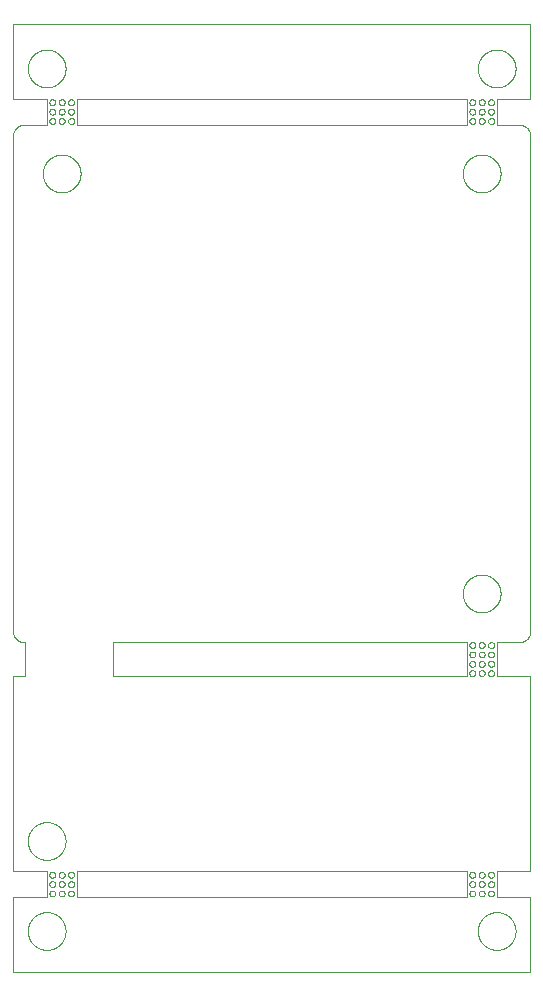
<source format=gbp>
G75*
%MOIN*%
%OFA0B0*%
%FSLAX25Y25*%
%IPPOS*%
%LPD*%
%AMOC8*
5,1,8,0,0,1.08239X$1,22.5*
%
%ADD10C,0.00000*%
D10*
X0003000Y0001000D02*
X0175500Y0001000D01*
X0175500Y0026000D01*
X0164250Y0026000D01*
X0164250Y0034750D01*
X0175500Y0034750D01*
X0175500Y0099750D01*
X0164250Y0099750D01*
X0164250Y0111000D01*
X0171750Y0111000D01*
X0171870Y0111002D01*
X0171990Y0111008D01*
X0172110Y0111017D01*
X0172230Y0111031D01*
X0172348Y0111048D01*
X0172467Y0111069D01*
X0172584Y0111094D01*
X0172701Y0111123D01*
X0172817Y0111155D01*
X0172932Y0111191D01*
X0173045Y0111231D01*
X0173157Y0111274D01*
X0173268Y0111321D01*
X0173377Y0111371D01*
X0173485Y0111425D01*
X0173590Y0111483D01*
X0173694Y0111543D01*
X0173796Y0111607D01*
X0173895Y0111674D01*
X0173993Y0111745D01*
X0174088Y0111818D01*
X0174181Y0111895D01*
X0174271Y0111974D01*
X0174359Y0112056D01*
X0174444Y0112141D01*
X0174526Y0112229D01*
X0174605Y0112319D01*
X0174682Y0112412D01*
X0174755Y0112507D01*
X0174826Y0112605D01*
X0174893Y0112704D01*
X0174957Y0112806D01*
X0175017Y0112910D01*
X0175075Y0113015D01*
X0175129Y0113123D01*
X0175179Y0113232D01*
X0175226Y0113343D01*
X0175269Y0113455D01*
X0175309Y0113568D01*
X0175345Y0113683D01*
X0175377Y0113799D01*
X0175406Y0113916D01*
X0175431Y0114033D01*
X0175452Y0114152D01*
X0175469Y0114270D01*
X0175483Y0114390D01*
X0175492Y0114510D01*
X0175498Y0114630D01*
X0175500Y0114750D01*
X0175500Y0279750D01*
X0175498Y0279870D01*
X0175492Y0279990D01*
X0175483Y0280110D01*
X0175469Y0280230D01*
X0175452Y0280348D01*
X0175431Y0280467D01*
X0175406Y0280584D01*
X0175377Y0280701D01*
X0175345Y0280817D01*
X0175309Y0280932D01*
X0175269Y0281045D01*
X0175226Y0281157D01*
X0175179Y0281268D01*
X0175129Y0281377D01*
X0175075Y0281485D01*
X0175017Y0281590D01*
X0174957Y0281694D01*
X0174893Y0281796D01*
X0174826Y0281895D01*
X0174755Y0281993D01*
X0174682Y0282088D01*
X0174605Y0282181D01*
X0174526Y0282271D01*
X0174444Y0282359D01*
X0174359Y0282444D01*
X0174271Y0282526D01*
X0174181Y0282605D01*
X0174088Y0282682D01*
X0173993Y0282755D01*
X0173895Y0282826D01*
X0173796Y0282893D01*
X0173694Y0282957D01*
X0173590Y0283017D01*
X0173485Y0283075D01*
X0173377Y0283129D01*
X0173268Y0283179D01*
X0173157Y0283226D01*
X0173045Y0283269D01*
X0172932Y0283309D01*
X0172817Y0283345D01*
X0172701Y0283377D01*
X0172584Y0283406D01*
X0172467Y0283431D01*
X0172348Y0283452D01*
X0172230Y0283469D01*
X0172110Y0283483D01*
X0171990Y0283492D01*
X0171870Y0283498D01*
X0171750Y0283500D01*
X0164250Y0283500D01*
X0164250Y0292250D01*
X0175500Y0292250D01*
X0175500Y0317250D01*
X0003000Y0317250D01*
X0003000Y0292250D01*
X0014250Y0292250D01*
X0014250Y0283500D01*
X0006750Y0283500D01*
X0006630Y0283498D01*
X0006510Y0283492D01*
X0006390Y0283483D01*
X0006270Y0283469D01*
X0006152Y0283452D01*
X0006033Y0283431D01*
X0005916Y0283406D01*
X0005799Y0283377D01*
X0005683Y0283345D01*
X0005568Y0283309D01*
X0005455Y0283269D01*
X0005343Y0283226D01*
X0005232Y0283179D01*
X0005123Y0283129D01*
X0005015Y0283075D01*
X0004910Y0283017D01*
X0004806Y0282957D01*
X0004704Y0282893D01*
X0004605Y0282826D01*
X0004507Y0282755D01*
X0004412Y0282682D01*
X0004319Y0282605D01*
X0004229Y0282526D01*
X0004141Y0282444D01*
X0004056Y0282359D01*
X0003974Y0282271D01*
X0003895Y0282181D01*
X0003818Y0282088D01*
X0003745Y0281993D01*
X0003674Y0281895D01*
X0003607Y0281796D01*
X0003543Y0281694D01*
X0003483Y0281590D01*
X0003425Y0281485D01*
X0003371Y0281377D01*
X0003321Y0281268D01*
X0003274Y0281157D01*
X0003231Y0281045D01*
X0003191Y0280932D01*
X0003155Y0280817D01*
X0003123Y0280701D01*
X0003094Y0280584D01*
X0003069Y0280467D01*
X0003048Y0280348D01*
X0003031Y0280230D01*
X0003017Y0280110D01*
X0003008Y0279990D01*
X0003002Y0279870D01*
X0003000Y0279750D01*
X0003000Y0114750D01*
X0003002Y0114630D01*
X0003008Y0114510D01*
X0003017Y0114390D01*
X0003031Y0114270D01*
X0003048Y0114152D01*
X0003069Y0114033D01*
X0003094Y0113916D01*
X0003123Y0113799D01*
X0003155Y0113683D01*
X0003191Y0113568D01*
X0003231Y0113455D01*
X0003274Y0113343D01*
X0003321Y0113232D01*
X0003371Y0113123D01*
X0003425Y0113015D01*
X0003483Y0112910D01*
X0003543Y0112806D01*
X0003607Y0112704D01*
X0003674Y0112605D01*
X0003745Y0112507D01*
X0003818Y0112412D01*
X0003895Y0112319D01*
X0003974Y0112229D01*
X0004056Y0112141D01*
X0004141Y0112056D01*
X0004229Y0111974D01*
X0004319Y0111895D01*
X0004412Y0111818D01*
X0004507Y0111745D01*
X0004605Y0111674D01*
X0004704Y0111607D01*
X0004806Y0111543D01*
X0004910Y0111483D01*
X0005015Y0111425D01*
X0005123Y0111371D01*
X0005232Y0111321D01*
X0005343Y0111274D01*
X0005455Y0111231D01*
X0005568Y0111191D01*
X0005683Y0111155D01*
X0005799Y0111123D01*
X0005916Y0111094D01*
X0006033Y0111069D01*
X0006152Y0111048D01*
X0006270Y0111031D01*
X0006390Y0111017D01*
X0006510Y0111008D01*
X0006630Y0111002D01*
X0006750Y0111000D01*
X0007062Y0111000D01*
X0007062Y0099750D01*
X0003000Y0099750D01*
X0003000Y0034750D01*
X0014250Y0034750D01*
X0014250Y0026000D01*
X0003000Y0026000D01*
X0003000Y0001000D01*
X0007951Y0014750D02*
X0007953Y0014908D01*
X0007959Y0015066D01*
X0007969Y0015224D01*
X0007983Y0015382D01*
X0008001Y0015539D01*
X0008022Y0015696D01*
X0008048Y0015852D01*
X0008078Y0016008D01*
X0008111Y0016163D01*
X0008149Y0016316D01*
X0008190Y0016469D01*
X0008235Y0016621D01*
X0008284Y0016772D01*
X0008337Y0016921D01*
X0008393Y0017069D01*
X0008453Y0017215D01*
X0008517Y0017360D01*
X0008585Y0017503D01*
X0008656Y0017645D01*
X0008730Y0017785D01*
X0008808Y0017922D01*
X0008890Y0018058D01*
X0008974Y0018192D01*
X0009063Y0018323D01*
X0009154Y0018452D01*
X0009249Y0018579D01*
X0009346Y0018704D01*
X0009447Y0018826D01*
X0009551Y0018945D01*
X0009658Y0019062D01*
X0009768Y0019176D01*
X0009881Y0019287D01*
X0009996Y0019396D01*
X0010114Y0019501D01*
X0010235Y0019603D01*
X0010358Y0019703D01*
X0010484Y0019799D01*
X0010612Y0019892D01*
X0010742Y0019982D01*
X0010875Y0020068D01*
X0011010Y0020152D01*
X0011146Y0020231D01*
X0011285Y0020308D01*
X0011426Y0020380D01*
X0011568Y0020450D01*
X0011712Y0020515D01*
X0011858Y0020577D01*
X0012005Y0020635D01*
X0012154Y0020690D01*
X0012304Y0020741D01*
X0012455Y0020788D01*
X0012607Y0020831D01*
X0012760Y0020870D01*
X0012915Y0020906D01*
X0013070Y0020937D01*
X0013226Y0020965D01*
X0013382Y0020989D01*
X0013539Y0021009D01*
X0013697Y0021025D01*
X0013854Y0021037D01*
X0014013Y0021045D01*
X0014171Y0021049D01*
X0014329Y0021049D01*
X0014487Y0021045D01*
X0014646Y0021037D01*
X0014803Y0021025D01*
X0014961Y0021009D01*
X0015118Y0020989D01*
X0015274Y0020965D01*
X0015430Y0020937D01*
X0015585Y0020906D01*
X0015740Y0020870D01*
X0015893Y0020831D01*
X0016045Y0020788D01*
X0016196Y0020741D01*
X0016346Y0020690D01*
X0016495Y0020635D01*
X0016642Y0020577D01*
X0016788Y0020515D01*
X0016932Y0020450D01*
X0017074Y0020380D01*
X0017215Y0020308D01*
X0017354Y0020231D01*
X0017490Y0020152D01*
X0017625Y0020068D01*
X0017758Y0019982D01*
X0017888Y0019892D01*
X0018016Y0019799D01*
X0018142Y0019703D01*
X0018265Y0019603D01*
X0018386Y0019501D01*
X0018504Y0019396D01*
X0018619Y0019287D01*
X0018732Y0019176D01*
X0018842Y0019062D01*
X0018949Y0018945D01*
X0019053Y0018826D01*
X0019154Y0018704D01*
X0019251Y0018579D01*
X0019346Y0018452D01*
X0019437Y0018323D01*
X0019526Y0018192D01*
X0019610Y0018058D01*
X0019692Y0017922D01*
X0019770Y0017785D01*
X0019844Y0017645D01*
X0019915Y0017503D01*
X0019983Y0017360D01*
X0020047Y0017215D01*
X0020107Y0017069D01*
X0020163Y0016921D01*
X0020216Y0016772D01*
X0020265Y0016621D01*
X0020310Y0016469D01*
X0020351Y0016316D01*
X0020389Y0016163D01*
X0020422Y0016008D01*
X0020452Y0015852D01*
X0020478Y0015696D01*
X0020499Y0015539D01*
X0020517Y0015382D01*
X0020531Y0015224D01*
X0020541Y0015066D01*
X0020547Y0014908D01*
X0020549Y0014750D01*
X0020547Y0014592D01*
X0020541Y0014434D01*
X0020531Y0014276D01*
X0020517Y0014118D01*
X0020499Y0013961D01*
X0020478Y0013804D01*
X0020452Y0013648D01*
X0020422Y0013492D01*
X0020389Y0013337D01*
X0020351Y0013184D01*
X0020310Y0013031D01*
X0020265Y0012879D01*
X0020216Y0012728D01*
X0020163Y0012579D01*
X0020107Y0012431D01*
X0020047Y0012285D01*
X0019983Y0012140D01*
X0019915Y0011997D01*
X0019844Y0011855D01*
X0019770Y0011715D01*
X0019692Y0011578D01*
X0019610Y0011442D01*
X0019526Y0011308D01*
X0019437Y0011177D01*
X0019346Y0011048D01*
X0019251Y0010921D01*
X0019154Y0010796D01*
X0019053Y0010674D01*
X0018949Y0010555D01*
X0018842Y0010438D01*
X0018732Y0010324D01*
X0018619Y0010213D01*
X0018504Y0010104D01*
X0018386Y0009999D01*
X0018265Y0009897D01*
X0018142Y0009797D01*
X0018016Y0009701D01*
X0017888Y0009608D01*
X0017758Y0009518D01*
X0017625Y0009432D01*
X0017490Y0009348D01*
X0017354Y0009269D01*
X0017215Y0009192D01*
X0017074Y0009120D01*
X0016932Y0009050D01*
X0016788Y0008985D01*
X0016642Y0008923D01*
X0016495Y0008865D01*
X0016346Y0008810D01*
X0016196Y0008759D01*
X0016045Y0008712D01*
X0015893Y0008669D01*
X0015740Y0008630D01*
X0015585Y0008594D01*
X0015430Y0008563D01*
X0015274Y0008535D01*
X0015118Y0008511D01*
X0014961Y0008491D01*
X0014803Y0008475D01*
X0014646Y0008463D01*
X0014487Y0008455D01*
X0014329Y0008451D01*
X0014171Y0008451D01*
X0014013Y0008455D01*
X0013854Y0008463D01*
X0013697Y0008475D01*
X0013539Y0008491D01*
X0013382Y0008511D01*
X0013226Y0008535D01*
X0013070Y0008563D01*
X0012915Y0008594D01*
X0012760Y0008630D01*
X0012607Y0008669D01*
X0012455Y0008712D01*
X0012304Y0008759D01*
X0012154Y0008810D01*
X0012005Y0008865D01*
X0011858Y0008923D01*
X0011712Y0008985D01*
X0011568Y0009050D01*
X0011426Y0009120D01*
X0011285Y0009192D01*
X0011146Y0009269D01*
X0011010Y0009348D01*
X0010875Y0009432D01*
X0010742Y0009518D01*
X0010612Y0009608D01*
X0010484Y0009701D01*
X0010358Y0009797D01*
X0010235Y0009897D01*
X0010114Y0009999D01*
X0009996Y0010104D01*
X0009881Y0010213D01*
X0009768Y0010324D01*
X0009658Y0010438D01*
X0009551Y0010555D01*
X0009447Y0010674D01*
X0009346Y0010796D01*
X0009249Y0010921D01*
X0009154Y0011048D01*
X0009063Y0011177D01*
X0008974Y0011308D01*
X0008890Y0011442D01*
X0008808Y0011578D01*
X0008730Y0011715D01*
X0008656Y0011855D01*
X0008585Y0011997D01*
X0008517Y0012140D01*
X0008453Y0012285D01*
X0008393Y0012431D01*
X0008337Y0012579D01*
X0008284Y0012728D01*
X0008235Y0012879D01*
X0008190Y0013031D01*
X0008149Y0013184D01*
X0008111Y0013337D01*
X0008078Y0013492D01*
X0008048Y0013648D01*
X0008022Y0013804D01*
X0008001Y0013961D01*
X0007983Y0014118D01*
X0007969Y0014276D01*
X0007959Y0014434D01*
X0007953Y0014592D01*
X0007951Y0014750D01*
X0015141Y0027250D02*
X0015143Y0027312D01*
X0015149Y0027375D01*
X0015159Y0027436D01*
X0015173Y0027497D01*
X0015190Y0027557D01*
X0015211Y0027616D01*
X0015237Y0027673D01*
X0015265Y0027728D01*
X0015297Y0027782D01*
X0015333Y0027833D01*
X0015371Y0027883D01*
X0015413Y0027929D01*
X0015457Y0027973D01*
X0015505Y0028014D01*
X0015554Y0028052D01*
X0015606Y0028086D01*
X0015660Y0028117D01*
X0015716Y0028145D01*
X0015774Y0028169D01*
X0015833Y0028190D01*
X0015893Y0028206D01*
X0015954Y0028219D01*
X0016016Y0028228D01*
X0016078Y0028233D01*
X0016141Y0028234D01*
X0016203Y0028231D01*
X0016265Y0028224D01*
X0016327Y0028213D01*
X0016387Y0028198D01*
X0016447Y0028180D01*
X0016505Y0028158D01*
X0016562Y0028132D01*
X0016617Y0028102D01*
X0016670Y0028069D01*
X0016721Y0028033D01*
X0016769Y0027994D01*
X0016815Y0027951D01*
X0016858Y0027906D01*
X0016898Y0027858D01*
X0016935Y0027808D01*
X0016969Y0027755D01*
X0017000Y0027701D01*
X0017026Y0027645D01*
X0017050Y0027587D01*
X0017069Y0027527D01*
X0017085Y0027467D01*
X0017097Y0027405D01*
X0017105Y0027344D01*
X0017109Y0027281D01*
X0017109Y0027219D01*
X0017105Y0027156D01*
X0017097Y0027095D01*
X0017085Y0027033D01*
X0017069Y0026973D01*
X0017050Y0026913D01*
X0017026Y0026855D01*
X0017000Y0026799D01*
X0016969Y0026745D01*
X0016935Y0026692D01*
X0016898Y0026642D01*
X0016858Y0026594D01*
X0016815Y0026549D01*
X0016769Y0026506D01*
X0016721Y0026467D01*
X0016670Y0026431D01*
X0016617Y0026398D01*
X0016562Y0026368D01*
X0016505Y0026342D01*
X0016447Y0026320D01*
X0016387Y0026302D01*
X0016327Y0026287D01*
X0016265Y0026276D01*
X0016203Y0026269D01*
X0016141Y0026266D01*
X0016078Y0026267D01*
X0016016Y0026272D01*
X0015954Y0026281D01*
X0015893Y0026294D01*
X0015833Y0026310D01*
X0015774Y0026331D01*
X0015716Y0026355D01*
X0015660Y0026383D01*
X0015606Y0026414D01*
X0015554Y0026448D01*
X0015505Y0026486D01*
X0015457Y0026527D01*
X0015413Y0026571D01*
X0015371Y0026617D01*
X0015333Y0026667D01*
X0015297Y0026718D01*
X0015265Y0026772D01*
X0015237Y0026827D01*
X0015211Y0026884D01*
X0015190Y0026943D01*
X0015173Y0027003D01*
X0015159Y0027064D01*
X0015149Y0027125D01*
X0015143Y0027188D01*
X0015141Y0027250D01*
X0015141Y0030375D02*
X0015143Y0030437D01*
X0015149Y0030500D01*
X0015159Y0030561D01*
X0015173Y0030622D01*
X0015190Y0030682D01*
X0015211Y0030741D01*
X0015237Y0030798D01*
X0015265Y0030853D01*
X0015297Y0030907D01*
X0015333Y0030958D01*
X0015371Y0031008D01*
X0015413Y0031054D01*
X0015457Y0031098D01*
X0015505Y0031139D01*
X0015554Y0031177D01*
X0015606Y0031211D01*
X0015660Y0031242D01*
X0015716Y0031270D01*
X0015774Y0031294D01*
X0015833Y0031315D01*
X0015893Y0031331D01*
X0015954Y0031344D01*
X0016016Y0031353D01*
X0016078Y0031358D01*
X0016141Y0031359D01*
X0016203Y0031356D01*
X0016265Y0031349D01*
X0016327Y0031338D01*
X0016387Y0031323D01*
X0016447Y0031305D01*
X0016505Y0031283D01*
X0016562Y0031257D01*
X0016617Y0031227D01*
X0016670Y0031194D01*
X0016721Y0031158D01*
X0016769Y0031119D01*
X0016815Y0031076D01*
X0016858Y0031031D01*
X0016898Y0030983D01*
X0016935Y0030933D01*
X0016969Y0030880D01*
X0017000Y0030826D01*
X0017026Y0030770D01*
X0017050Y0030712D01*
X0017069Y0030652D01*
X0017085Y0030592D01*
X0017097Y0030530D01*
X0017105Y0030469D01*
X0017109Y0030406D01*
X0017109Y0030344D01*
X0017105Y0030281D01*
X0017097Y0030220D01*
X0017085Y0030158D01*
X0017069Y0030098D01*
X0017050Y0030038D01*
X0017026Y0029980D01*
X0017000Y0029924D01*
X0016969Y0029870D01*
X0016935Y0029817D01*
X0016898Y0029767D01*
X0016858Y0029719D01*
X0016815Y0029674D01*
X0016769Y0029631D01*
X0016721Y0029592D01*
X0016670Y0029556D01*
X0016617Y0029523D01*
X0016562Y0029493D01*
X0016505Y0029467D01*
X0016447Y0029445D01*
X0016387Y0029427D01*
X0016327Y0029412D01*
X0016265Y0029401D01*
X0016203Y0029394D01*
X0016141Y0029391D01*
X0016078Y0029392D01*
X0016016Y0029397D01*
X0015954Y0029406D01*
X0015893Y0029419D01*
X0015833Y0029435D01*
X0015774Y0029456D01*
X0015716Y0029480D01*
X0015660Y0029508D01*
X0015606Y0029539D01*
X0015554Y0029573D01*
X0015505Y0029611D01*
X0015457Y0029652D01*
X0015413Y0029696D01*
X0015371Y0029742D01*
X0015333Y0029792D01*
X0015297Y0029843D01*
X0015265Y0029897D01*
X0015237Y0029952D01*
X0015211Y0030009D01*
X0015190Y0030068D01*
X0015173Y0030128D01*
X0015159Y0030189D01*
X0015149Y0030250D01*
X0015143Y0030313D01*
X0015141Y0030375D01*
X0015141Y0033500D02*
X0015143Y0033562D01*
X0015149Y0033625D01*
X0015159Y0033686D01*
X0015173Y0033747D01*
X0015190Y0033807D01*
X0015211Y0033866D01*
X0015237Y0033923D01*
X0015265Y0033978D01*
X0015297Y0034032D01*
X0015333Y0034083D01*
X0015371Y0034133D01*
X0015413Y0034179D01*
X0015457Y0034223D01*
X0015505Y0034264D01*
X0015554Y0034302D01*
X0015606Y0034336D01*
X0015660Y0034367D01*
X0015716Y0034395D01*
X0015774Y0034419D01*
X0015833Y0034440D01*
X0015893Y0034456D01*
X0015954Y0034469D01*
X0016016Y0034478D01*
X0016078Y0034483D01*
X0016141Y0034484D01*
X0016203Y0034481D01*
X0016265Y0034474D01*
X0016327Y0034463D01*
X0016387Y0034448D01*
X0016447Y0034430D01*
X0016505Y0034408D01*
X0016562Y0034382D01*
X0016617Y0034352D01*
X0016670Y0034319D01*
X0016721Y0034283D01*
X0016769Y0034244D01*
X0016815Y0034201D01*
X0016858Y0034156D01*
X0016898Y0034108D01*
X0016935Y0034058D01*
X0016969Y0034005D01*
X0017000Y0033951D01*
X0017026Y0033895D01*
X0017050Y0033837D01*
X0017069Y0033777D01*
X0017085Y0033717D01*
X0017097Y0033655D01*
X0017105Y0033594D01*
X0017109Y0033531D01*
X0017109Y0033469D01*
X0017105Y0033406D01*
X0017097Y0033345D01*
X0017085Y0033283D01*
X0017069Y0033223D01*
X0017050Y0033163D01*
X0017026Y0033105D01*
X0017000Y0033049D01*
X0016969Y0032995D01*
X0016935Y0032942D01*
X0016898Y0032892D01*
X0016858Y0032844D01*
X0016815Y0032799D01*
X0016769Y0032756D01*
X0016721Y0032717D01*
X0016670Y0032681D01*
X0016617Y0032648D01*
X0016562Y0032618D01*
X0016505Y0032592D01*
X0016447Y0032570D01*
X0016387Y0032552D01*
X0016327Y0032537D01*
X0016265Y0032526D01*
X0016203Y0032519D01*
X0016141Y0032516D01*
X0016078Y0032517D01*
X0016016Y0032522D01*
X0015954Y0032531D01*
X0015893Y0032544D01*
X0015833Y0032560D01*
X0015774Y0032581D01*
X0015716Y0032605D01*
X0015660Y0032633D01*
X0015606Y0032664D01*
X0015554Y0032698D01*
X0015505Y0032736D01*
X0015457Y0032777D01*
X0015413Y0032821D01*
X0015371Y0032867D01*
X0015333Y0032917D01*
X0015297Y0032968D01*
X0015265Y0033022D01*
X0015237Y0033077D01*
X0015211Y0033134D01*
X0015190Y0033193D01*
X0015173Y0033253D01*
X0015159Y0033314D01*
X0015149Y0033375D01*
X0015143Y0033438D01*
X0015141Y0033500D01*
X0018266Y0033500D02*
X0018268Y0033562D01*
X0018274Y0033625D01*
X0018284Y0033686D01*
X0018298Y0033747D01*
X0018315Y0033807D01*
X0018336Y0033866D01*
X0018362Y0033923D01*
X0018390Y0033978D01*
X0018422Y0034032D01*
X0018458Y0034083D01*
X0018496Y0034133D01*
X0018538Y0034179D01*
X0018582Y0034223D01*
X0018630Y0034264D01*
X0018679Y0034302D01*
X0018731Y0034336D01*
X0018785Y0034367D01*
X0018841Y0034395D01*
X0018899Y0034419D01*
X0018958Y0034440D01*
X0019018Y0034456D01*
X0019079Y0034469D01*
X0019141Y0034478D01*
X0019203Y0034483D01*
X0019266Y0034484D01*
X0019328Y0034481D01*
X0019390Y0034474D01*
X0019452Y0034463D01*
X0019512Y0034448D01*
X0019572Y0034430D01*
X0019630Y0034408D01*
X0019687Y0034382D01*
X0019742Y0034352D01*
X0019795Y0034319D01*
X0019846Y0034283D01*
X0019894Y0034244D01*
X0019940Y0034201D01*
X0019983Y0034156D01*
X0020023Y0034108D01*
X0020060Y0034058D01*
X0020094Y0034005D01*
X0020125Y0033951D01*
X0020151Y0033895D01*
X0020175Y0033837D01*
X0020194Y0033777D01*
X0020210Y0033717D01*
X0020222Y0033655D01*
X0020230Y0033594D01*
X0020234Y0033531D01*
X0020234Y0033469D01*
X0020230Y0033406D01*
X0020222Y0033345D01*
X0020210Y0033283D01*
X0020194Y0033223D01*
X0020175Y0033163D01*
X0020151Y0033105D01*
X0020125Y0033049D01*
X0020094Y0032995D01*
X0020060Y0032942D01*
X0020023Y0032892D01*
X0019983Y0032844D01*
X0019940Y0032799D01*
X0019894Y0032756D01*
X0019846Y0032717D01*
X0019795Y0032681D01*
X0019742Y0032648D01*
X0019687Y0032618D01*
X0019630Y0032592D01*
X0019572Y0032570D01*
X0019512Y0032552D01*
X0019452Y0032537D01*
X0019390Y0032526D01*
X0019328Y0032519D01*
X0019266Y0032516D01*
X0019203Y0032517D01*
X0019141Y0032522D01*
X0019079Y0032531D01*
X0019018Y0032544D01*
X0018958Y0032560D01*
X0018899Y0032581D01*
X0018841Y0032605D01*
X0018785Y0032633D01*
X0018731Y0032664D01*
X0018679Y0032698D01*
X0018630Y0032736D01*
X0018582Y0032777D01*
X0018538Y0032821D01*
X0018496Y0032867D01*
X0018458Y0032917D01*
X0018422Y0032968D01*
X0018390Y0033022D01*
X0018362Y0033077D01*
X0018336Y0033134D01*
X0018315Y0033193D01*
X0018298Y0033253D01*
X0018284Y0033314D01*
X0018274Y0033375D01*
X0018268Y0033438D01*
X0018266Y0033500D01*
X0018266Y0030375D02*
X0018268Y0030437D01*
X0018274Y0030500D01*
X0018284Y0030561D01*
X0018298Y0030622D01*
X0018315Y0030682D01*
X0018336Y0030741D01*
X0018362Y0030798D01*
X0018390Y0030853D01*
X0018422Y0030907D01*
X0018458Y0030958D01*
X0018496Y0031008D01*
X0018538Y0031054D01*
X0018582Y0031098D01*
X0018630Y0031139D01*
X0018679Y0031177D01*
X0018731Y0031211D01*
X0018785Y0031242D01*
X0018841Y0031270D01*
X0018899Y0031294D01*
X0018958Y0031315D01*
X0019018Y0031331D01*
X0019079Y0031344D01*
X0019141Y0031353D01*
X0019203Y0031358D01*
X0019266Y0031359D01*
X0019328Y0031356D01*
X0019390Y0031349D01*
X0019452Y0031338D01*
X0019512Y0031323D01*
X0019572Y0031305D01*
X0019630Y0031283D01*
X0019687Y0031257D01*
X0019742Y0031227D01*
X0019795Y0031194D01*
X0019846Y0031158D01*
X0019894Y0031119D01*
X0019940Y0031076D01*
X0019983Y0031031D01*
X0020023Y0030983D01*
X0020060Y0030933D01*
X0020094Y0030880D01*
X0020125Y0030826D01*
X0020151Y0030770D01*
X0020175Y0030712D01*
X0020194Y0030652D01*
X0020210Y0030592D01*
X0020222Y0030530D01*
X0020230Y0030469D01*
X0020234Y0030406D01*
X0020234Y0030344D01*
X0020230Y0030281D01*
X0020222Y0030220D01*
X0020210Y0030158D01*
X0020194Y0030098D01*
X0020175Y0030038D01*
X0020151Y0029980D01*
X0020125Y0029924D01*
X0020094Y0029870D01*
X0020060Y0029817D01*
X0020023Y0029767D01*
X0019983Y0029719D01*
X0019940Y0029674D01*
X0019894Y0029631D01*
X0019846Y0029592D01*
X0019795Y0029556D01*
X0019742Y0029523D01*
X0019687Y0029493D01*
X0019630Y0029467D01*
X0019572Y0029445D01*
X0019512Y0029427D01*
X0019452Y0029412D01*
X0019390Y0029401D01*
X0019328Y0029394D01*
X0019266Y0029391D01*
X0019203Y0029392D01*
X0019141Y0029397D01*
X0019079Y0029406D01*
X0019018Y0029419D01*
X0018958Y0029435D01*
X0018899Y0029456D01*
X0018841Y0029480D01*
X0018785Y0029508D01*
X0018731Y0029539D01*
X0018679Y0029573D01*
X0018630Y0029611D01*
X0018582Y0029652D01*
X0018538Y0029696D01*
X0018496Y0029742D01*
X0018458Y0029792D01*
X0018422Y0029843D01*
X0018390Y0029897D01*
X0018362Y0029952D01*
X0018336Y0030009D01*
X0018315Y0030068D01*
X0018298Y0030128D01*
X0018284Y0030189D01*
X0018274Y0030250D01*
X0018268Y0030313D01*
X0018266Y0030375D01*
X0018266Y0027250D02*
X0018268Y0027312D01*
X0018274Y0027375D01*
X0018284Y0027436D01*
X0018298Y0027497D01*
X0018315Y0027557D01*
X0018336Y0027616D01*
X0018362Y0027673D01*
X0018390Y0027728D01*
X0018422Y0027782D01*
X0018458Y0027833D01*
X0018496Y0027883D01*
X0018538Y0027929D01*
X0018582Y0027973D01*
X0018630Y0028014D01*
X0018679Y0028052D01*
X0018731Y0028086D01*
X0018785Y0028117D01*
X0018841Y0028145D01*
X0018899Y0028169D01*
X0018958Y0028190D01*
X0019018Y0028206D01*
X0019079Y0028219D01*
X0019141Y0028228D01*
X0019203Y0028233D01*
X0019266Y0028234D01*
X0019328Y0028231D01*
X0019390Y0028224D01*
X0019452Y0028213D01*
X0019512Y0028198D01*
X0019572Y0028180D01*
X0019630Y0028158D01*
X0019687Y0028132D01*
X0019742Y0028102D01*
X0019795Y0028069D01*
X0019846Y0028033D01*
X0019894Y0027994D01*
X0019940Y0027951D01*
X0019983Y0027906D01*
X0020023Y0027858D01*
X0020060Y0027808D01*
X0020094Y0027755D01*
X0020125Y0027701D01*
X0020151Y0027645D01*
X0020175Y0027587D01*
X0020194Y0027527D01*
X0020210Y0027467D01*
X0020222Y0027405D01*
X0020230Y0027344D01*
X0020234Y0027281D01*
X0020234Y0027219D01*
X0020230Y0027156D01*
X0020222Y0027095D01*
X0020210Y0027033D01*
X0020194Y0026973D01*
X0020175Y0026913D01*
X0020151Y0026855D01*
X0020125Y0026799D01*
X0020094Y0026745D01*
X0020060Y0026692D01*
X0020023Y0026642D01*
X0019983Y0026594D01*
X0019940Y0026549D01*
X0019894Y0026506D01*
X0019846Y0026467D01*
X0019795Y0026431D01*
X0019742Y0026398D01*
X0019687Y0026368D01*
X0019630Y0026342D01*
X0019572Y0026320D01*
X0019512Y0026302D01*
X0019452Y0026287D01*
X0019390Y0026276D01*
X0019328Y0026269D01*
X0019266Y0026266D01*
X0019203Y0026267D01*
X0019141Y0026272D01*
X0019079Y0026281D01*
X0019018Y0026294D01*
X0018958Y0026310D01*
X0018899Y0026331D01*
X0018841Y0026355D01*
X0018785Y0026383D01*
X0018731Y0026414D01*
X0018679Y0026448D01*
X0018630Y0026486D01*
X0018582Y0026527D01*
X0018538Y0026571D01*
X0018496Y0026617D01*
X0018458Y0026667D01*
X0018422Y0026718D01*
X0018390Y0026772D01*
X0018362Y0026827D01*
X0018336Y0026884D01*
X0018315Y0026943D01*
X0018298Y0027003D01*
X0018284Y0027064D01*
X0018274Y0027125D01*
X0018268Y0027188D01*
X0018266Y0027250D01*
X0021391Y0027250D02*
X0021393Y0027312D01*
X0021399Y0027375D01*
X0021409Y0027436D01*
X0021423Y0027497D01*
X0021440Y0027557D01*
X0021461Y0027616D01*
X0021487Y0027673D01*
X0021515Y0027728D01*
X0021547Y0027782D01*
X0021583Y0027833D01*
X0021621Y0027883D01*
X0021663Y0027929D01*
X0021707Y0027973D01*
X0021755Y0028014D01*
X0021804Y0028052D01*
X0021856Y0028086D01*
X0021910Y0028117D01*
X0021966Y0028145D01*
X0022024Y0028169D01*
X0022083Y0028190D01*
X0022143Y0028206D01*
X0022204Y0028219D01*
X0022266Y0028228D01*
X0022328Y0028233D01*
X0022391Y0028234D01*
X0022453Y0028231D01*
X0022515Y0028224D01*
X0022577Y0028213D01*
X0022637Y0028198D01*
X0022697Y0028180D01*
X0022755Y0028158D01*
X0022812Y0028132D01*
X0022867Y0028102D01*
X0022920Y0028069D01*
X0022971Y0028033D01*
X0023019Y0027994D01*
X0023065Y0027951D01*
X0023108Y0027906D01*
X0023148Y0027858D01*
X0023185Y0027808D01*
X0023219Y0027755D01*
X0023250Y0027701D01*
X0023276Y0027645D01*
X0023300Y0027587D01*
X0023319Y0027527D01*
X0023335Y0027467D01*
X0023347Y0027405D01*
X0023355Y0027344D01*
X0023359Y0027281D01*
X0023359Y0027219D01*
X0023355Y0027156D01*
X0023347Y0027095D01*
X0023335Y0027033D01*
X0023319Y0026973D01*
X0023300Y0026913D01*
X0023276Y0026855D01*
X0023250Y0026799D01*
X0023219Y0026745D01*
X0023185Y0026692D01*
X0023148Y0026642D01*
X0023108Y0026594D01*
X0023065Y0026549D01*
X0023019Y0026506D01*
X0022971Y0026467D01*
X0022920Y0026431D01*
X0022867Y0026398D01*
X0022812Y0026368D01*
X0022755Y0026342D01*
X0022697Y0026320D01*
X0022637Y0026302D01*
X0022577Y0026287D01*
X0022515Y0026276D01*
X0022453Y0026269D01*
X0022391Y0026266D01*
X0022328Y0026267D01*
X0022266Y0026272D01*
X0022204Y0026281D01*
X0022143Y0026294D01*
X0022083Y0026310D01*
X0022024Y0026331D01*
X0021966Y0026355D01*
X0021910Y0026383D01*
X0021856Y0026414D01*
X0021804Y0026448D01*
X0021755Y0026486D01*
X0021707Y0026527D01*
X0021663Y0026571D01*
X0021621Y0026617D01*
X0021583Y0026667D01*
X0021547Y0026718D01*
X0021515Y0026772D01*
X0021487Y0026827D01*
X0021461Y0026884D01*
X0021440Y0026943D01*
X0021423Y0027003D01*
X0021409Y0027064D01*
X0021399Y0027125D01*
X0021393Y0027188D01*
X0021391Y0027250D01*
X0021391Y0030375D02*
X0021393Y0030437D01*
X0021399Y0030500D01*
X0021409Y0030561D01*
X0021423Y0030622D01*
X0021440Y0030682D01*
X0021461Y0030741D01*
X0021487Y0030798D01*
X0021515Y0030853D01*
X0021547Y0030907D01*
X0021583Y0030958D01*
X0021621Y0031008D01*
X0021663Y0031054D01*
X0021707Y0031098D01*
X0021755Y0031139D01*
X0021804Y0031177D01*
X0021856Y0031211D01*
X0021910Y0031242D01*
X0021966Y0031270D01*
X0022024Y0031294D01*
X0022083Y0031315D01*
X0022143Y0031331D01*
X0022204Y0031344D01*
X0022266Y0031353D01*
X0022328Y0031358D01*
X0022391Y0031359D01*
X0022453Y0031356D01*
X0022515Y0031349D01*
X0022577Y0031338D01*
X0022637Y0031323D01*
X0022697Y0031305D01*
X0022755Y0031283D01*
X0022812Y0031257D01*
X0022867Y0031227D01*
X0022920Y0031194D01*
X0022971Y0031158D01*
X0023019Y0031119D01*
X0023065Y0031076D01*
X0023108Y0031031D01*
X0023148Y0030983D01*
X0023185Y0030933D01*
X0023219Y0030880D01*
X0023250Y0030826D01*
X0023276Y0030770D01*
X0023300Y0030712D01*
X0023319Y0030652D01*
X0023335Y0030592D01*
X0023347Y0030530D01*
X0023355Y0030469D01*
X0023359Y0030406D01*
X0023359Y0030344D01*
X0023355Y0030281D01*
X0023347Y0030220D01*
X0023335Y0030158D01*
X0023319Y0030098D01*
X0023300Y0030038D01*
X0023276Y0029980D01*
X0023250Y0029924D01*
X0023219Y0029870D01*
X0023185Y0029817D01*
X0023148Y0029767D01*
X0023108Y0029719D01*
X0023065Y0029674D01*
X0023019Y0029631D01*
X0022971Y0029592D01*
X0022920Y0029556D01*
X0022867Y0029523D01*
X0022812Y0029493D01*
X0022755Y0029467D01*
X0022697Y0029445D01*
X0022637Y0029427D01*
X0022577Y0029412D01*
X0022515Y0029401D01*
X0022453Y0029394D01*
X0022391Y0029391D01*
X0022328Y0029392D01*
X0022266Y0029397D01*
X0022204Y0029406D01*
X0022143Y0029419D01*
X0022083Y0029435D01*
X0022024Y0029456D01*
X0021966Y0029480D01*
X0021910Y0029508D01*
X0021856Y0029539D01*
X0021804Y0029573D01*
X0021755Y0029611D01*
X0021707Y0029652D01*
X0021663Y0029696D01*
X0021621Y0029742D01*
X0021583Y0029792D01*
X0021547Y0029843D01*
X0021515Y0029897D01*
X0021487Y0029952D01*
X0021461Y0030009D01*
X0021440Y0030068D01*
X0021423Y0030128D01*
X0021409Y0030189D01*
X0021399Y0030250D01*
X0021393Y0030313D01*
X0021391Y0030375D01*
X0021391Y0033500D02*
X0021393Y0033562D01*
X0021399Y0033625D01*
X0021409Y0033686D01*
X0021423Y0033747D01*
X0021440Y0033807D01*
X0021461Y0033866D01*
X0021487Y0033923D01*
X0021515Y0033978D01*
X0021547Y0034032D01*
X0021583Y0034083D01*
X0021621Y0034133D01*
X0021663Y0034179D01*
X0021707Y0034223D01*
X0021755Y0034264D01*
X0021804Y0034302D01*
X0021856Y0034336D01*
X0021910Y0034367D01*
X0021966Y0034395D01*
X0022024Y0034419D01*
X0022083Y0034440D01*
X0022143Y0034456D01*
X0022204Y0034469D01*
X0022266Y0034478D01*
X0022328Y0034483D01*
X0022391Y0034484D01*
X0022453Y0034481D01*
X0022515Y0034474D01*
X0022577Y0034463D01*
X0022637Y0034448D01*
X0022697Y0034430D01*
X0022755Y0034408D01*
X0022812Y0034382D01*
X0022867Y0034352D01*
X0022920Y0034319D01*
X0022971Y0034283D01*
X0023019Y0034244D01*
X0023065Y0034201D01*
X0023108Y0034156D01*
X0023148Y0034108D01*
X0023185Y0034058D01*
X0023219Y0034005D01*
X0023250Y0033951D01*
X0023276Y0033895D01*
X0023300Y0033837D01*
X0023319Y0033777D01*
X0023335Y0033717D01*
X0023347Y0033655D01*
X0023355Y0033594D01*
X0023359Y0033531D01*
X0023359Y0033469D01*
X0023355Y0033406D01*
X0023347Y0033345D01*
X0023335Y0033283D01*
X0023319Y0033223D01*
X0023300Y0033163D01*
X0023276Y0033105D01*
X0023250Y0033049D01*
X0023219Y0032995D01*
X0023185Y0032942D01*
X0023148Y0032892D01*
X0023108Y0032844D01*
X0023065Y0032799D01*
X0023019Y0032756D01*
X0022971Y0032717D01*
X0022920Y0032681D01*
X0022867Y0032648D01*
X0022812Y0032618D01*
X0022755Y0032592D01*
X0022697Y0032570D01*
X0022637Y0032552D01*
X0022577Y0032537D01*
X0022515Y0032526D01*
X0022453Y0032519D01*
X0022391Y0032516D01*
X0022328Y0032517D01*
X0022266Y0032522D01*
X0022204Y0032531D01*
X0022143Y0032544D01*
X0022083Y0032560D01*
X0022024Y0032581D01*
X0021966Y0032605D01*
X0021910Y0032633D01*
X0021856Y0032664D01*
X0021804Y0032698D01*
X0021755Y0032736D01*
X0021707Y0032777D01*
X0021663Y0032821D01*
X0021621Y0032867D01*
X0021583Y0032917D01*
X0021547Y0032968D01*
X0021515Y0033022D01*
X0021487Y0033077D01*
X0021461Y0033134D01*
X0021440Y0033193D01*
X0021423Y0033253D01*
X0021409Y0033314D01*
X0021399Y0033375D01*
X0021393Y0033438D01*
X0021391Y0033500D01*
X0024250Y0034750D02*
X0024250Y0026000D01*
X0154250Y0026000D01*
X0154250Y0034750D01*
X0024250Y0034750D01*
X0007951Y0044750D02*
X0007953Y0044908D01*
X0007959Y0045066D01*
X0007969Y0045224D01*
X0007983Y0045382D01*
X0008001Y0045539D01*
X0008022Y0045696D01*
X0008048Y0045852D01*
X0008078Y0046008D01*
X0008111Y0046163D01*
X0008149Y0046316D01*
X0008190Y0046469D01*
X0008235Y0046621D01*
X0008284Y0046772D01*
X0008337Y0046921D01*
X0008393Y0047069D01*
X0008453Y0047215D01*
X0008517Y0047360D01*
X0008585Y0047503D01*
X0008656Y0047645D01*
X0008730Y0047785D01*
X0008808Y0047922D01*
X0008890Y0048058D01*
X0008974Y0048192D01*
X0009063Y0048323D01*
X0009154Y0048452D01*
X0009249Y0048579D01*
X0009346Y0048704D01*
X0009447Y0048826D01*
X0009551Y0048945D01*
X0009658Y0049062D01*
X0009768Y0049176D01*
X0009881Y0049287D01*
X0009996Y0049396D01*
X0010114Y0049501D01*
X0010235Y0049603D01*
X0010358Y0049703D01*
X0010484Y0049799D01*
X0010612Y0049892D01*
X0010742Y0049982D01*
X0010875Y0050068D01*
X0011010Y0050152D01*
X0011146Y0050231D01*
X0011285Y0050308D01*
X0011426Y0050380D01*
X0011568Y0050450D01*
X0011712Y0050515D01*
X0011858Y0050577D01*
X0012005Y0050635D01*
X0012154Y0050690D01*
X0012304Y0050741D01*
X0012455Y0050788D01*
X0012607Y0050831D01*
X0012760Y0050870D01*
X0012915Y0050906D01*
X0013070Y0050937D01*
X0013226Y0050965D01*
X0013382Y0050989D01*
X0013539Y0051009D01*
X0013697Y0051025D01*
X0013854Y0051037D01*
X0014013Y0051045D01*
X0014171Y0051049D01*
X0014329Y0051049D01*
X0014487Y0051045D01*
X0014646Y0051037D01*
X0014803Y0051025D01*
X0014961Y0051009D01*
X0015118Y0050989D01*
X0015274Y0050965D01*
X0015430Y0050937D01*
X0015585Y0050906D01*
X0015740Y0050870D01*
X0015893Y0050831D01*
X0016045Y0050788D01*
X0016196Y0050741D01*
X0016346Y0050690D01*
X0016495Y0050635D01*
X0016642Y0050577D01*
X0016788Y0050515D01*
X0016932Y0050450D01*
X0017074Y0050380D01*
X0017215Y0050308D01*
X0017354Y0050231D01*
X0017490Y0050152D01*
X0017625Y0050068D01*
X0017758Y0049982D01*
X0017888Y0049892D01*
X0018016Y0049799D01*
X0018142Y0049703D01*
X0018265Y0049603D01*
X0018386Y0049501D01*
X0018504Y0049396D01*
X0018619Y0049287D01*
X0018732Y0049176D01*
X0018842Y0049062D01*
X0018949Y0048945D01*
X0019053Y0048826D01*
X0019154Y0048704D01*
X0019251Y0048579D01*
X0019346Y0048452D01*
X0019437Y0048323D01*
X0019526Y0048192D01*
X0019610Y0048058D01*
X0019692Y0047922D01*
X0019770Y0047785D01*
X0019844Y0047645D01*
X0019915Y0047503D01*
X0019983Y0047360D01*
X0020047Y0047215D01*
X0020107Y0047069D01*
X0020163Y0046921D01*
X0020216Y0046772D01*
X0020265Y0046621D01*
X0020310Y0046469D01*
X0020351Y0046316D01*
X0020389Y0046163D01*
X0020422Y0046008D01*
X0020452Y0045852D01*
X0020478Y0045696D01*
X0020499Y0045539D01*
X0020517Y0045382D01*
X0020531Y0045224D01*
X0020541Y0045066D01*
X0020547Y0044908D01*
X0020549Y0044750D01*
X0020547Y0044592D01*
X0020541Y0044434D01*
X0020531Y0044276D01*
X0020517Y0044118D01*
X0020499Y0043961D01*
X0020478Y0043804D01*
X0020452Y0043648D01*
X0020422Y0043492D01*
X0020389Y0043337D01*
X0020351Y0043184D01*
X0020310Y0043031D01*
X0020265Y0042879D01*
X0020216Y0042728D01*
X0020163Y0042579D01*
X0020107Y0042431D01*
X0020047Y0042285D01*
X0019983Y0042140D01*
X0019915Y0041997D01*
X0019844Y0041855D01*
X0019770Y0041715D01*
X0019692Y0041578D01*
X0019610Y0041442D01*
X0019526Y0041308D01*
X0019437Y0041177D01*
X0019346Y0041048D01*
X0019251Y0040921D01*
X0019154Y0040796D01*
X0019053Y0040674D01*
X0018949Y0040555D01*
X0018842Y0040438D01*
X0018732Y0040324D01*
X0018619Y0040213D01*
X0018504Y0040104D01*
X0018386Y0039999D01*
X0018265Y0039897D01*
X0018142Y0039797D01*
X0018016Y0039701D01*
X0017888Y0039608D01*
X0017758Y0039518D01*
X0017625Y0039432D01*
X0017490Y0039348D01*
X0017354Y0039269D01*
X0017215Y0039192D01*
X0017074Y0039120D01*
X0016932Y0039050D01*
X0016788Y0038985D01*
X0016642Y0038923D01*
X0016495Y0038865D01*
X0016346Y0038810D01*
X0016196Y0038759D01*
X0016045Y0038712D01*
X0015893Y0038669D01*
X0015740Y0038630D01*
X0015585Y0038594D01*
X0015430Y0038563D01*
X0015274Y0038535D01*
X0015118Y0038511D01*
X0014961Y0038491D01*
X0014803Y0038475D01*
X0014646Y0038463D01*
X0014487Y0038455D01*
X0014329Y0038451D01*
X0014171Y0038451D01*
X0014013Y0038455D01*
X0013854Y0038463D01*
X0013697Y0038475D01*
X0013539Y0038491D01*
X0013382Y0038511D01*
X0013226Y0038535D01*
X0013070Y0038563D01*
X0012915Y0038594D01*
X0012760Y0038630D01*
X0012607Y0038669D01*
X0012455Y0038712D01*
X0012304Y0038759D01*
X0012154Y0038810D01*
X0012005Y0038865D01*
X0011858Y0038923D01*
X0011712Y0038985D01*
X0011568Y0039050D01*
X0011426Y0039120D01*
X0011285Y0039192D01*
X0011146Y0039269D01*
X0011010Y0039348D01*
X0010875Y0039432D01*
X0010742Y0039518D01*
X0010612Y0039608D01*
X0010484Y0039701D01*
X0010358Y0039797D01*
X0010235Y0039897D01*
X0010114Y0039999D01*
X0009996Y0040104D01*
X0009881Y0040213D01*
X0009768Y0040324D01*
X0009658Y0040438D01*
X0009551Y0040555D01*
X0009447Y0040674D01*
X0009346Y0040796D01*
X0009249Y0040921D01*
X0009154Y0041048D01*
X0009063Y0041177D01*
X0008974Y0041308D01*
X0008890Y0041442D01*
X0008808Y0041578D01*
X0008730Y0041715D01*
X0008656Y0041855D01*
X0008585Y0041997D01*
X0008517Y0042140D01*
X0008453Y0042285D01*
X0008393Y0042431D01*
X0008337Y0042579D01*
X0008284Y0042728D01*
X0008235Y0042879D01*
X0008190Y0043031D01*
X0008149Y0043184D01*
X0008111Y0043337D01*
X0008078Y0043492D01*
X0008048Y0043648D01*
X0008022Y0043804D01*
X0008001Y0043961D01*
X0007983Y0044118D01*
X0007969Y0044276D01*
X0007959Y0044434D01*
X0007953Y0044592D01*
X0007951Y0044750D01*
X0036438Y0099750D02*
X0036438Y0111000D01*
X0154250Y0111000D01*
X0154250Y0099750D01*
X0036438Y0099750D01*
X0012951Y0267250D02*
X0012953Y0267408D01*
X0012959Y0267566D01*
X0012969Y0267724D01*
X0012983Y0267882D01*
X0013001Y0268039D01*
X0013022Y0268196D01*
X0013048Y0268352D01*
X0013078Y0268508D01*
X0013111Y0268663D01*
X0013149Y0268816D01*
X0013190Y0268969D01*
X0013235Y0269121D01*
X0013284Y0269272D01*
X0013337Y0269421D01*
X0013393Y0269569D01*
X0013453Y0269715D01*
X0013517Y0269860D01*
X0013585Y0270003D01*
X0013656Y0270145D01*
X0013730Y0270285D01*
X0013808Y0270422D01*
X0013890Y0270558D01*
X0013974Y0270692D01*
X0014063Y0270823D01*
X0014154Y0270952D01*
X0014249Y0271079D01*
X0014346Y0271204D01*
X0014447Y0271326D01*
X0014551Y0271445D01*
X0014658Y0271562D01*
X0014768Y0271676D01*
X0014881Y0271787D01*
X0014996Y0271896D01*
X0015114Y0272001D01*
X0015235Y0272103D01*
X0015358Y0272203D01*
X0015484Y0272299D01*
X0015612Y0272392D01*
X0015742Y0272482D01*
X0015875Y0272568D01*
X0016010Y0272652D01*
X0016146Y0272731D01*
X0016285Y0272808D01*
X0016426Y0272880D01*
X0016568Y0272950D01*
X0016712Y0273015D01*
X0016858Y0273077D01*
X0017005Y0273135D01*
X0017154Y0273190D01*
X0017304Y0273241D01*
X0017455Y0273288D01*
X0017607Y0273331D01*
X0017760Y0273370D01*
X0017915Y0273406D01*
X0018070Y0273437D01*
X0018226Y0273465D01*
X0018382Y0273489D01*
X0018539Y0273509D01*
X0018697Y0273525D01*
X0018854Y0273537D01*
X0019013Y0273545D01*
X0019171Y0273549D01*
X0019329Y0273549D01*
X0019487Y0273545D01*
X0019646Y0273537D01*
X0019803Y0273525D01*
X0019961Y0273509D01*
X0020118Y0273489D01*
X0020274Y0273465D01*
X0020430Y0273437D01*
X0020585Y0273406D01*
X0020740Y0273370D01*
X0020893Y0273331D01*
X0021045Y0273288D01*
X0021196Y0273241D01*
X0021346Y0273190D01*
X0021495Y0273135D01*
X0021642Y0273077D01*
X0021788Y0273015D01*
X0021932Y0272950D01*
X0022074Y0272880D01*
X0022215Y0272808D01*
X0022354Y0272731D01*
X0022490Y0272652D01*
X0022625Y0272568D01*
X0022758Y0272482D01*
X0022888Y0272392D01*
X0023016Y0272299D01*
X0023142Y0272203D01*
X0023265Y0272103D01*
X0023386Y0272001D01*
X0023504Y0271896D01*
X0023619Y0271787D01*
X0023732Y0271676D01*
X0023842Y0271562D01*
X0023949Y0271445D01*
X0024053Y0271326D01*
X0024154Y0271204D01*
X0024251Y0271079D01*
X0024346Y0270952D01*
X0024437Y0270823D01*
X0024526Y0270692D01*
X0024610Y0270558D01*
X0024692Y0270422D01*
X0024770Y0270285D01*
X0024844Y0270145D01*
X0024915Y0270003D01*
X0024983Y0269860D01*
X0025047Y0269715D01*
X0025107Y0269569D01*
X0025163Y0269421D01*
X0025216Y0269272D01*
X0025265Y0269121D01*
X0025310Y0268969D01*
X0025351Y0268816D01*
X0025389Y0268663D01*
X0025422Y0268508D01*
X0025452Y0268352D01*
X0025478Y0268196D01*
X0025499Y0268039D01*
X0025517Y0267882D01*
X0025531Y0267724D01*
X0025541Y0267566D01*
X0025547Y0267408D01*
X0025549Y0267250D01*
X0025547Y0267092D01*
X0025541Y0266934D01*
X0025531Y0266776D01*
X0025517Y0266618D01*
X0025499Y0266461D01*
X0025478Y0266304D01*
X0025452Y0266148D01*
X0025422Y0265992D01*
X0025389Y0265837D01*
X0025351Y0265684D01*
X0025310Y0265531D01*
X0025265Y0265379D01*
X0025216Y0265228D01*
X0025163Y0265079D01*
X0025107Y0264931D01*
X0025047Y0264785D01*
X0024983Y0264640D01*
X0024915Y0264497D01*
X0024844Y0264355D01*
X0024770Y0264215D01*
X0024692Y0264078D01*
X0024610Y0263942D01*
X0024526Y0263808D01*
X0024437Y0263677D01*
X0024346Y0263548D01*
X0024251Y0263421D01*
X0024154Y0263296D01*
X0024053Y0263174D01*
X0023949Y0263055D01*
X0023842Y0262938D01*
X0023732Y0262824D01*
X0023619Y0262713D01*
X0023504Y0262604D01*
X0023386Y0262499D01*
X0023265Y0262397D01*
X0023142Y0262297D01*
X0023016Y0262201D01*
X0022888Y0262108D01*
X0022758Y0262018D01*
X0022625Y0261932D01*
X0022490Y0261848D01*
X0022354Y0261769D01*
X0022215Y0261692D01*
X0022074Y0261620D01*
X0021932Y0261550D01*
X0021788Y0261485D01*
X0021642Y0261423D01*
X0021495Y0261365D01*
X0021346Y0261310D01*
X0021196Y0261259D01*
X0021045Y0261212D01*
X0020893Y0261169D01*
X0020740Y0261130D01*
X0020585Y0261094D01*
X0020430Y0261063D01*
X0020274Y0261035D01*
X0020118Y0261011D01*
X0019961Y0260991D01*
X0019803Y0260975D01*
X0019646Y0260963D01*
X0019487Y0260955D01*
X0019329Y0260951D01*
X0019171Y0260951D01*
X0019013Y0260955D01*
X0018854Y0260963D01*
X0018697Y0260975D01*
X0018539Y0260991D01*
X0018382Y0261011D01*
X0018226Y0261035D01*
X0018070Y0261063D01*
X0017915Y0261094D01*
X0017760Y0261130D01*
X0017607Y0261169D01*
X0017455Y0261212D01*
X0017304Y0261259D01*
X0017154Y0261310D01*
X0017005Y0261365D01*
X0016858Y0261423D01*
X0016712Y0261485D01*
X0016568Y0261550D01*
X0016426Y0261620D01*
X0016285Y0261692D01*
X0016146Y0261769D01*
X0016010Y0261848D01*
X0015875Y0261932D01*
X0015742Y0262018D01*
X0015612Y0262108D01*
X0015484Y0262201D01*
X0015358Y0262297D01*
X0015235Y0262397D01*
X0015114Y0262499D01*
X0014996Y0262604D01*
X0014881Y0262713D01*
X0014768Y0262824D01*
X0014658Y0262938D01*
X0014551Y0263055D01*
X0014447Y0263174D01*
X0014346Y0263296D01*
X0014249Y0263421D01*
X0014154Y0263548D01*
X0014063Y0263677D01*
X0013974Y0263808D01*
X0013890Y0263942D01*
X0013808Y0264078D01*
X0013730Y0264215D01*
X0013656Y0264355D01*
X0013585Y0264497D01*
X0013517Y0264640D01*
X0013453Y0264785D01*
X0013393Y0264931D01*
X0013337Y0265079D01*
X0013284Y0265228D01*
X0013235Y0265379D01*
X0013190Y0265531D01*
X0013149Y0265684D01*
X0013111Y0265837D01*
X0013078Y0265992D01*
X0013048Y0266148D01*
X0013022Y0266304D01*
X0013001Y0266461D01*
X0012983Y0266618D01*
X0012969Y0266776D01*
X0012959Y0266934D01*
X0012953Y0267092D01*
X0012951Y0267250D01*
X0015141Y0284750D02*
X0015143Y0284812D01*
X0015149Y0284875D01*
X0015159Y0284936D01*
X0015173Y0284997D01*
X0015190Y0285057D01*
X0015211Y0285116D01*
X0015237Y0285173D01*
X0015265Y0285228D01*
X0015297Y0285282D01*
X0015333Y0285333D01*
X0015371Y0285383D01*
X0015413Y0285429D01*
X0015457Y0285473D01*
X0015505Y0285514D01*
X0015554Y0285552D01*
X0015606Y0285586D01*
X0015660Y0285617D01*
X0015716Y0285645D01*
X0015774Y0285669D01*
X0015833Y0285690D01*
X0015893Y0285706D01*
X0015954Y0285719D01*
X0016016Y0285728D01*
X0016078Y0285733D01*
X0016141Y0285734D01*
X0016203Y0285731D01*
X0016265Y0285724D01*
X0016327Y0285713D01*
X0016387Y0285698D01*
X0016447Y0285680D01*
X0016505Y0285658D01*
X0016562Y0285632D01*
X0016617Y0285602D01*
X0016670Y0285569D01*
X0016721Y0285533D01*
X0016769Y0285494D01*
X0016815Y0285451D01*
X0016858Y0285406D01*
X0016898Y0285358D01*
X0016935Y0285308D01*
X0016969Y0285255D01*
X0017000Y0285201D01*
X0017026Y0285145D01*
X0017050Y0285087D01*
X0017069Y0285027D01*
X0017085Y0284967D01*
X0017097Y0284905D01*
X0017105Y0284844D01*
X0017109Y0284781D01*
X0017109Y0284719D01*
X0017105Y0284656D01*
X0017097Y0284595D01*
X0017085Y0284533D01*
X0017069Y0284473D01*
X0017050Y0284413D01*
X0017026Y0284355D01*
X0017000Y0284299D01*
X0016969Y0284245D01*
X0016935Y0284192D01*
X0016898Y0284142D01*
X0016858Y0284094D01*
X0016815Y0284049D01*
X0016769Y0284006D01*
X0016721Y0283967D01*
X0016670Y0283931D01*
X0016617Y0283898D01*
X0016562Y0283868D01*
X0016505Y0283842D01*
X0016447Y0283820D01*
X0016387Y0283802D01*
X0016327Y0283787D01*
X0016265Y0283776D01*
X0016203Y0283769D01*
X0016141Y0283766D01*
X0016078Y0283767D01*
X0016016Y0283772D01*
X0015954Y0283781D01*
X0015893Y0283794D01*
X0015833Y0283810D01*
X0015774Y0283831D01*
X0015716Y0283855D01*
X0015660Y0283883D01*
X0015606Y0283914D01*
X0015554Y0283948D01*
X0015505Y0283986D01*
X0015457Y0284027D01*
X0015413Y0284071D01*
X0015371Y0284117D01*
X0015333Y0284167D01*
X0015297Y0284218D01*
X0015265Y0284272D01*
X0015237Y0284327D01*
X0015211Y0284384D01*
X0015190Y0284443D01*
X0015173Y0284503D01*
X0015159Y0284564D01*
X0015149Y0284625D01*
X0015143Y0284688D01*
X0015141Y0284750D01*
X0015141Y0287875D02*
X0015143Y0287937D01*
X0015149Y0288000D01*
X0015159Y0288061D01*
X0015173Y0288122D01*
X0015190Y0288182D01*
X0015211Y0288241D01*
X0015237Y0288298D01*
X0015265Y0288353D01*
X0015297Y0288407D01*
X0015333Y0288458D01*
X0015371Y0288508D01*
X0015413Y0288554D01*
X0015457Y0288598D01*
X0015505Y0288639D01*
X0015554Y0288677D01*
X0015606Y0288711D01*
X0015660Y0288742D01*
X0015716Y0288770D01*
X0015774Y0288794D01*
X0015833Y0288815D01*
X0015893Y0288831D01*
X0015954Y0288844D01*
X0016016Y0288853D01*
X0016078Y0288858D01*
X0016141Y0288859D01*
X0016203Y0288856D01*
X0016265Y0288849D01*
X0016327Y0288838D01*
X0016387Y0288823D01*
X0016447Y0288805D01*
X0016505Y0288783D01*
X0016562Y0288757D01*
X0016617Y0288727D01*
X0016670Y0288694D01*
X0016721Y0288658D01*
X0016769Y0288619D01*
X0016815Y0288576D01*
X0016858Y0288531D01*
X0016898Y0288483D01*
X0016935Y0288433D01*
X0016969Y0288380D01*
X0017000Y0288326D01*
X0017026Y0288270D01*
X0017050Y0288212D01*
X0017069Y0288152D01*
X0017085Y0288092D01*
X0017097Y0288030D01*
X0017105Y0287969D01*
X0017109Y0287906D01*
X0017109Y0287844D01*
X0017105Y0287781D01*
X0017097Y0287720D01*
X0017085Y0287658D01*
X0017069Y0287598D01*
X0017050Y0287538D01*
X0017026Y0287480D01*
X0017000Y0287424D01*
X0016969Y0287370D01*
X0016935Y0287317D01*
X0016898Y0287267D01*
X0016858Y0287219D01*
X0016815Y0287174D01*
X0016769Y0287131D01*
X0016721Y0287092D01*
X0016670Y0287056D01*
X0016617Y0287023D01*
X0016562Y0286993D01*
X0016505Y0286967D01*
X0016447Y0286945D01*
X0016387Y0286927D01*
X0016327Y0286912D01*
X0016265Y0286901D01*
X0016203Y0286894D01*
X0016141Y0286891D01*
X0016078Y0286892D01*
X0016016Y0286897D01*
X0015954Y0286906D01*
X0015893Y0286919D01*
X0015833Y0286935D01*
X0015774Y0286956D01*
X0015716Y0286980D01*
X0015660Y0287008D01*
X0015606Y0287039D01*
X0015554Y0287073D01*
X0015505Y0287111D01*
X0015457Y0287152D01*
X0015413Y0287196D01*
X0015371Y0287242D01*
X0015333Y0287292D01*
X0015297Y0287343D01*
X0015265Y0287397D01*
X0015237Y0287452D01*
X0015211Y0287509D01*
X0015190Y0287568D01*
X0015173Y0287628D01*
X0015159Y0287689D01*
X0015149Y0287750D01*
X0015143Y0287813D01*
X0015141Y0287875D01*
X0015141Y0291000D02*
X0015143Y0291062D01*
X0015149Y0291125D01*
X0015159Y0291186D01*
X0015173Y0291247D01*
X0015190Y0291307D01*
X0015211Y0291366D01*
X0015237Y0291423D01*
X0015265Y0291478D01*
X0015297Y0291532D01*
X0015333Y0291583D01*
X0015371Y0291633D01*
X0015413Y0291679D01*
X0015457Y0291723D01*
X0015505Y0291764D01*
X0015554Y0291802D01*
X0015606Y0291836D01*
X0015660Y0291867D01*
X0015716Y0291895D01*
X0015774Y0291919D01*
X0015833Y0291940D01*
X0015893Y0291956D01*
X0015954Y0291969D01*
X0016016Y0291978D01*
X0016078Y0291983D01*
X0016141Y0291984D01*
X0016203Y0291981D01*
X0016265Y0291974D01*
X0016327Y0291963D01*
X0016387Y0291948D01*
X0016447Y0291930D01*
X0016505Y0291908D01*
X0016562Y0291882D01*
X0016617Y0291852D01*
X0016670Y0291819D01*
X0016721Y0291783D01*
X0016769Y0291744D01*
X0016815Y0291701D01*
X0016858Y0291656D01*
X0016898Y0291608D01*
X0016935Y0291558D01*
X0016969Y0291505D01*
X0017000Y0291451D01*
X0017026Y0291395D01*
X0017050Y0291337D01*
X0017069Y0291277D01*
X0017085Y0291217D01*
X0017097Y0291155D01*
X0017105Y0291094D01*
X0017109Y0291031D01*
X0017109Y0290969D01*
X0017105Y0290906D01*
X0017097Y0290845D01*
X0017085Y0290783D01*
X0017069Y0290723D01*
X0017050Y0290663D01*
X0017026Y0290605D01*
X0017000Y0290549D01*
X0016969Y0290495D01*
X0016935Y0290442D01*
X0016898Y0290392D01*
X0016858Y0290344D01*
X0016815Y0290299D01*
X0016769Y0290256D01*
X0016721Y0290217D01*
X0016670Y0290181D01*
X0016617Y0290148D01*
X0016562Y0290118D01*
X0016505Y0290092D01*
X0016447Y0290070D01*
X0016387Y0290052D01*
X0016327Y0290037D01*
X0016265Y0290026D01*
X0016203Y0290019D01*
X0016141Y0290016D01*
X0016078Y0290017D01*
X0016016Y0290022D01*
X0015954Y0290031D01*
X0015893Y0290044D01*
X0015833Y0290060D01*
X0015774Y0290081D01*
X0015716Y0290105D01*
X0015660Y0290133D01*
X0015606Y0290164D01*
X0015554Y0290198D01*
X0015505Y0290236D01*
X0015457Y0290277D01*
X0015413Y0290321D01*
X0015371Y0290367D01*
X0015333Y0290417D01*
X0015297Y0290468D01*
X0015265Y0290522D01*
X0015237Y0290577D01*
X0015211Y0290634D01*
X0015190Y0290693D01*
X0015173Y0290753D01*
X0015159Y0290814D01*
X0015149Y0290875D01*
X0015143Y0290938D01*
X0015141Y0291000D01*
X0018266Y0291000D02*
X0018268Y0291062D01*
X0018274Y0291125D01*
X0018284Y0291186D01*
X0018298Y0291247D01*
X0018315Y0291307D01*
X0018336Y0291366D01*
X0018362Y0291423D01*
X0018390Y0291478D01*
X0018422Y0291532D01*
X0018458Y0291583D01*
X0018496Y0291633D01*
X0018538Y0291679D01*
X0018582Y0291723D01*
X0018630Y0291764D01*
X0018679Y0291802D01*
X0018731Y0291836D01*
X0018785Y0291867D01*
X0018841Y0291895D01*
X0018899Y0291919D01*
X0018958Y0291940D01*
X0019018Y0291956D01*
X0019079Y0291969D01*
X0019141Y0291978D01*
X0019203Y0291983D01*
X0019266Y0291984D01*
X0019328Y0291981D01*
X0019390Y0291974D01*
X0019452Y0291963D01*
X0019512Y0291948D01*
X0019572Y0291930D01*
X0019630Y0291908D01*
X0019687Y0291882D01*
X0019742Y0291852D01*
X0019795Y0291819D01*
X0019846Y0291783D01*
X0019894Y0291744D01*
X0019940Y0291701D01*
X0019983Y0291656D01*
X0020023Y0291608D01*
X0020060Y0291558D01*
X0020094Y0291505D01*
X0020125Y0291451D01*
X0020151Y0291395D01*
X0020175Y0291337D01*
X0020194Y0291277D01*
X0020210Y0291217D01*
X0020222Y0291155D01*
X0020230Y0291094D01*
X0020234Y0291031D01*
X0020234Y0290969D01*
X0020230Y0290906D01*
X0020222Y0290845D01*
X0020210Y0290783D01*
X0020194Y0290723D01*
X0020175Y0290663D01*
X0020151Y0290605D01*
X0020125Y0290549D01*
X0020094Y0290495D01*
X0020060Y0290442D01*
X0020023Y0290392D01*
X0019983Y0290344D01*
X0019940Y0290299D01*
X0019894Y0290256D01*
X0019846Y0290217D01*
X0019795Y0290181D01*
X0019742Y0290148D01*
X0019687Y0290118D01*
X0019630Y0290092D01*
X0019572Y0290070D01*
X0019512Y0290052D01*
X0019452Y0290037D01*
X0019390Y0290026D01*
X0019328Y0290019D01*
X0019266Y0290016D01*
X0019203Y0290017D01*
X0019141Y0290022D01*
X0019079Y0290031D01*
X0019018Y0290044D01*
X0018958Y0290060D01*
X0018899Y0290081D01*
X0018841Y0290105D01*
X0018785Y0290133D01*
X0018731Y0290164D01*
X0018679Y0290198D01*
X0018630Y0290236D01*
X0018582Y0290277D01*
X0018538Y0290321D01*
X0018496Y0290367D01*
X0018458Y0290417D01*
X0018422Y0290468D01*
X0018390Y0290522D01*
X0018362Y0290577D01*
X0018336Y0290634D01*
X0018315Y0290693D01*
X0018298Y0290753D01*
X0018284Y0290814D01*
X0018274Y0290875D01*
X0018268Y0290938D01*
X0018266Y0291000D01*
X0018266Y0287875D02*
X0018268Y0287937D01*
X0018274Y0288000D01*
X0018284Y0288061D01*
X0018298Y0288122D01*
X0018315Y0288182D01*
X0018336Y0288241D01*
X0018362Y0288298D01*
X0018390Y0288353D01*
X0018422Y0288407D01*
X0018458Y0288458D01*
X0018496Y0288508D01*
X0018538Y0288554D01*
X0018582Y0288598D01*
X0018630Y0288639D01*
X0018679Y0288677D01*
X0018731Y0288711D01*
X0018785Y0288742D01*
X0018841Y0288770D01*
X0018899Y0288794D01*
X0018958Y0288815D01*
X0019018Y0288831D01*
X0019079Y0288844D01*
X0019141Y0288853D01*
X0019203Y0288858D01*
X0019266Y0288859D01*
X0019328Y0288856D01*
X0019390Y0288849D01*
X0019452Y0288838D01*
X0019512Y0288823D01*
X0019572Y0288805D01*
X0019630Y0288783D01*
X0019687Y0288757D01*
X0019742Y0288727D01*
X0019795Y0288694D01*
X0019846Y0288658D01*
X0019894Y0288619D01*
X0019940Y0288576D01*
X0019983Y0288531D01*
X0020023Y0288483D01*
X0020060Y0288433D01*
X0020094Y0288380D01*
X0020125Y0288326D01*
X0020151Y0288270D01*
X0020175Y0288212D01*
X0020194Y0288152D01*
X0020210Y0288092D01*
X0020222Y0288030D01*
X0020230Y0287969D01*
X0020234Y0287906D01*
X0020234Y0287844D01*
X0020230Y0287781D01*
X0020222Y0287720D01*
X0020210Y0287658D01*
X0020194Y0287598D01*
X0020175Y0287538D01*
X0020151Y0287480D01*
X0020125Y0287424D01*
X0020094Y0287370D01*
X0020060Y0287317D01*
X0020023Y0287267D01*
X0019983Y0287219D01*
X0019940Y0287174D01*
X0019894Y0287131D01*
X0019846Y0287092D01*
X0019795Y0287056D01*
X0019742Y0287023D01*
X0019687Y0286993D01*
X0019630Y0286967D01*
X0019572Y0286945D01*
X0019512Y0286927D01*
X0019452Y0286912D01*
X0019390Y0286901D01*
X0019328Y0286894D01*
X0019266Y0286891D01*
X0019203Y0286892D01*
X0019141Y0286897D01*
X0019079Y0286906D01*
X0019018Y0286919D01*
X0018958Y0286935D01*
X0018899Y0286956D01*
X0018841Y0286980D01*
X0018785Y0287008D01*
X0018731Y0287039D01*
X0018679Y0287073D01*
X0018630Y0287111D01*
X0018582Y0287152D01*
X0018538Y0287196D01*
X0018496Y0287242D01*
X0018458Y0287292D01*
X0018422Y0287343D01*
X0018390Y0287397D01*
X0018362Y0287452D01*
X0018336Y0287509D01*
X0018315Y0287568D01*
X0018298Y0287628D01*
X0018284Y0287689D01*
X0018274Y0287750D01*
X0018268Y0287813D01*
X0018266Y0287875D01*
X0018266Y0284750D02*
X0018268Y0284812D01*
X0018274Y0284875D01*
X0018284Y0284936D01*
X0018298Y0284997D01*
X0018315Y0285057D01*
X0018336Y0285116D01*
X0018362Y0285173D01*
X0018390Y0285228D01*
X0018422Y0285282D01*
X0018458Y0285333D01*
X0018496Y0285383D01*
X0018538Y0285429D01*
X0018582Y0285473D01*
X0018630Y0285514D01*
X0018679Y0285552D01*
X0018731Y0285586D01*
X0018785Y0285617D01*
X0018841Y0285645D01*
X0018899Y0285669D01*
X0018958Y0285690D01*
X0019018Y0285706D01*
X0019079Y0285719D01*
X0019141Y0285728D01*
X0019203Y0285733D01*
X0019266Y0285734D01*
X0019328Y0285731D01*
X0019390Y0285724D01*
X0019452Y0285713D01*
X0019512Y0285698D01*
X0019572Y0285680D01*
X0019630Y0285658D01*
X0019687Y0285632D01*
X0019742Y0285602D01*
X0019795Y0285569D01*
X0019846Y0285533D01*
X0019894Y0285494D01*
X0019940Y0285451D01*
X0019983Y0285406D01*
X0020023Y0285358D01*
X0020060Y0285308D01*
X0020094Y0285255D01*
X0020125Y0285201D01*
X0020151Y0285145D01*
X0020175Y0285087D01*
X0020194Y0285027D01*
X0020210Y0284967D01*
X0020222Y0284905D01*
X0020230Y0284844D01*
X0020234Y0284781D01*
X0020234Y0284719D01*
X0020230Y0284656D01*
X0020222Y0284595D01*
X0020210Y0284533D01*
X0020194Y0284473D01*
X0020175Y0284413D01*
X0020151Y0284355D01*
X0020125Y0284299D01*
X0020094Y0284245D01*
X0020060Y0284192D01*
X0020023Y0284142D01*
X0019983Y0284094D01*
X0019940Y0284049D01*
X0019894Y0284006D01*
X0019846Y0283967D01*
X0019795Y0283931D01*
X0019742Y0283898D01*
X0019687Y0283868D01*
X0019630Y0283842D01*
X0019572Y0283820D01*
X0019512Y0283802D01*
X0019452Y0283787D01*
X0019390Y0283776D01*
X0019328Y0283769D01*
X0019266Y0283766D01*
X0019203Y0283767D01*
X0019141Y0283772D01*
X0019079Y0283781D01*
X0019018Y0283794D01*
X0018958Y0283810D01*
X0018899Y0283831D01*
X0018841Y0283855D01*
X0018785Y0283883D01*
X0018731Y0283914D01*
X0018679Y0283948D01*
X0018630Y0283986D01*
X0018582Y0284027D01*
X0018538Y0284071D01*
X0018496Y0284117D01*
X0018458Y0284167D01*
X0018422Y0284218D01*
X0018390Y0284272D01*
X0018362Y0284327D01*
X0018336Y0284384D01*
X0018315Y0284443D01*
X0018298Y0284503D01*
X0018284Y0284564D01*
X0018274Y0284625D01*
X0018268Y0284688D01*
X0018266Y0284750D01*
X0021391Y0284750D02*
X0021393Y0284812D01*
X0021399Y0284875D01*
X0021409Y0284936D01*
X0021423Y0284997D01*
X0021440Y0285057D01*
X0021461Y0285116D01*
X0021487Y0285173D01*
X0021515Y0285228D01*
X0021547Y0285282D01*
X0021583Y0285333D01*
X0021621Y0285383D01*
X0021663Y0285429D01*
X0021707Y0285473D01*
X0021755Y0285514D01*
X0021804Y0285552D01*
X0021856Y0285586D01*
X0021910Y0285617D01*
X0021966Y0285645D01*
X0022024Y0285669D01*
X0022083Y0285690D01*
X0022143Y0285706D01*
X0022204Y0285719D01*
X0022266Y0285728D01*
X0022328Y0285733D01*
X0022391Y0285734D01*
X0022453Y0285731D01*
X0022515Y0285724D01*
X0022577Y0285713D01*
X0022637Y0285698D01*
X0022697Y0285680D01*
X0022755Y0285658D01*
X0022812Y0285632D01*
X0022867Y0285602D01*
X0022920Y0285569D01*
X0022971Y0285533D01*
X0023019Y0285494D01*
X0023065Y0285451D01*
X0023108Y0285406D01*
X0023148Y0285358D01*
X0023185Y0285308D01*
X0023219Y0285255D01*
X0023250Y0285201D01*
X0023276Y0285145D01*
X0023300Y0285087D01*
X0023319Y0285027D01*
X0023335Y0284967D01*
X0023347Y0284905D01*
X0023355Y0284844D01*
X0023359Y0284781D01*
X0023359Y0284719D01*
X0023355Y0284656D01*
X0023347Y0284595D01*
X0023335Y0284533D01*
X0023319Y0284473D01*
X0023300Y0284413D01*
X0023276Y0284355D01*
X0023250Y0284299D01*
X0023219Y0284245D01*
X0023185Y0284192D01*
X0023148Y0284142D01*
X0023108Y0284094D01*
X0023065Y0284049D01*
X0023019Y0284006D01*
X0022971Y0283967D01*
X0022920Y0283931D01*
X0022867Y0283898D01*
X0022812Y0283868D01*
X0022755Y0283842D01*
X0022697Y0283820D01*
X0022637Y0283802D01*
X0022577Y0283787D01*
X0022515Y0283776D01*
X0022453Y0283769D01*
X0022391Y0283766D01*
X0022328Y0283767D01*
X0022266Y0283772D01*
X0022204Y0283781D01*
X0022143Y0283794D01*
X0022083Y0283810D01*
X0022024Y0283831D01*
X0021966Y0283855D01*
X0021910Y0283883D01*
X0021856Y0283914D01*
X0021804Y0283948D01*
X0021755Y0283986D01*
X0021707Y0284027D01*
X0021663Y0284071D01*
X0021621Y0284117D01*
X0021583Y0284167D01*
X0021547Y0284218D01*
X0021515Y0284272D01*
X0021487Y0284327D01*
X0021461Y0284384D01*
X0021440Y0284443D01*
X0021423Y0284503D01*
X0021409Y0284564D01*
X0021399Y0284625D01*
X0021393Y0284688D01*
X0021391Y0284750D01*
X0021391Y0287875D02*
X0021393Y0287937D01*
X0021399Y0288000D01*
X0021409Y0288061D01*
X0021423Y0288122D01*
X0021440Y0288182D01*
X0021461Y0288241D01*
X0021487Y0288298D01*
X0021515Y0288353D01*
X0021547Y0288407D01*
X0021583Y0288458D01*
X0021621Y0288508D01*
X0021663Y0288554D01*
X0021707Y0288598D01*
X0021755Y0288639D01*
X0021804Y0288677D01*
X0021856Y0288711D01*
X0021910Y0288742D01*
X0021966Y0288770D01*
X0022024Y0288794D01*
X0022083Y0288815D01*
X0022143Y0288831D01*
X0022204Y0288844D01*
X0022266Y0288853D01*
X0022328Y0288858D01*
X0022391Y0288859D01*
X0022453Y0288856D01*
X0022515Y0288849D01*
X0022577Y0288838D01*
X0022637Y0288823D01*
X0022697Y0288805D01*
X0022755Y0288783D01*
X0022812Y0288757D01*
X0022867Y0288727D01*
X0022920Y0288694D01*
X0022971Y0288658D01*
X0023019Y0288619D01*
X0023065Y0288576D01*
X0023108Y0288531D01*
X0023148Y0288483D01*
X0023185Y0288433D01*
X0023219Y0288380D01*
X0023250Y0288326D01*
X0023276Y0288270D01*
X0023300Y0288212D01*
X0023319Y0288152D01*
X0023335Y0288092D01*
X0023347Y0288030D01*
X0023355Y0287969D01*
X0023359Y0287906D01*
X0023359Y0287844D01*
X0023355Y0287781D01*
X0023347Y0287720D01*
X0023335Y0287658D01*
X0023319Y0287598D01*
X0023300Y0287538D01*
X0023276Y0287480D01*
X0023250Y0287424D01*
X0023219Y0287370D01*
X0023185Y0287317D01*
X0023148Y0287267D01*
X0023108Y0287219D01*
X0023065Y0287174D01*
X0023019Y0287131D01*
X0022971Y0287092D01*
X0022920Y0287056D01*
X0022867Y0287023D01*
X0022812Y0286993D01*
X0022755Y0286967D01*
X0022697Y0286945D01*
X0022637Y0286927D01*
X0022577Y0286912D01*
X0022515Y0286901D01*
X0022453Y0286894D01*
X0022391Y0286891D01*
X0022328Y0286892D01*
X0022266Y0286897D01*
X0022204Y0286906D01*
X0022143Y0286919D01*
X0022083Y0286935D01*
X0022024Y0286956D01*
X0021966Y0286980D01*
X0021910Y0287008D01*
X0021856Y0287039D01*
X0021804Y0287073D01*
X0021755Y0287111D01*
X0021707Y0287152D01*
X0021663Y0287196D01*
X0021621Y0287242D01*
X0021583Y0287292D01*
X0021547Y0287343D01*
X0021515Y0287397D01*
X0021487Y0287452D01*
X0021461Y0287509D01*
X0021440Y0287568D01*
X0021423Y0287628D01*
X0021409Y0287689D01*
X0021399Y0287750D01*
X0021393Y0287813D01*
X0021391Y0287875D01*
X0021391Y0291000D02*
X0021393Y0291062D01*
X0021399Y0291125D01*
X0021409Y0291186D01*
X0021423Y0291247D01*
X0021440Y0291307D01*
X0021461Y0291366D01*
X0021487Y0291423D01*
X0021515Y0291478D01*
X0021547Y0291532D01*
X0021583Y0291583D01*
X0021621Y0291633D01*
X0021663Y0291679D01*
X0021707Y0291723D01*
X0021755Y0291764D01*
X0021804Y0291802D01*
X0021856Y0291836D01*
X0021910Y0291867D01*
X0021966Y0291895D01*
X0022024Y0291919D01*
X0022083Y0291940D01*
X0022143Y0291956D01*
X0022204Y0291969D01*
X0022266Y0291978D01*
X0022328Y0291983D01*
X0022391Y0291984D01*
X0022453Y0291981D01*
X0022515Y0291974D01*
X0022577Y0291963D01*
X0022637Y0291948D01*
X0022697Y0291930D01*
X0022755Y0291908D01*
X0022812Y0291882D01*
X0022867Y0291852D01*
X0022920Y0291819D01*
X0022971Y0291783D01*
X0023019Y0291744D01*
X0023065Y0291701D01*
X0023108Y0291656D01*
X0023148Y0291608D01*
X0023185Y0291558D01*
X0023219Y0291505D01*
X0023250Y0291451D01*
X0023276Y0291395D01*
X0023300Y0291337D01*
X0023319Y0291277D01*
X0023335Y0291217D01*
X0023347Y0291155D01*
X0023355Y0291094D01*
X0023359Y0291031D01*
X0023359Y0290969D01*
X0023355Y0290906D01*
X0023347Y0290845D01*
X0023335Y0290783D01*
X0023319Y0290723D01*
X0023300Y0290663D01*
X0023276Y0290605D01*
X0023250Y0290549D01*
X0023219Y0290495D01*
X0023185Y0290442D01*
X0023148Y0290392D01*
X0023108Y0290344D01*
X0023065Y0290299D01*
X0023019Y0290256D01*
X0022971Y0290217D01*
X0022920Y0290181D01*
X0022867Y0290148D01*
X0022812Y0290118D01*
X0022755Y0290092D01*
X0022697Y0290070D01*
X0022637Y0290052D01*
X0022577Y0290037D01*
X0022515Y0290026D01*
X0022453Y0290019D01*
X0022391Y0290016D01*
X0022328Y0290017D01*
X0022266Y0290022D01*
X0022204Y0290031D01*
X0022143Y0290044D01*
X0022083Y0290060D01*
X0022024Y0290081D01*
X0021966Y0290105D01*
X0021910Y0290133D01*
X0021856Y0290164D01*
X0021804Y0290198D01*
X0021755Y0290236D01*
X0021707Y0290277D01*
X0021663Y0290321D01*
X0021621Y0290367D01*
X0021583Y0290417D01*
X0021547Y0290468D01*
X0021515Y0290522D01*
X0021487Y0290577D01*
X0021461Y0290634D01*
X0021440Y0290693D01*
X0021423Y0290753D01*
X0021409Y0290814D01*
X0021399Y0290875D01*
X0021393Y0290938D01*
X0021391Y0291000D01*
X0024250Y0292250D02*
X0024250Y0283500D01*
X0154250Y0283500D01*
X0154250Y0292250D01*
X0024250Y0292250D01*
X0007951Y0302250D02*
X0007953Y0302408D01*
X0007959Y0302566D01*
X0007969Y0302724D01*
X0007983Y0302882D01*
X0008001Y0303039D01*
X0008022Y0303196D01*
X0008048Y0303352D01*
X0008078Y0303508D01*
X0008111Y0303663D01*
X0008149Y0303816D01*
X0008190Y0303969D01*
X0008235Y0304121D01*
X0008284Y0304272D01*
X0008337Y0304421D01*
X0008393Y0304569D01*
X0008453Y0304715D01*
X0008517Y0304860D01*
X0008585Y0305003D01*
X0008656Y0305145D01*
X0008730Y0305285D01*
X0008808Y0305422D01*
X0008890Y0305558D01*
X0008974Y0305692D01*
X0009063Y0305823D01*
X0009154Y0305952D01*
X0009249Y0306079D01*
X0009346Y0306204D01*
X0009447Y0306326D01*
X0009551Y0306445D01*
X0009658Y0306562D01*
X0009768Y0306676D01*
X0009881Y0306787D01*
X0009996Y0306896D01*
X0010114Y0307001D01*
X0010235Y0307103D01*
X0010358Y0307203D01*
X0010484Y0307299D01*
X0010612Y0307392D01*
X0010742Y0307482D01*
X0010875Y0307568D01*
X0011010Y0307652D01*
X0011146Y0307731D01*
X0011285Y0307808D01*
X0011426Y0307880D01*
X0011568Y0307950D01*
X0011712Y0308015D01*
X0011858Y0308077D01*
X0012005Y0308135D01*
X0012154Y0308190D01*
X0012304Y0308241D01*
X0012455Y0308288D01*
X0012607Y0308331D01*
X0012760Y0308370D01*
X0012915Y0308406D01*
X0013070Y0308437D01*
X0013226Y0308465D01*
X0013382Y0308489D01*
X0013539Y0308509D01*
X0013697Y0308525D01*
X0013854Y0308537D01*
X0014013Y0308545D01*
X0014171Y0308549D01*
X0014329Y0308549D01*
X0014487Y0308545D01*
X0014646Y0308537D01*
X0014803Y0308525D01*
X0014961Y0308509D01*
X0015118Y0308489D01*
X0015274Y0308465D01*
X0015430Y0308437D01*
X0015585Y0308406D01*
X0015740Y0308370D01*
X0015893Y0308331D01*
X0016045Y0308288D01*
X0016196Y0308241D01*
X0016346Y0308190D01*
X0016495Y0308135D01*
X0016642Y0308077D01*
X0016788Y0308015D01*
X0016932Y0307950D01*
X0017074Y0307880D01*
X0017215Y0307808D01*
X0017354Y0307731D01*
X0017490Y0307652D01*
X0017625Y0307568D01*
X0017758Y0307482D01*
X0017888Y0307392D01*
X0018016Y0307299D01*
X0018142Y0307203D01*
X0018265Y0307103D01*
X0018386Y0307001D01*
X0018504Y0306896D01*
X0018619Y0306787D01*
X0018732Y0306676D01*
X0018842Y0306562D01*
X0018949Y0306445D01*
X0019053Y0306326D01*
X0019154Y0306204D01*
X0019251Y0306079D01*
X0019346Y0305952D01*
X0019437Y0305823D01*
X0019526Y0305692D01*
X0019610Y0305558D01*
X0019692Y0305422D01*
X0019770Y0305285D01*
X0019844Y0305145D01*
X0019915Y0305003D01*
X0019983Y0304860D01*
X0020047Y0304715D01*
X0020107Y0304569D01*
X0020163Y0304421D01*
X0020216Y0304272D01*
X0020265Y0304121D01*
X0020310Y0303969D01*
X0020351Y0303816D01*
X0020389Y0303663D01*
X0020422Y0303508D01*
X0020452Y0303352D01*
X0020478Y0303196D01*
X0020499Y0303039D01*
X0020517Y0302882D01*
X0020531Y0302724D01*
X0020541Y0302566D01*
X0020547Y0302408D01*
X0020549Y0302250D01*
X0020547Y0302092D01*
X0020541Y0301934D01*
X0020531Y0301776D01*
X0020517Y0301618D01*
X0020499Y0301461D01*
X0020478Y0301304D01*
X0020452Y0301148D01*
X0020422Y0300992D01*
X0020389Y0300837D01*
X0020351Y0300684D01*
X0020310Y0300531D01*
X0020265Y0300379D01*
X0020216Y0300228D01*
X0020163Y0300079D01*
X0020107Y0299931D01*
X0020047Y0299785D01*
X0019983Y0299640D01*
X0019915Y0299497D01*
X0019844Y0299355D01*
X0019770Y0299215D01*
X0019692Y0299078D01*
X0019610Y0298942D01*
X0019526Y0298808D01*
X0019437Y0298677D01*
X0019346Y0298548D01*
X0019251Y0298421D01*
X0019154Y0298296D01*
X0019053Y0298174D01*
X0018949Y0298055D01*
X0018842Y0297938D01*
X0018732Y0297824D01*
X0018619Y0297713D01*
X0018504Y0297604D01*
X0018386Y0297499D01*
X0018265Y0297397D01*
X0018142Y0297297D01*
X0018016Y0297201D01*
X0017888Y0297108D01*
X0017758Y0297018D01*
X0017625Y0296932D01*
X0017490Y0296848D01*
X0017354Y0296769D01*
X0017215Y0296692D01*
X0017074Y0296620D01*
X0016932Y0296550D01*
X0016788Y0296485D01*
X0016642Y0296423D01*
X0016495Y0296365D01*
X0016346Y0296310D01*
X0016196Y0296259D01*
X0016045Y0296212D01*
X0015893Y0296169D01*
X0015740Y0296130D01*
X0015585Y0296094D01*
X0015430Y0296063D01*
X0015274Y0296035D01*
X0015118Y0296011D01*
X0014961Y0295991D01*
X0014803Y0295975D01*
X0014646Y0295963D01*
X0014487Y0295955D01*
X0014329Y0295951D01*
X0014171Y0295951D01*
X0014013Y0295955D01*
X0013854Y0295963D01*
X0013697Y0295975D01*
X0013539Y0295991D01*
X0013382Y0296011D01*
X0013226Y0296035D01*
X0013070Y0296063D01*
X0012915Y0296094D01*
X0012760Y0296130D01*
X0012607Y0296169D01*
X0012455Y0296212D01*
X0012304Y0296259D01*
X0012154Y0296310D01*
X0012005Y0296365D01*
X0011858Y0296423D01*
X0011712Y0296485D01*
X0011568Y0296550D01*
X0011426Y0296620D01*
X0011285Y0296692D01*
X0011146Y0296769D01*
X0011010Y0296848D01*
X0010875Y0296932D01*
X0010742Y0297018D01*
X0010612Y0297108D01*
X0010484Y0297201D01*
X0010358Y0297297D01*
X0010235Y0297397D01*
X0010114Y0297499D01*
X0009996Y0297604D01*
X0009881Y0297713D01*
X0009768Y0297824D01*
X0009658Y0297938D01*
X0009551Y0298055D01*
X0009447Y0298174D01*
X0009346Y0298296D01*
X0009249Y0298421D01*
X0009154Y0298548D01*
X0009063Y0298677D01*
X0008974Y0298808D01*
X0008890Y0298942D01*
X0008808Y0299078D01*
X0008730Y0299215D01*
X0008656Y0299355D01*
X0008585Y0299497D01*
X0008517Y0299640D01*
X0008453Y0299785D01*
X0008393Y0299931D01*
X0008337Y0300079D01*
X0008284Y0300228D01*
X0008235Y0300379D01*
X0008190Y0300531D01*
X0008149Y0300684D01*
X0008111Y0300837D01*
X0008078Y0300992D01*
X0008048Y0301148D01*
X0008022Y0301304D01*
X0008001Y0301461D01*
X0007983Y0301618D01*
X0007969Y0301776D01*
X0007959Y0301934D01*
X0007953Y0302092D01*
X0007951Y0302250D01*
X0155141Y0291000D02*
X0155143Y0291062D01*
X0155149Y0291125D01*
X0155159Y0291186D01*
X0155173Y0291247D01*
X0155190Y0291307D01*
X0155211Y0291366D01*
X0155237Y0291423D01*
X0155265Y0291478D01*
X0155297Y0291532D01*
X0155333Y0291583D01*
X0155371Y0291633D01*
X0155413Y0291679D01*
X0155457Y0291723D01*
X0155505Y0291764D01*
X0155554Y0291802D01*
X0155606Y0291836D01*
X0155660Y0291867D01*
X0155716Y0291895D01*
X0155774Y0291919D01*
X0155833Y0291940D01*
X0155893Y0291956D01*
X0155954Y0291969D01*
X0156016Y0291978D01*
X0156078Y0291983D01*
X0156141Y0291984D01*
X0156203Y0291981D01*
X0156265Y0291974D01*
X0156327Y0291963D01*
X0156387Y0291948D01*
X0156447Y0291930D01*
X0156505Y0291908D01*
X0156562Y0291882D01*
X0156617Y0291852D01*
X0156670Y0291819D01*
X0156721Y0291783D01*
X0156769Y0291744D01*
X0156815Y0291701D01*
X0156858Y0291656D01*
X0156898Y0291608D01*
X0156935Y0291558D01*
X0156969Y0291505D01*
X0157000Y0291451D01*
X0157026Y0291395D01*
X0157050Y0291337D01*
X0157069Y0291277D01*
X0157085Y0291217D01*
X0157097Y0291155D01*
X0157105Y0291094D01*
X0157109Y0291031D01*
X0157109Y0290969D01*
X0157105Y0290906D01*
X0157097Y0290845D01*
X0157085Y0290783D01*
X0157069Y0290723D01*
X0157050Y0290663D01*
X0157026Y0290605D01*
X0157000Y0290549D01*
X0156969Y0290495D01*
X0156935Y0290442D01*
X0156898Y0290392D01*
X0156858Y0290344D01*
X0156815Y0290299D01*
X0156769Y0290256D01*
X0156721Y0290217D01*
X0156670Y0290181D01*
X0156617Y0290148D01*
X0156562Y0290118D01*
X0156505Y0290092D01*
X0156447Y0290070D01*
X0156387Y0290052D01*
X0156327Y0290037D01*
X0156265Y0290026D01*
X0156203Y0290019D01*
X0156141Y0290016D01*
X0156078Y0290017D01*
X0156016Y0290022D01*
X0155954Y0290031D01*
X0155893Y0290044D01*
X0155833Y0290060D01*
X0155774Y0290081D01*
X0155716Y0290105D01*
X0155660Y0290133D01*
X0155606Y0290164D01*
X0155554Y0290198D01*
X0155505Y0290236D01*
X0155457Y0290277D01*
X0155413Y0290321D01*
X0155371Y0290367D01*
X0155333Y0290417D01*
X0155297Y0290468D01*
X0155265Y0290522D01*
X0155237Y0290577D01*
X0155211Y0290634D01*
X0155190Y0290693D01*
X0155173Y0290753D01*
X0155159Y0290814D01*
X0155149Y0290875D01*
X0155143Y0290938D01*
X0155141Y0291000D01*
X0155141Y0287875D02*
X0155143Y0287937D01*
X0155149Y0288000D01*
X0155159Y0288061D01*
X0155173Y0288122D01*
X0155190Y0288182D01*
X0155211Y0288241D01*
X0155237Y0288298D01*
X0155265Y0288353D01*
X0155297Y0288407D01*
X0155333Y0288458D01*
X0155371Y0288508D01*
X0155413Y0288554D01*
X0155457Y0288598D01*
X0155505Y0288639D01*
X0155554Y0288677D01*
X0155606Y0288711D01*
X0155660Y0288742D01*
X0155716Y0288770D01*
X0155774Y0288794D01*
X0155833Y0288815D01*
X0155893Y0288831D01*
X0155954Y0288844D01*
X0156016Y0288853D01*
X0156078Y0288858D01*
X0156141Y0288859D01*
X0156203Y0288856D01*
X0156265Y0288849D01*
X0156327Y0288838D01*
X0156387Y0288823D01*
X0156447Y0288805D01*
X0156505Y0288783D01*
X0156562Y0288757D01*
X0156617Y0288727D01*
X0156670Y0288694D01*
X0156721Y0288658D01*
X0156769Y0288619D01*
X0156815Y0288576D01*
X0156858Y0288531D01*
X0156898Y0288483D01*
X0156935Y0288433D01*
X0156969Y0288380D01*
X0157000Y0288326D01*
X0157026Y0288270D01*
X0157050Y0288212D01*
X0157069Y0288152D01*
X0157085Y0288092D01*
X0157097Y0288030D01*
X0157105Y0287969D01*
X0157109Y0287906D01*
X0157109Y0287844D01*
X0157105Y0287781D01*
X0157097Y0287720D01*
X0157085Y0287658D01*
X0157069Y0287598D01*
X0157050Y0287538D01*
X0157026Y0287480D01*
X0157000Y0287424D01*
X0156969Y0287370D01*
X0156935Y0287317D01*
X0156898Y0287267D01*
X0156858Y0287219D01*
X0156815Y0287174D01*
X0156769Y0287131D01*
X0156721Y0287092D01*
X0156670Y0287056D01*
X0156617Y0287023D01*
X0156562Y0286993D01*
X0156505Y0286967D01*
X0156447Y0286945D01*
X0156387Y0286927D01*
X0156327Y0286912D01*
X0156265Y0286901D01*
X0156203Y0286894D01*
X0156141Y0286891D01*
X0156078Y0286892D01*
X0156016Y0286897D01*
X0155954Y0286906D01*
X0155893Y0286919D01*
X0155833Y0286935D01*
X0155774Y0286956D01*
X0155716Y0286980D01*
X0155660Y0287008D01*
X0155606Y0287039D01*
X0155554Y0287073D01*
X0155505Y0287111D01*
X0155457Y0287152D01*
X0155413Y0287196D01*
X0155371Y0287242D01*
X0155333Y0287292D01*
X0155297Y0287343D01*
X0155265Y0287397D01*
X0155237Y0287452D01*
X0155211Y0287509D01*
X0155190Y0287568D01*
X0155173Y0287628D01*
X0155159Y0287689D01*
X0155149Y0287750D01*
X0155143Y0287813D01*
X0155141Y0287875D01*
X0155141Y0284750D02*
X0155143Y0284812D01*
X0155149Y0284875D01*
X0155159Y0284936D01*
X0155173Y0284997D01*
X0155190Y0285057D01*
X0155211Y0285116D01*
X0155237Y0285173D01*
X0155265Y0285228D01*
X0155297Y0285282D01*
X0155333Y0285333D01*
X0155371Y0285383D01*
X0155413Y0285429D01*
X0155457Y0285473D01*
X0155505Y0285514D01*
X0155554Y0285552D01*
X0155606Y0285586D01*
X0155660Y0285617D01*
X0155716Y0285645D01*
X0155774Y0285669D01*
X0155833Y0285690D01*
X0155893Y0285706D01*
X0155954Y0285719D01*
X0156016Y0285728D01*
X0156078Y0285733D01*
X0156141Y0285734D01*
X0156203Y0285731D01*
X0156265Y0285724D01*
X0156327Y0285713D01*
X0156387Y0285698D01*
X0156447Y0285680D01*
X0156505Y0285658D01*
X0156562Y0285632D01*
X0156617Y0285602D01*
X0156670Y0285569D01*
X0156721Y0285533D01*
X0156769Y0285494D01*
X0156815Y0285451D01*
X0156858Y0285406D01*
X0156898Y0285358D01*
X0156935Y0285308D01*
X0156969Y0285255D01*
X0157000Y0285201D01*
X0157026Y0285145D01*
X0157050Y0285087D01*
X0157069Y0285027D01*
X0157085Y0284967D01*
X0157097Y0284905D01*
X0157105Y0284844D01*
X0157109Y0284781D01*
X0157109Y0284719D01*
X0157105Y0284656D01*
X0157097Y0284595D01*
X0157085Y0284533D01*
X0157069Y0284473D01*
X0157050Y0284413D01*
X0157026Y0284355D01*
X0157000Y0284299D01*
X0156969Y0284245D01*
X0156935Y0284192D01*
X0156898Y0284142D01*
X0156858Y0284094D01*
X0156815Y0284049D01*
X0156769Y0284006D01*
X0156721Y0283967D01*
X0156670Y0283931D01*
X0156617Y0283898D01*
X0156562Y0283868D01*
X0156505Y0283842D01*
X0156447Y0283820D01*
X0156387Y0283802D01*
X0156327Y0283787D01*
X0156265Y0283776D01*
X0156203Y0283769D01*
X0156141Y0283766D01*
X0156078Y0283767D01*
X0156016Y0283772D01*
X0155954Y0283781D01*
X0155893Y0283794D01*
X0155833Y0283810D01*
X0155774Y0283831D01*
X0155716Y0283855D01*
X0155660Y0283883D01*
X0155606Y0283914D01*
X0155554Y0283948D01*
X0155505Y0283986D01*
X0155457Y0284027D01*
X0155413Y0284071D01*
X0155371Y0284117D01*
X0155333Y0284167D01*
X0155297Y0284218D01*
X0155265Y0284272D01*
X0155237Y0284327D01*
X0155211Y0284384D01*
X0155190Y0284443D01*
X0155173Y0284503D01*
X0155159Y0284564D01*
X0155149Y0284625D01*
X0155143Y0284688D01*
X0155141Y0284750D01*
X0158266Y0284750D02*
X0158268Y0284812D01*
X0158274Y0284875D01*
X0158284Y0284936D01*
X0158298Y0284997D01*
X0158315Y0285057D01*
X0158336Y0285116D01*
X0158362Y0285173D01*
X0158390Y0285228D01*
X0158422Y0285282D01*
X0158458Y0285333D01*
X0158496Y0285383D01*
X0158538Y0285429D01*
X0158582Y0285473D01*
X0158630Y0285514D01*
X0158679Y0285552D01*
X0158731Y0285586D01*
X0158785Y0285617D01*
X0158841Y0285645D01*
X0158899Y0285669D01*
X0158958Y0285690D01*
X0159018Y0285706D01*
X0159079Y0285719D01*
X0159141Y0285728D01*
X0159203Y0285733D01*
X0159266Y0285734D01*
X0159328Y0285731D01*
X0159390Y0285724D01*
X0159452Y0285713D01*
X0159512Y0285698D01*
X0159572Y0285680D01*
X0159630Y0285658D01*
X0159687Y0285632D01*
X0159742Y0285602D01*
X0159795Y0285569D01*
X0159846Y0285533D01*
X0159894Y0285494D01*
X0159940Y0285451D01*
X0159983Y0285406D01*
X0160023Y0285358D01*
X0160060Y0285308D01*
X0160094Y0285255D01*
X0160125Y0285201D01*
X0160151Y0285145D01*
X0160175Y0285087D01*
X0160194Y0285027D01*
X0160210Y0284967D01*
X0160222Y0284905D01*
X0160230Y0284844D01*
X0160234Y0284781D01*
X0160234Y0284719D01*
X0160230Y0284656D01*
X0160222Y0284595D01*
X0160210Y0284533D01*
X0160194Y0284473D01*
X0160175Y0284413D01*
X0160151Y0284355D01*
X0160125Y0284299D01*
X0160094Y0284245D01*
X0160060Y0284192D01*
X0160023Y0284142D01*
X0159983Y0284094D01*
X0159940Y0284049D01*
X0159894Y0284006D01*
X0159846Y0283967D01*
X0159795Y0283931D01*
X0159742Y0283898D01*
X0159687Y0283868D01*
X0159630Y0283842D01*
X0159572Y0283820D01*
X0159512Y0283802D01*
X0159452Y0283787D01*
X0159390Y0283776D01*
X0159328Y0283769D01*
X0159266Y0283766D01*
X0159203Y0283767D01*
X0159141Y0283772D01*
X0159079Y0283781D01*
X0159018Y0283794D01*
X0158958Y0283810D01*
X0158899Y0283831D01*
X0158841Y0283855D01*
X0158785Y0283883D01*
X0158731Y0283914D01*
X0158679Y0283948D01*
X0158630Y0283986D01*
X0158582Y0284027D01*
X0158538Y0284071D01*
X0158496Y0284117D01*
X0158458Y0284167D01*
X0158422Y0284218D01*
X0158390Y0284272D01*
X0158362Y0284327D01*
X0158336Y0284384D01*
X0158315Y0284443D01*
X0158298Y0284503D01*
X0158284Y0284564D01*
X0158274Y0284625D01*
X0158268Y0284688D01*
X0158266Y0284750D01*
X0158266Y0287875D02*
X0158268Y0287937D01*
X0158274Y0288000D01*
X0158284Y0288061D01*
X0158298Y0288122D01*
X0158315Y0288182D01*
X0158336Y0288241D01*
X0158362Y0288298D01*
X0158390Y0288353D01*
X0158422Y0288407D01*
X0158458Y0288458D01*
X0158496Y0288508D01*
X0158538Y0288554D01*
X0158582Y0288598D01*
X0158630Y0288639D01*
X0158679Y0288677D01*
X0158731Y0288711D01*
X0158785Y0288742D01*
X0158841Y0288770D01*
X0158899Y0288794D01*
X0158958Y0288815D01*
X0159018Y0288831D01*
X0159079Y0288844D01*
X0159141Y0288853D01*
X0159203Y0288858D01*
X0159266Y0288859D01*
X0159328Y0288856D01*
X0159390Y0288849D01*
X0159452Y0288838D01*
X0159512Y0288823D01*
X0159572Y0288805D01*
X0159630Y0288783D01*
X0159687Y0288757D01*
X0159742Y0288727D01*
X0159795Y0288694D01*
X0159846Y0288658D01*
X0159894Y0288619D01*
X0159940Y0288576D01*
X0159983Y0288531D01*
X0160023Y0288483D01*
X0160060Y0288433D01*
X0160094Y0288380D01*
X0160125Y0288326D01*
X0160151Y0288270D01*
X0160175Y0288212D01*
X0160194Y0288152D01*
X0160210Y0288092D01*
X0160222Y0288030D01*
X0160230Y0287969D01*
X0160234Y0287906D01*
X0160234Y0287844D01*
X0160230Y0287781D01*
X0160222Y0287720D01*
X0160210Y0287658D01*
X0160194Y0287598D01*
X0160175Y0287538D01*
X0160151Y0287480D01*
X0160125Y0287424D01*
X0160094Y0287370D01*
X0160060Y0287317D01*
X0160023Y0287267D01*
X0159983Y0287219D01*
X0159940Y0287174D01*
X0159894Y0287131D01*
X0159846Y0287092D01*
X0159795Y0287056D01*
X0159742Y0287023D01*
X0159687Y0286993D01*
X0159630Y0286967D01*
X0159572Y0286945D01*
X0159512Y0286927D01*
X0159452Y0286912D01*
X0159390Y0286901D01*
X0159328Y0286894D01*
X0159266Y0286891D01*
X0159203Y0286892D01*
X0159141Y0286897D01*
X0159079Y0286906D01*
X0159018Y0286919D01*
X0158958Y0286935D01*
X0158899Y0286956D01*
X0158841Y0286980D01*
X0158785Y0287008D01*
X0158731Y0287039D01*
X0158679Y0287073D01*
X0158630Y0287111D01*
X0158582Y0287152D01*
X0158538Y0287196D01*
X0158496Y0287242D01*
X0158458Y0287292D01*
X0158422Y0287343D01*
X0158390Y0287397D01*
X0158362Y0287452D01*
X0158336Y0287509D01*
X0158315Y0287568D01*
X0158298Y0287628D01*
X0158284Y0287689D01*
X0158274Y0287750D01*
X0158268Y0287813D01*
X0158266Y0287875D01*
X0158266Y0291000D02*
X0158268Y0291062D01*
X0158274Y0291125D01*
X0158284Y0291186D01*
X0158298Y0291247D01*
X0158315Y0291307D01*
X0158336Y0291366D01*
X0158362Y0291423D01*
X0158390Y0291478D01*
X0158422Y0291532D01*
X0158458Y0291583D01*
X0158496Y0291633D01*
X0158538Y0291679D01*
X0158582Y0291723D01*
X0158630Y0291764D01*
X0158679Y0291802D01*
X0158731Y0291836D01*
X0158785Y0291867D01*
X0158841Y0291895D01*
X0158899Y0291919D01*
X0158958Y0291940D01*
X0159018Y0291956D01*
X0159079Y0291969D01*
X0159141Y0291978D01*
X0159203Y0291983D01*
X0159266Y0291984D01*
X0159328Y0291981D01*
X0159390Y0291974D01*
X0159452Y0291963D01*
X0159512Y0291948D01*
X0159572Y0291930D01*
X0159630Y0291908D01*
X0159687Y0291882D01*
X0159742Y0291852D01*
X0159795Y0291819D01*
X0159846Y0291783D01*
X0159894Y0291744D01*
X0159940Y0291701D01*
X0159983Y0291656D01*
X0160023Y0291608D01*
X0160060Y0291558D01*
X0160094Y0291505D01*
X0160125Y0291451D01*
X0160151Y0291395D01*
X0160175Y0291337D01*
X0160194Y0291277D01*
X0160210Y0291217D01*
X0160222Y0291155D01*
X0160230Y0291094D01*
X0160234Y0291031D01*
X0160234Y0290969D01*
X0160230Y0290906D01*
X0160222Y0290845D01*
X0160210Y0290783D01*
X0160194Y0290723D01*
X0160175Y0290663D01*
X0160151Y0290605D01*
X0160125Y0290549D01*
X0160094Y0290495D01*
X0160060Y0290442D01*
X0160023Y0290392D01*
X0159983Y0290344D01*
X0159940Y0290299D01*
X0159894Y0290256D01*
X0159846Y0290217D01*
X0159795Y0290181D01*
X0159742Y0290148D01*
X0159687Y0290118D01*
X0159630Y0290092D01*
X0159572Y0290070D01*
X0159512Y0290052D01*
X0159452Y0290037D01*
X0159390Y0290026D01*
X0159328Y0290019D01*
X0159266Y0290016D01*
X0159203Y0290017D01*
X0159141Y0290022D01*
X0159079Y0290031D01*
X0159018Y0290044D01*
X0158958Y0290060D01*
X0158899Y0290081D01*
X0158841Y0290105D01*
X0158785Y0290133D01*
X0158731Y0290164D01*
X0158679Y0290198D01*
X0158630Y0290236D01*
X0158582Y0290277D01*
X0158538Y0290321D01*
X0158496Y0290367D01*
X0158458Y0290417D01*
X0158422Y0290468D01*
X0158390Y0290522D01*
X0158362Y0290577D01*
X0158336Y0290634D01*
X0158315Y0290693D01*
X0158298Y0290753D01*
X0158284Y0290814D01*
X0158274Y0290875D01*
X0158268Y0290938D01*
X0158266Y0291000D01*
X0161391Y0291000D02*
X0161393Y0291062D01*
X0161399Y0291125D01*
X0161409Y0291186D01*
X0161423Y0291247D01*
X0161440Y0291307D01*
X0161461Y0291366D01*
X0161487Y0291423D01*
X0161515Y0291478D01*
X0161547Y0291532D01*
X0161583Y0291583D01*
X0161621Y0291633D01*
X0161663Y0291679D01*
X0161707Y0291723D01*
X0161755Y0291764D01*
X0161804Y0291802D01*
X0161856Y0291836D01*
X0161910Y0291867D01*
X0161966Y0291895D01*
X0162024Y0291919D01*
X0162083Y0291940D01*
X0162143Y0291956D01*
X0162204Y0291969D01*
X0162266Y0291978D01*
X0162328Y0291983D01*
X0162391Y0291984D01*
X0162453Y0291981D01*
X0162515Y0291974D01*
X0162577Y0291963D01*
X0162637Y0291948D01*
X0162697Y0291930D01*
X0162755Y0291908D01*
X0162812Y0291882D01*
X0162867Y0291852D01*
X0162920Y0291819D01*
X0162971Y0291783D01*
X0163019Y0291744D01*
X0163065Y0291701D01*
X0163108Y0291656D01*
X0163148Y0291608D01*
X0163185Y0291558D01*
X0163219Y0291505D01*
X0163250Y0291451D01*
X0163276Y0291395D01*
X0163300Y0291337D01*
X0163319Y0291277D01*
X0163335Y0291217D01*
X0163347Y0291155D01*
X0163355Y0291094D01*
X0163359Y0291031D01*
X0163359Y0290969D01*
X0163355Y0290906D01*
X0163347Y0290845D01*
X0163335Y0290783D01*
X0163319Y0290723D01*
X0163300Y0290663D01*
X0163276Y0290605D01*
X0163250Y0290549D01*
X0163219Y0290495D01*
X0163185Y0290442D01*
X0163148Y0290392D01*
X0163108Y0290344D01*
X0163065Y0290299D01*
X0163019Y0290256D01*
X0162971Y0290217D01*
X0162920Y0290181D01*
X0162867Y0290148D01*
X0162812Y0290118D01*
X0162755Y0290092D01*
X0162697Y0290070D01*
X0162637Y0290052D01*
X0162577Y0290037D01*
X0162515Y0290026D01*
X0162453Y0290019D01*
X0162391Y0290016D01*
X0162328Y0290017D01*
X0162266Y0290022D01*
X0162204Y0290031D01*
X0162143Y0290044D01*
X0162083Y0290060D01*
X0162024Y0290081D01*
X0161966Y0290105D01*
X0161910Y0290133D01*
X0161856Y0290164D01*
X0161804Y0290198D01*
X0161755Y0290236D01*
X0161707Y0290277D01*
X0161663Y0290321D01*
X0161621Y0290367D01*
X0161583Y0290417D01*
X0161547Y0290468D01*
X0161515Y0290522D01*
X0161487Y0290577D01*
X0161461Y0290634D01*
X0161440Y0290693D01*
X0161423Y0290753D01*
X0161409Y0290814D01*
X0161399Y0290875D01*
X0161393Y0290938D01*
X0161391Y0291000D01*
X0161391Y0287875D02*
X0161393Y0287937D01*
X0161399Y0288000D01*
X0161409Y0288061D01*
X0161423Y0288122D01*
X0161440Y0288182D01*
X0161461Y0288241D01*
X0161487Y0288298D01*
X0161515Y0288353D01*
X0161547Y0288407D01*
X0161583Y0288458D01*
X0161621Y0288508D01*
X0161663Y0288554D01*
X0161707Y0288598D01*
X0161755Y0288639D01*
X0161804Y0288677D01*
X0161856Y0288711D01*
X0161910Y0288742D01*
X0161966Y0288770D01*
X0162024Y0288794D01*
X0162083Y0288815D01*
X0162143Y0288831D01*
X0162204Y0288844D01*
X0162266Y0288853D01*
X0162328Y0288858D01*
X0162391Y0288859D01*
X0162453Y0288856D01*
X0162515Y0288849D01*
X0162577Y0288838D01*
X0162637Y0288823D01*
X0162697Y0288805D01*
X0162755Y0288783D01*
X0162812Y0288757D01*
X0162867Y0288727D01*
X0162920Y0288694D01*
X0162971Y0288658D01*
X0163019Y0288619D01*
X0163065Y0288576D01*
X0163108Y0288531D01*
X0163148Y0288483D01*
X0163185Y0288433D01*
X0163219Y0288380D01*
X0163250Y0288326D01*
X0163276Y0288270D01*
X0163300Y0288212D01*
X0163319Y0288152D01*
X0163335Y0288092D01*
X0163347Y0288030D01*
X0163355Y0287969D01*
X0163359Y0287906D01*
X0163359Y0287844D01*
X0163355Y0287781D01*
X0163347Y0287720D01*
X0163335Y0287658D01*
X0163319Y0287598D01*
X0163300Y0287538D01*
X0163276Y0287480D01*
X0163250Y0287424D01*
X0163219Y0287370D01*
X0163185Y0287317D01*
X0163148Y0287267D01*
X0163108Y0287219D01*
X0163065Y0287174D01*
X0163019Y0287131D01*
X0162971Y0287092D01*
X0162920Y0287056D01*
X0162867Y0287023D01*
X0162812Y0286993D01*
X0162755Y0286967D01*
X0162697Y0286945D01*
X0162637Y0286927D01*
X0162577Y0286912D01*
X0162515Y0286901D01*
X0162453Y0286894D01*
X0162391Y0286891D01*
X0162328Y0286892D01*
X0162266Y0286897D01*
X0162204Y0286906D01*
X0162143Y0286919D01*
X0162083Y0286935D01*
X0162024Y0286956D01*
X0161966Y0286980D01*
X0161910Y0287008D01*
X0161856Y0287039D01*
X0161804Y0287073D01*
X0161755Y0287111D01*
X0161707Y0287152D01*
X0161663Y0287196D01*
X0161621Y0287242D01*
X0161583Y0287292D01*
X0161547Y0287343D01*
X0161515Y0287397D01*
X0161487Y0287452D01*
X0161461Y0287509D01*
X0161440Y0287568D01*
X0161423Y0287628D01*
X0161409Y0287689D01*
X0161399Y0287750D01*
X0161393Y0287813D01*
X0161391Y0287875D01*
X0161391Y0284750D02*
X0161393Y0284812D01*
X0161399Y0284875D01*
X0161409Y0284936D01*
X0161423Y0284997D01*
X0161440Y0285057D01*
X0161461Y0285116D01*
X0161487Y0285173D01*
X0161515Y0285228D01*
X0161547Y0285282D01*
X0161583Y0285333D01*
X0161621Y0285383D01*
X0161663Y0285429D01*
X0161707Y0285473D01*
X0161755Y0285514D01*
X0161804Y0285552D01*
X0161856Y0285586D01*
X0161910Y0285617D01*
X0161966Y0285645D01*
X0162024Y0285669D01*
X0162083Y0285690D01*
X0162143Y0285706D01*
X0162204Y0285719D01*
X0162266Y0285728D01*
X0162328Y0285733D01*
X0162391Y0285734D01*
X0162453Y0285731D01*
X0162515Y0285724D01*
X0162577Y0285713D01*
X0162637Y0285698D01*
X0162697Y0285680D01*
X0162755Y0285658D01*
X0162812Y0285632D01*
X0162867Y0285602D01*
X0162920Y0285569D01*
X0162971Y0285533D01*
X0163019Y0285494D01*
X0163065Y0285451D01*
X0163108Y0285406D01*
X0163148Y0285358D01*
X0163185Y0285308D01*
X0163219Y0285255D01*
X0163250Y0285201D01*
X0163276Y0285145D01*
X0163300Y0285087D01*
X0163319Y0285027D01*
X0163335Y0284967D01*
X0163347Y0284905D01*
X0163355Y0284844D01*
X0163359Y0284781D01*
X0163359Y0284719D01*
X0163355Y0284656D01*
X0163347Y0284595D01*
X0163335Y0284533D01*
X0163319Y0284473D01*
X0163300Y0284413D01*
X0163276Y0284355D01*
X0163250Y0284299D01*
X0163219Y0284245D01*
X0163185Y0284192D01*
X0163148Y0284142D01*
X0163108Y0284094D01*
X0163065Y0284049D01*
X0163019Y0284006D01*
X0162971Y0283967D01*
X0162920Y0283931D01*
X0162867Y0283898D01*
X0162812Y0283868D01*
X0162755Y0283842D01*
X0162697Y0283820D01*
X0162637Y0283802D01*
X0162577Y0283787D01*
X0162515Y0283776D01*
X0162453Y0283769D01*
X0162391Y0283766D01*
X0162328Y0283767D01*
X0162266Y0283772D01*
X0162204Y0283781D01*
X0162143Y0283794D01*
X0162083Y0283810D01*
X0162024Y0283831D01*
X0161966Y0283855D01*
X0161910Y0283883D01*
X0161856Y0283914D01*
X0161804Y0283948D01*
X0161755Y0283986D01*
X0161707Y0284027D01*
X0161663Y0284071D01*
X0161621Y0284117D01*
X0161583Y0284167D01*
X0161547Y0284218D01*
X0161515Y0284272D01*
X0161487Y0284327D01*
X0161461Y0284384D01*
X0161440Y0284443D01*
X0161423Y0284503D01*
X0161409Y0284564D01*
X0161399Y0284625D01*
X0161393Y0284688D01*
X0161391Y0284750D01*
X0157951Y0302250D02*
X0157953Y0302408D01*
X0157959Y0302566D01*
X0157969Y0302724D01*
X0157983Y0302882D01*
X0158001Y0303039D01*
X0158022Y0303196D01*
X0158048Y0303352D01*
X0158078Y0303508D01*
X0158111Y0303663D01*
X0158149Y0303816D01*
X0158190Y0303969D01*
X0158235Y0304121D01*
X0158284Y0304272D01*
X0158337Y0304421D01*
X0158393Y0304569D01*
X0158453Y0304715D01*
X0158517Y0304860D01*
X0158585Y0305003D01*
X0158656Y0305145D01*
X0158730Y0305285D01*
X0158808Y0305422D01*
X0158890Y0305558D01*
X0158974Y0305692D01*
X0159063Y0305823D01*
X0159154Y0305952D01*
X0159249Y0306079D01*
X0159346Y0306204D01*
X0159447Y0306326D01*
X0159551Y0306445D01*
X0159658Y0306562D01*
X0159768Y0306676D01*
X0159881Y0306787D01*
X0159996Y0306896D01*
X0160114Y0307001D01*
X0160235Y0307103D01*
X0160358Y0307203D01*
X0160484Y0307299D01*
X0160612Y0307392D01*
X0160742Y0307482D01*
X0160875Y0307568D01*
X0161010Y0307652D01*
X0161146Y0307731D01*
X0161285Y0307808D01*
X0161426Y0307880D01*
X0161568Y0307950D01*
X0161712Y0308015D01*
X0161858Y0308077D01*
X0162005Y0308135D01*
X0162154Y0308190D01*
X0162304Y0308241D01*
X0162455Y0308288D01*
X0162607Y0308331D01*
X0162760Y0308370D01*
X0162915Y0308406D01*
X0163070Y0308437D01*
X0163226Y0308465D01*
X0163382Y0308489D01*
X0163539Y0308509D01*
X0163697Y0308525D01*
X0163854Y0308537D01*
X0164013Y0308545D01*
X0164171Y0308549D01*
X0164329Y0308549D01*
X0164487Y0308545D01*
X0164646Y0308537D01*
X0164803Y0308525D01*
X0164961Y0308509D01*
X0165118Y0308489D01*
X0165274Y0308465D01*
X0165430Y0308437D01*
X0165585Y0308406D01*
X0165740Y0308370D01*
X0165893Y0308331D01*
X0166045Y0308288D01*
X0166196Y0308241D01*
X0166346Y0308190D01*
X0166495Y0308135D01*
X0166642Y0308077D01*
X0166788Y0308015D01*
X0166932Y0307950D01*
X0167074Y0307880D01*
X0167215Y0307808D01*
X0167354Y0307731D01*
X0167490Y0307652D01*
X0167625Y0307568D01*
X0167758Y0307482D01*
X0167888Y0307392D01*
X0168016Y0307299D01*
X0168142Y0307203D01*
X0168265Y0307103D01*
X0168386Y0307001D01*
X0168504Y0306896D01*
X0168619Y0306787D01*
X0168732Y0306676D01*
X0168842Y0306562D01*
X0168949Y0306445D01*
X0169053Y0306326D01*
X0169154Y0306204D01*
X0169251Y0306079D01*
X0169346Y0305952D01*
X0169437Y0305823D01*
X0169526Y0305692D01*
X0169610Y0305558D01*
X0169692Y0305422D01*
X0169770Y0305285D01*
X0169844Y0305145D01*
X0169915Y0305003D01*
X0169983Y0304860D01*
X0170047Y0304715D01*
X0170107Y0304569D01*
X0170163Y0304421D01*
X0170216Y0304272D01*
X0170265Y0304121D01*
X0170310Y0303969D01*
X0170351Y0303816D01*
X0170389Y0303663D01*
X0170422Y0303508D01*
X0170452Y0303352D01*
X0170478Y0303196D01*
X0170499Y0303039D01*
X0170517Y0302882D01*
X0170531Y0302724D01*
X0170541Y0302566D01*
X0170547Y0302408D01*
X0170549Y0302250D01*
X0170547Y0302092D01*
X0170541Y0301934D01*
X0170531Y0301776D01*
X0170517Y0301618D01*
X0170499Y0301461D01*
X0170478Y0301304D01*
X0170452Y0301148D01*
X0170422Y0300992D01*
X0170389Y0300837D01*
X0170351Y0300684D01*
X0170310Y0300531D01*
X0170265Y0300379D01*
X0170216Y0300228D01*
X0170163Y0300079D01*
X0170107Y0299931D01*
X0170047Y0299785D01*
X0169983Y0299640D01*
X0169915Y0299497D01*
X0169844Y0299355D01*
X0169770Y0299215D01*
X0169692Y0299078D01*
X0169610Y0298942D01*
X0169526Y0298808D01*
X0169437Y0298677D01*
X0169346Y0298548D01*
X0169251Y0298421D01*
X0169154Y0298296D01*
X0169053Y0298174D01*
X0168949Y0298055D01*
X0168842Y0297938D01*
X0168732Y0297824D01*
X0168619Y0297713D01*
X0168504Y0297604D01*
X0168386Y0297499D01*
X0168265Y0297397D01*
X0168142Y0297297D01*
X0168016Y0297201D01*
X0167888Y0297108D01*
X0167758Y0297018D01*
X0167625Y0296932D01*
X0167490Y0296848D01*
X0167354Y0296769D01*
X0167215Y0296692D01*
X0167074Y0296620D01*
X0166932Y0296550D01*
X0166788Y0296485D01*
X0166642Y0296423D01*
X0166495Y0296365D01*
X0166346Y0296310D01*
X0166196Y0296259D01*
X0166045Y0296212D01*
X0165893Y0296169D01*
X0165740Y0296130D01*
X0165585Y0296094D01*
X0165430Y0296063D01*
X0165274Y0296035D01*
X0165118Y0296011D01*
X0164961Y0295991D01*
X0164803Y0295975D01*
X0164646Y0295963D01*
X0164487Y0295955D01*
X0164329Y0295951D01*
X0164171Y0295951D01*
X0164013Y0295955D01*
X0163854Y0295963D01*
X0163697Y0295975D01*
X0163539Y0295991D01*
X0163382Y0296011D01*
X0163226Y0296035D01*
X0163070Y0296063D01*
X0162915Y0296094D01*
X0162760Y0296130D01*
X0162607Y0296169D01*
X0162455Y0296212D01*
X0162304Y0296259D01*
X0162154Y0296310D01*
X0162005Y0296365D01*
X0161858Y0296423D01*
X0161712Y0296485D01*
X0161568Y0296550D01*
X0161426Y0296620D01*
X0161285Y0296692D01*
X0161146Y0296769D01*
X0161010Y0296848D01*
X0160875Y0296932D01*
X0160742Y0297018D01*
X0160612Y0297108D01*
X0160484Y0297201D01*
X0160358Y0297297D01*
X0160235Y0297397D01*
X0160114Y0297499D01*
X0159996Y0297604D01*
X0159881Y0297713D01*
X0159768Y0297824D01*
X0159658Y0297938D01*
X0159551Y0298055D01*
X0159447Y0298174D01*
X0159346Y0298296D01*
X0159249Y0298421D01*
X0159154Y0298548D01*
X0159063Y0298677D01*
X0158974Y0298808D01*
X0158890Y0298942D01*
X0158808Y0299078D01*
X0158730Y0299215D01*
X0158656Y0299355D01*
X0158585Y0299497D01*
X0158517Y0299640D01*
X0158453Y0299785D01*
X0158393Y0299931D01*
X0158337Y0300079D01*
X0158284Y0300228D01*
X0158235Y0300379D01*
X0158190Y0300531D01*
X0158149Y0300684D01*
X0158111Y0300837D01*
X0158078Y0300992D01*
X0158048Y0301148D01*
X0158022Y0301304D01*
X0158001Y0301461D01*
X0157983Y0301618D01*
X0157969Y0301776D01*
X0157959Y0301934D01*
X0157953Y0302092D01*
X0157951Y0302250D01*
X0152951Y0267250D02*
X0152953Y0267408D01*
X0152959Y0267566D01*
X0152969Y0267724D01*
X0152983Y0267882D01*
X0153001Y0268039D01*
X0153022Y0268196D01*
X0153048Y0268352D01*
X0153078Y0268508D01*
X0153111Y0268663D01*
X0153149Y0268816D01*
X0153190Y0268969D01*
X0153235Y0269121D01*
X0153284Y0269272D01*
X0153337Y0269421D01*
X0153393Y0269569D01*
X0153453Y0269715D01*
X0153517Y0269860D01*
X0153585Y0270003D01*
X0153656Y0270145D01*
X0153730Y0270285D01*
X0153808Y0270422D01*
X0153890Y0270558D01*
X0153974Y0270692D01*
X0154063Y0270823D01*
X0154154Y0270952D01*
X0154249Y0271079D01*
X0154346Y0271204D01*
X0154447Y0271326D01*
X0154551Y0271445D01*
X0154658Y0271562D01*
X0154768Y0271676D01*
X0154881Y0271787D01*
X0154996Y0271896D01*
X0155114Y0272001D01*
X0155235Y0272103D01*
X0155358Y0272203D01*
X0155484Y0272299D01*
X0155612Y0272392D01*
X0155742Y0272482D01*
X0155875Y0272568D01*
X0156010Y0272652D01*
X0156146Y0272731D01*
X0156285Y0272808D01*
X0156426Y0272880D01*
X0156568Y0272950D01*
X0156712Y0273015D01*
X0156858Y0273077D01*
X0157005Y0273135D01*
X0157154Y0273190D01*
X0157304Y0273241D01*
X0157455Y0273288D01*
X0157607Y0273331D01*
X0157760Y0273370D01*
X0157915Y0273406D01*
X0158070Y0273437D01*
X0158226Y0273465D01*
X0158382Y0273489D01*
X0158539Y0273509D01*
X0158697Y0273525D01*
X0158854Y0273537D01*
X0159013Y0273545D01*
X0159171Y0273549D01*
X0159329Y0273549D01*
X0159487Y0273545D01*
X0159646Y0273537D01*
X0159803Y0273525D01*
X0159961Y0273509D01*
X0160118Y0273489D01*
X0160274Y0273465D01*
X0160430Y0273437D01*
X0160585Y0273406D01*
X0160740Y0273370D01*
X0160893Y0273331D01*
X0161045Y0273288D01*
X0161196Y0273241D01*
X0161346Y0273190D01*
X0161495Y0273135D01*
X0161642Y0273077D01*
X0161788Y0273015D01*
X0161932Y0272950D01*
X0162074Y0272880D01*
X0162215Y0272808D01*
X0162354Y0272731D01*
X0162490Y0272652D01*
X0162625Y0272568D01*
X0162758Y0272482D01*
X0162888Y0272392D01*
X0163016Y0272299D01*
X0163142Y0272203D01*
X0163265Y0272103D01*
X0163386Y0272001D01*
X0163504Y0271896D01*
X0163619Y0271787D01*
X0163732Y0271676D01*
X0163842Y0271562D01*
X0163949Y0271445D01*
X0164053Y0271326D01*
X0164154Y0271204D01*
X0164251Y0271079D01*
X0164346Y0270952D01*
X0164437Y0270823D01*
X0164526Y0270692D01*
X0164610Y0270558D01*
X0164692Y0270422D01*
X0164770Y0270285D01*
X0164844Y0270145D01*
X0164915Y0270003D01*
X0164983Y0269860D01*
X0165047Y0269715D01*
X0165107Y0269569D01*
X0165163Y0269421D01*
X0165216Y0269272D01*
X0165265Y0269121D01*
X0165310Y0268969D01*
X0165351Y0268816D01*
X0165389Y0268663D01*
X0165422Y0268508D01*
X0165452Y0268352D01*
X0165478Y0268196D01*
X0165499Y0268039D01*
X0165517Y0267882D01*
X0165531Y0267724D01*
X0165541Y0267566D01*
X0165547Y0267408D01*
X0165549Y0267250D01*
X0165547Y0267092D01*
X0165541Y0266934D01*
X0165531Y0266776D01*
X0165517Y0266618D01*
X0165499Y0266461D01*
X0165478Y0266304D01*
X0165452Y0266148D01*
X0165422Y0265992D01*
X0165389Y0265837D01*
X0165351Y0265684D01*
X0165310Y0265531D01*
X0165265Y0265379D01*
X0165216Y0265228D01*
X0165163Y0265079D01*
X0165107Y0264931D01*
X0165047Y0264785D01*
X0164983Y0264640D01*
X0164915Y0264497D01*
X0164844Y0264355D01*
X0164770Y0264215D01*
X0164692Y0264078D01*
X0164610Y0263942D01*
X0164526Y0263808D01*
X0164437Y0263677D01*
X0164346Y0263548D01*
X0164251Y0263421D01*
X0164154Y0263296D01*
X0164053Y0263174D01*
X0163949Y0263055D01*
X0163842Y0262938D01*
X0163732Y0262824D01*
X0163619Y0262713D01*
X0163504Y0262604D01*
X0163386Y0262499D01*
X0163265Y0262397D01*
X0163142Y0262297D01*
X0163016Y0262201D01*
X0162888Y0262108D01*
X0162758Y0262018D01*
X0162625Y0261932D01*
X0162490Y0261848D01*
X0162354Y0261769D01*
X0162215Y0261692D01*
X0162074Y0261620D01*
X0161932Y0261550D01*
X0161788Y0261485D01*
X0161642Y0261423D01*
X0161495Y0261365D01*
X0161346Y0261310D01*
X0161196Y0261259D01*
X0161045Y0261212D01*
X0160893Y0261169D01*
X0160740Y0261130D01*
X0160585Y0261094D01*
X0160430Y0261063D01*
X0160274Y0261035D01*
X0160118Y0261011D01*
X0159961Y0260991D01*
X0159803Y0260975D01*
X0159646Y0260963D01*
X0159487Y0260955D01*
X0159329Y0260951D01*
X0159171Y0260951D01*
X0159013Y0260955D01*
X0158854Y0260963D01*
X0158697Y0260975D01*
X0158539Y0260991D01*
X0158382Y0261011D01*
X0158226Y0261035D01*
X0158070Y0261063D01*
X0157915Y0261094D01*
X0157760Y0261130D01*
X0157607Y0261169D01*
X0157455Y0261212D01*
X0157304Y0261259D01*
X0157154Y0261310D01*
X0157005Y0261365D01*
X0156858Y0261423D01*
X0156712Y0261485D01*
X0156568Y0261550D01*
X0156426Y0261620D01*
X0156285Y0261692D01*
X0156146Y0261769D01*
X0156010Y0261848D01*
X0155875Y0261932D01*
X0155742Y0262018D01*
X0155612Y0262108D01*
X0155484Y0262201D01*
X0155358Y0262297D01*
X0155235Y0262397D01*
X0155114Y0262499D01*
X0154996Y0262604D01*
X0154881Y0262713D01*
X0154768Y0262824D01*
X0154658Y0262938D01*
X0154551Y0263055D01*
X0154447Y0263174D01*
X0154346Y0263296D01*
X0154249Y0263421D01*
X0154154Y0263548D01*
X0154063Y0263677D01*
X0153974Y0263808D01*
X0153890Y0263942D01*
X0153808Y0264078D01*
X0153730Y0264215D01*
X0153656Y0264355D01*
X0153585Y0264497D01*
X0153517Y0264640D01*
X0153453Y0264785D01*
X0153393Y0264931D01*
X0153337Y0265079D01*
X0153284Y0265228D01*
X0153235Y0265379D01*
X0153190Y0265531D01*
X0153149Y0265684D01*
X0153111Y0265837D01*
X0153078Y0265992D01*
X0153048Y0266148D01*
X0153022Y0266304D01*
X0153001Y0266461D01*
X0152983Y0266618D01*
X0152969Y0266776D01*
X0152959Y0266934D01*
X0152953Y0267092D01*
X0152951Y0267250D01*
X0152951Y0127250D02*
X0152953Y0127408D01*
X0152959Y0127566D01*
X0152969Y0127724D01*
X0152983Y0127882D01*
X0153001Y0128039D01*
X0153022Y0128196D01*
X0153048Y0128352D01*
X0153078Y0128508D01*
X0153111Y0128663D01*
X0153149Y0128816D01*
X0153190Y0128969D01*
X0153235Y0129121D01*
X0153284Y0129272D01*
X0153337Y0129421D01*
X0153393Y0129569D01*
X0153453Y0129715D01*
X0153517Y0129860D01*
X0153585Y0130003D01*
X0153656Y0130145D01*
X0153730Y0130285D01*
X0153808Y0130422D01*
X0153890Y0130558D01*
X0153974Y0130692D01*
X0154063Y0130823D01*
X0154154Y0130952D01*
X0154249Y0131079D01*
X0154346Y0131204D01*
X0154447Y0131326D01*
X0154551Y0131445D01*
X0154658Y0131562D01*
X0154768Y0131676D01*
X0154881Y0131787D01*
X0154996Y0131896D01*
X0155114Y0132001D01*
X0155235Y0132103D01*
X0155358Y0132203D01*
X0155484Y0132299D01*
X0155612Y0132392D01*
X0155742Y0132482D01*
X0155875Y0132568D01*
X0156010Y0132652D01*
X0156146Y0132731D01*
X0156285Y0132808D01*
X0156426Y0132880D01*
X0156568Y0132950D01*
X0156712Y0133015D01*
X0156858Y0133077D01*
X0157005Y0133135D01*
X0157154Y0133190D01*
X0157304Y0133241D01*
X0157455Y0133288D01*
X0157607Y0133331D01*
X0157760Y0133370D01*
X0157915Y0133406D01*
X0158070Y0133437D01*
X0158226Y0133465D01*
X0158382Y0133489D01*
X0158539Y0133509D01*
X0158697Y0133525D01*
X0158854Y0133537D01*
X0159013Y0133545D01*
X0159171Y0133549D01*
X0159329Y0133549D01*
X0159487Y0133545D01*
X0159646Y0133537D01*
X0159803Y0133525D01*
X0159961Y0133509D01*
X0160118Y0133489D01*
X0160274Y0133465D01*
X0160430Y0133437D01*
X0160585Y0133406D01*
X0160740Y0133370D01*
X0160893Y0133331D01*
X0161045Y0133288D01*
X0161196Y0133241D01*
X0161346Y0133190D01*
X0161495Y0133135D01*
X0161642Y0133077D01*
X0161788Y0133015D01*
X0161932Y0132950D01*
X0162074Y0132880D01*
X0162215Y0132808D01*
X0162354Y0132731D01*
X0162490Y0132652D01*
X0162625Y0132568D01*
X0162758Y0132482D01*
X0162888Y0132392D01*
X0163016Y0132299D01*
X0163142Y0132203D01*
X0163265Y0132103D01*
X0163386Y0132001D01*
X0163504Y0131896D01*
X0163619Y0131787D01*
X0163732Y0131676D01*
X0163842Y0131562D01*
X0163949Y0131445D01*
X0164053Y0131326D01*
X0164154Y0131204D01*
X0164251Y0131079D01*
X0164346Y0130952D01*
X0164437Y0130823D01*
X0164526Y0130692D01*
X0164610Y0130558D01*
X0164692Y0130422D01*
X0164770Y0130285D01*
X0164844Y0130145D01*
X0164915Y0130003D01*
X0164983Y0129860D01*
X0165047Y0129715D01*
X0165107Y0129569D01*
X0165163Y0129421D01*
X0165216Y0129272D01*
X0165265Y0129121D01*
X0165310Y0128969D01*
X0165351Y0128816D01*
X0165389Y0128663D01*
X0165422Y0128508D01*
X0165452Y0128352D01*
X0165478Y0128196D01*
X0165499Y0128039D01*
X0165517Y0127882D01*
X0165531Y0127724D01*
X0165541Y0127566D01*
X0165547Y0127408D01*
X0165549Y0127250D01*
X0165547Y0127092D01*
X0165541Y0126934D01*
X0165531Y0126776D01*
X0165517Y0126618D01*
X0165499Y0126461D01*
X0165478Y0126304D01*
X0165452Y0126148D01*
X0165422Y0125992D01*
X0165389Y0125837D01*
X0165351Y0125684D01*
X0165310Y0125531D01*
X0165265Y0125379D01*
X0165216Y0125228D01*
X0165163Y0125079D01*
X0165107Y0124931D01*
X0165047Y0124785D01*
X0164983Y0124640D01*
X0164915Y0124497D01*
X0164844Y0124355D01*
X0164770Y0124215D01*
X0164692Y0124078D01*
X0164610Y0123942D01*
X0164526Y0123808D01*
X0164437Y0123677D01*
X0164346Y0123548D01*
X0164251Y0123421D01*
X0164154Y0123296D01*
X0164053Y0123174D01*
X0163949Y0123055D01*
X0163842Y0122938D01*
X0163732Y0122824D01*
X0163619Y0122713D01*
X0163504Y0122604D01*
X0163386Y0122499D01*
X0163265Y0122397D01*
X0163142Y0122297D01*
X0163016Y0122201D01*
X0162888Y0122108D01*
X0162758Y0122018D01*
X0162625Y0121932D01*
X0162490Y0121848D01*
X0162354Y0121769D01*
X0162215Y0121692D01*
X0162074Y0121620D01*
X0161932Y0121550D01*
X0161788Y0121485D01*
X0161642Y0121423D01*
X0161495Y0121365D01*
X0161346Y0121310D01*
X0161196Y0121259D01*
X0161045Y0121212D01*
X0160893Y0121169D01*
X0160740Y0121130D01*
X0160585Y0121094D01*
X0160430Y0121063D01*
X0160274Y0121035D01*
X0160118Y0121011D01*
X0159961Y0120991D01*
X0159803Y0120975D01*
X0159646Y0120963D01*
X0159487Y0120955D01*
X0159329Y0120951D01*
X0159171Y0120951D01*
X0159013Y0120955D01*
X0158854Y0120963D01*
X0158697Y0120975D01*
X0158539Y0120991D01*
X0158382Y0121011D01*
X0158226Y0121035D01*
X0158070Y0121063D01*
X0157915Y0121094D01*
X0157760Y0121130D01*
X0157607Y0121169D01*
X0157455Y0121212D01*
X0157304Y0121259D01*
X0157154Y0121310D01*
X0157005Y0121365D01*
X0156858Y0121423D01*
X0156712Y0121485D01*
X0156568Y0121550D01*
X0156426Y0121620D01*
X0156285Y0121692D01*
X0156146Y0121769D01*
X0156010Y0121848D01*
X0155875Y0121932D01*
X0155742Y0122018D01*
X0155612Y0122108D01*
X0155484Y0122201D01*
X0155358Y0122297D01*
X0155235Y0122397D01*
X0155114Y0122499D01*
X0154996Y0122604D01*
X0154881Y0122713D01*
X0154768Y0122824D01*
X0154658Y0122938D01*
X0154551Y0123055D01*
X0154447Y0123174D01*
X0154346Y0123296D01*
X0154249Y0123421D01*
X0154154Y0123548D01*
X0154063Y0123677D01*
X0153974Y0123808D01*
X0153890Y0123942D01*
X0153808Y0124078D01*
X0153730Y0124215D01*
X0153656Y0124355D01*
X0153585Y0124497D01*
X0153517Y0124640D01*
X0153453Y0124785D01*
X0153393Y0124931D01*
X0153337Y0125079D01*
X0153284Y0125228D01*
X0153235Y0125379D01*
X0153190Y0125531D01*
X0153149Y0125684D01*
X0153111Y0125837D01*
X0153078Y0125992D01*
X0153048Y0126148D01*
X0153022Y0126304D01*
X0153001Y0126461D01*
X0152983Y0126618D01*
X0152969Y0126776D01*
X0152959Y0126934D01*
X0152953Y0127092D01*
X0152951Y0127250D01*
X0155141Y0110062D02*
X0155143Y0110124D01*
X0155149Y0110187D01*
X0155159Y0110248D01*
X0155173Y0110309D01*
X0155190Y0110369D01*
X0155211Y0110428D01*
X0155237Y0110485D01*
X0155265Y0110540D01*
X0155297Y0110594D01*
X0155333Y0110645D01*
X0155371Y0110695D01*
X0155413Y0110741D01*
X0155457Y0110785D01*
X0155505Y0110826D01*
X0155554Y0110864D01*
X0155606Y0110898D01*
X0155660Y0110929D01*
X0155716Y0110957D01*
X0155774Y0110981D01*
X0155833Y0111002D01*
X0155893Y0111018D01*
X0155954Y0111031D01*
X0156016Y0111040D01*
X0156078Y0111045D01*
X0156141Y0111046D01*
X0156203Y0111043D01*
X0156265Y0111036D01*
X0156327Y0111025D01*
X0156387Y0111010D01*
X0156447Y0110992D01*
X0156505Y0110970D01*
X0156562Y0110944D01*
X0156617Y0110914D01*
X0156670Y0110881D01*
X0156721Y0110845D01*
X0156769Y0110806D01*
X0156815Y0110763D01*
X0156858Y0110718D01*
X0156898Y0110670D01*
X0156935Y0110620D01*
X0156969Y0110567D01*
X0157000Y0110513D01*
X0157026Y0110457D01*
X0157050Y0110399D01*
X0157069Y0110339D01*
X0157085Y0110279D01*
X0157097Y0110217D01*
X0157105Y0110156D01*
X0157109Y0110093D01*
X0157109Y0110031D01*
X0157105Y0109968D01*
X0157097Y0109907D01*
X0157085Y0109845D01*
X0157069Y0109785D01*
X0157050Y0109725D01*
X0157026Y0109667D01*
X0157000Y0109611D01*
X0156969Y0109557D01*
X0156935Y0109504D01*
X0156898Y0109454D01*
X0156858Y0109406D01*
X0156815Y0109361D01*
X0156769Y0109318D01*
X0156721Y0109279D01*
X0156670Y0109243D01*
X0156617Y0109210D01*
X0156562Y0109180D01*
X0156505Y0109154D01*
X0156447Y0109132D01*
X0156387Y0109114D01*
X0156327Y0109099D01*
X0156265Y0109088D01*
X0156203Y0109081D01*
X0156141Y0109078D01*
X0156078Y0109079D01*
X0156016Y0109084D01*
X0155954Y0109093D01*
X0155893Y0109106D01*
X0155833Y0109122D01*
X0155774Y0109143D01*
X0155716Y0109167D01*
X0155660Y0109195D01*
X0155606Y0109226D01*
X0155554Y0109260D01*
X0155505Y0109298D01*
X0155457Y0109339D01*
X0155413Y0109383D01*
X0155371Y0109429D01*
X0155333Y0109479D01*
X0155297Y0109530D01*
X0155265Y0109584D01*
X0155237Y0109639D01*
X0155211Y0109696D01*
X0155190Y0109755D01*
X0155173Y0109815D01*
X0155159Y0109876D01*
X0155149Y0109937D01*
X0155143Y0110000D01*
X0155141Y0110062D01*
X0155141Y0106937D02*
X0155143Y0106999D01*
X0155149Y0107062D01*
X0155159Y0107123D01*
X0155173Y0107184D01*
X0155190Y0107244D01*
X0155211Y0107303D01*
X0155237Y0107360D01*
X0155265Y0107415D01*
X0155297Y0107469D01*
X0155333Y0107520D01*
X0155371Y0107570D01*
X0155413Y0107616D01*
X0155457Y0107660D01*
X0155505Y0107701D01*
X0155554Y0107739D01*
X0155606Y0107773D01*
X0155660Y0107804D01*
X0155716Y0107832D01*
X0155774Y0107856D01*
X0155833Y0107877D01*
X0155893Y0107893D01*
X0155954Y0107906D01*
X0156016Y0107915D01*
X0156078Y0107920D01*
X0156141Y0107921D01*
X0156203Y0107918D01*
X0156265Y0107911D01*
X0156327Y0107900D01*
X0156387Y0107885D01*
X0156447Y0107867D01*
X0156505Y0107845D01*
X0156562Y0107819D01*
X0156617Y0107789D01*
X0156670Y0107756D01*
X0156721Y0107720D01*
X0156769Y0107681D01*
X0156815Y0107638D01*
X0156858Y0107593D01*
X0156898Y0107545D01*
X0156935Y0107495D01*
X0156969Y0107442D01*
X0157000Y0107388D01*
X0157026Y0107332D01*
X0157050Y0107274D01*
X0157069Y0107214D01*
X0157085Y0107154D01*
X0157097Y0107092D01*
X0157105Y0107031D01*
X0157109Y0106968D01*
X0157109Y0106906D01*
X0157105Y0106843D01*
X0157097Y0106782D01*
X0157085Y0106720D01*
X0157069Y0106660D01*
X0157050Y0106600D01*
X0157026Y0106542D01*
X0157000Y0106486D01*
X0156969Y0106432D01*
X0156935Y0106379D01*
X0156898Y0106329D01*
X0156858Y0106281D01*
X0156815Y0106236D01*
X0156769Y0106193D01*
X0156721Y0106154D01*
X0156670Y0106118D01*
X0156617Y0106085D01*
X0156562Y0106055D01*
X0156505Y0106029D01*
X0156447Y0106007D01*
X0156387Y0105989D01*
X0156327Y0105974D01*
X0156265Y0105963D01*
X0156203Y0105956D01*
X0156141Y0105953D01*
X0156078Y0105954D01*
X0156016Y0105959D01*
X0155954Y0105968D01*
X0155893Y0105981D01*
X0155833Y0105997D01*
X0155774Y0106018D01*
X0155716Y0106042D01*
X0155660Y0106070D01*
X0155606Y0106101D01*
X0155554Y0106135D01*
X0155505Y0106173D01*
X0155457Y0106214D01*
X0155413Y0106258D01*
X0155371Y0106304D01*
X0155333Y0106354D01*
X0155297Y0106405D01*
X0155265Y0106459D01*
X0155237Y0106514D01*
X0155211Y0106571D01*
X0155190Y0106630D01*
X0155173Y0106690D01*
X0155159Y0106751D01*
X0155149Y0106812D01*
X0155143Y0106875D01*
X0155141Y0106937D01*
X0155141Y0103812D02*
X0155143Y0103874D01*
X0155149Y0103937D01*
X0155159Y0103998D01*
X0155173Y0104059D01*
X0155190Y0104119D01*
X0155211Y0104178D01*
X0155237Y0104235D01*
X0155265Y0104290D01*
X0155297Y0104344D01*
X0155333Y0104395D01*
X0155371Y0104445D01*
X0155413Y0104491D01*
X0155457Y0104535D01*
X0155505Y0104576D01*
X0155554Y0104614D01*
X0155606Y0104648D01*
X0155660Y0104679D01*
X0155716Y0104707D01*
X0155774Y0104731D01*
X0155833Y0104752D01*
X0155893Y0104768D01*
X0155954Y0104781D01*
X0156016Y0104790D01*
X0156078Y0104795D01*
X0156141Y0104796D01*
X0156203Y0104793D01*
X0156265Y0104786D01*
X0156327Y0104775D01*
X0156387Y0104760D01*
X0156447Y0104742D01*
X0156505Y0104720D01*
X0156562Y0104694D01*
X0156617Y0104664D01*
X0156670Y0104631D01*
X0156721Y0104595D01*
X0156769Y0104556D01*
X0156815Y0104513D01*
X0156858Y0104468D01*
X0156898Y0104420D01*
X0156935Y0104370D01*
X0156969Y0104317D01*
X0157000Y0104263D01*
X0157026Y0104207D01*
X0157050Y0104149D01*
X0157069Y0104089D01*
X0157085Y0104029D01*
X0157097Y0103967D01*
X0157105Y0103906D01*
X0157109Y0103843D01*
X0157109Y0103781D01*
X0157105Y0103718D01*
X0157097Y0103657D01*
X0157085Y0103595D01*
X0157069Y0103535D01*
X0157050Y0103475D01*
X0157026Y0103417D01*
X0157000Y0103361D01*
X0156969Y0103307D01*
X0156935Y0103254D01*
X0156898Y0103204D01*
X0156858Y0103156D01*
X0156815Y0103111D01*
X0156769Y0103068D01*
X0156721Y0103029D01*
X0156670Y0102993D01*
X0156617Y0102960D01*
X0156562Y0102930D01*
X0156505Y0102904D01*
X0156447Y0102882D01*
X0156387Y0102864D01*
X0156327Y0102849D01*
X0156265Y0102838D01*
X0156203Y0102831D01*
X0156141Y0102828D01*
X0156078Y0102829D01*
X0156016Y0102834D01*
X0155954Y0102843D01*
X0155893Y0102856D01*
X0155833Y0102872D01*
X0155774Y0102893D01*
X0155716Y0102917D01*
X0155660Y0102945D01*
X0155606Y0102976D01*
X0155554Y0103010D01*
X0155505Y0103048D01*
X0155457Y0103089D01*
X0155413Y0103133D01*
X0155371Y0103179D01*
X0155333Y0103229D01*
X0155297Y0103280D01*
X0155265Y0103334D01*
X0155237Y0103389D01*
X0155211Y0103446D01*
X0155190Y0103505D01*
X0155173Y0103565D01*
X0155159Y0103626D01*
X0155149Y0103687D01*
X0155143Y0103750D01*
X0155141Y0103812D01*
X0155141Y0100687D02*
X0155143Y0100749D01*
X0155149Y0100812D01*
X0155159Y0100873D01*
X0155173Y0100934D01*
X0155190Y0100994D01*
X0155211Y0101053D01*
X0155237Y0101110D01*
X0155265Y0101165D01*
X0155297Y0101219D01*
X0155333Y0101270D01*
X0155371Y0101320D01*
X0155413Y0101366D01*
X0155457Y0101410D01*
X0155505Y0101451D01*
X0155554Y0101489D01*
X0155606Y0101523D01*
X0155660Y0101554D01*
X0155716Y0101582D01*
X0155774Y0101606D01*
X0155833Y0101627D01*
X0155893Y0101643D01*
X0155954Y0101656D01*
X0156016Y0101665D01*
X0156078Y0101670D01*
X0156141Y0101671D01*
X0156203Y0101668D01*
X0156265Y0101661D01*
X0156327Y0101650D01*
X0156387Y0101635D01*
X0156447Y0101617D01*
X0156505Y0101595D01*
X0156562Y0101569D01*
X0156617Y0101539D01*
X0156670Y0101506D01*
X0156721Y0101470D01*
X0156769Y0101431D01*
X0156815Y0101388D01*
X0156858Y0101343D01*
X0156898Y0101295D01*
X0156935Y0101245D01*
X0156969Y0101192D01*
X0157000Y0101138D01*
X0157026Y0101082D01*
X0157050Y0101024D01*
X0157069Y0100964D01*
X0157085Y0100904D01*
X0157097Y0100842D01*
X0157105Y0100781D01*
X0157109Y0100718D01*
X0157109Y0100656D01*
X0157105Y0100593D01*
X0157097Y0100532D01*
X0157085Y0100470D01*
X0157069Y0100410D01*
X0157050Y0100350D01*
X0157026Y0100292D01*
X0157000Y0100236D01*
X0156969Y0100182D01*
X0156935Y0100129D01*
X0156898Y0100079D01*
X0156858Y0100031D01*
X0156815Y0099986D01*
X0156769Y0099943D01*
X0156721Y0099904D01*
X0156670Y0099868D01*
X0156617Y0099835D01*
X0156562Y0099805D01*
X0156505Y0099779D01*
X0156447Y0099757D01*
X0156387Y0099739D01*
X0156327Y0099724D01*
X0156265Y0099713D01*
X0156203Y0099706D01*
X0156141Y0099703D01*
X0156078Y0099704D01*
X0156016Y0099709D01*
X0155954Y0099718D01*
X0155893Y0099731D01*
X0155833Y0099747D01*
X0155774Y0099768D01*
X0155716Y0099792D01*
X0155660Y0099820D01*
X0155606Y0099851D01*
X0155554Y0099885D01*
X0155505Y0099923D01*
X0155457Y0099964D01*
X0155413Y0100008D01*
X0155371Y0100054D01*
X0155333Y0100104D01*
X0155297Y0100155D01*
X0155265Y0100209D01*
X0155237Y0100264D01*
X0155211Y0100321D01*
X0155190Y0100380D01*
X0155173Y0100440D01*
X0155159Y0100501D01*
X0155149Y0100562D01*
X0155143Y0100625D01*
X0155141Y0100687D01*
X0158266Y0100687D02*
X0158268Y0100749D01*
X0158274Y0100812D01*
X0158284Y0100873D01*
X0158298Y0100934D01*
X0158315Y0100994D01*
X0158336Y0101053D01*
X0158362Y0101110D01*
X0158390Y0101165D01*
X0158422Y0101219D01*
X0158458Y0101270D01*
X0158496Y0101320D01*
X0158538Y0101366D01*
X0158582Y0101410D01*
X0158630Y0101451D01*
X0158679Y0101489D01*
X0158731Y0101523D01*
X0158785Y0101554D01*
X0158841Y0101582D01*
X0158899Y0101606D01*
X0158958Y0101627D01*
X0159018Y0101643D01*
X0159079Y0101656D01*
X0159141Y0101665D01*
X0159203Y0101670D01*
X0159266Y0101671D01*
X0159328Y0101668D01*
X0159390Y0101661D01*
X0159452Y0101650D01*
X0159512Y0101635D01*
X0159572Y0101617D01*
X0159630Y0101595D01*
X0159687Y0101569D01*
X0159742Y0101539D01*
X0159795Y0101506D01*
X0159846Y0101470D01*
X0159894Y0101431D01*
X0159940Y0101388D01*
X0159983Y0101343D01*
X0160023Y0101295D01*
X0160060Y0101245D01*
X0160094Y0101192D01*
X0160125Y0101138D01*
X0160151Y0101082D01*
X0160175Y0101024D01*
X0160194Y0100964D01*
X0160210Y0100904D01*
X0160222Y0100842D01*
X0160230Y0100781D01*
X0160234Y0100718D01*
X0160234Y0100656D01*
X0160230Y0100593D01*
X0160222Y0100532D01*
X0160210Y0100470D01*
X0160194Y0100410D01*
X0160175Y0100350D01*
X0160151Y0100292D01*
X0160125Y0100236D01*
X0160094Y0100182D01*
X0160060Y0100129D01*
X0160023Y0100079D01*
X0159983Y0100031D01*
X0159940Y0099986D01*
X0159894Y0099943D01*
X0159846Y0099904D01*
X0159795Y0099868D01*
X0159742Y0099835D01*
X0159687Y0099805D01*
X0159630Y0099779D01*
X0159572Y0099757D01*
X0159512Y0099739D01*
X0159452Y0099724D01*
X0159390Y0099713D01*
X0159328Y0099706D01*
X0159266Y0099703D01*
X0159203Y0099704D01*
X0159141Y0099709D01*
X0159079Y0099718D01*
X0159018Y0099731D01*
X0158958Y0099747D01*
X0158899Y0099768D01*
X0158841Y0099792D01*
X0158785Y0099820D01*
X0158731Y0099851D01*
X0158679Y0099885D01*
X0158630Y0099923D01*
X0158582Y0099964D01*
X0158538Y0100008D01*
X0158496Y0100054D01*
X0158458Y0100104D01*
X0158422Y0100155D01*
X0158390Y0100209D01*
X0158362Y0100264D01*
X0158336Y0100321D01*
X0158315Y0100380D01*
X0158298Y0100440D01*
X0158284Y0100501D01*
X0158274Y0100562D01*
X0158268Y0100625D01*
X0158266Y0100687D01*
X0158266Y0103812D02*
X0158268Y0103874D01*
X0158274Y0103937D01*
X0158284Y0103998D01*
X0158298Y0104059D01*
X0158315Y0104119D01*
X0158336Y0104178D01*
X0158362Y0104235D01*
X0158390Y0104290D01*
X0158422Y0104344D01*
X0158458Y0104395D01*
X0158496Y0104445D01*
X0158538Y0104491D01*
X0158582Y0104535D01*
X0158630Y0104576D01*
X0158679Y0104614D01*
X0158731Y0104648D01*
X0158785Y0104679D01*
X0158841Y0104707D01*
X0158899Y0104731D01*
X0158958Y0104752D01*
X0159018Y0104768D01*
X0159079Y0104781D01*
X0159141Y0104790D01*
X0159203Y0104795D01*
X0159266Y0104796D01*
X0159328Y0104793D01*
X0159390Y0104786D01*
X0159452Y0104775D01*
X0159512Y0104760D01*
X0159572Y0104742D01*
X0159630Y0104720D01*
X0159687Y0104694D01*
X0159742Y0104664D01*
X0159795Y0104631D01*
X0159846Y0104595D01*
X0159894Y0104556D01*
X0159940Y0104513D01*
X0159983Y0104468D01*
X0160023Y0104420D01*
X0160060Y0104370D01*
X0160094Y0104317D01*
X0160125Y0104263D01*
X0160151Y0104207D01*
X0160175Y0104149D01*
X0160194Y0104089D01*
X0160210Y0104029D01*
X0160222Y0103967D01*
X0160230Y0103906D01*
X0160234Y0103843D01*
X0160234Y0103781D01*
X0160230Y0103718D01*
X0160222Y0103657D01*
X0160210Y0103595D01*
X0160194Y0103535D01*
X0160175Y0103475D01*
X0160151Y0103417D01*
X0160125Y0103361D01*
X0160094Y0103307D01*
X0160060Y0103254D01*
X0160023Y0103204D01*
X0159983Y0103156D01*
X0159940Y0103111D01*
X0159894Y0103068D01*
X0159846Y0103029D01*
X0159795Y0102993D01*
X0159742Y0102960D01*
X0159687Y0102930D01*
X0159630Y0102904D01*
X0159572Y0102882D01*
X0159512Y0102864D01*
X0159452Y0102849D01*
X0159390Y0102838D01*
X0159328Y0102831D01*
X0159266Y0102828D01*
X0159203Y0102829D01*
X0159141Y0102834D01*
X0159079Y0102843D01*
X0159018Y0102856D01*
X0158958Y0102872D01*
X0158899Y0102893D01*
X0158841Y0102917D01*
X0158785Y0102945D01*
X0158731Y0102976D01*
X0158679Y0103010D01*
X0158630Y0103048D01*
X0158582Y0103089D01*
X0158538Y0103133D01*
X0158496Y0103179D01*
X0158458Y0103229D01*
X0158422Y0103280D01*
X0158390Y0103334D01*
X0158362Y0103389D01*
X0158336Y0103446D01*
X0158315Y0103505D01*
X0158298Y0103565D01*
X0158284Y0103626D01*
X0158274Y0103687D01*
X0158268Y0103750D01*
X0158266Y0103812D01*
X0158266Y0106937D02*
X0158268Y0106999D01*
X0158274Y0107062D01*
X0158284Y0107123D01*
X0158298Y0107184D01*
X0158315Y0107244D01*
X0158336Y0107303D01*
X0158362Y0107360D01*
X0158390Y0107415D01*
X0158422Y0107469D01*
X0158458Y0107520D01*
X0158496Y0107570D01*
X0158538Y0107616D01*
X0158582Y0107660D01*
X0158630Y0107701D01*
X0158679Y0107739D01*
X0158731Y0107773D01*
X0158785Y0107804D01*
X0158841Y0107832D01*
X0158899Y0107856D01*
X0158958Y0107877D01*
X0159018Y0107893D01*
X0159079Y0107906D01*
X0159141Y0107915D01*
X0159203Y0107920D01*
X0159266Y0107921D01*
X0159328Y0107918D01*
X0159390Y0107911D01*
X0159452Y0107900D01*
X0159512Y0107885D01*
X0159572Y0107867D01*
X0159630Y0107845D01*
X0159687Y0107819D01*
X0159742Y0107789D01*
X0159795Y0107756D01*
X0159846Y0107720D01*
X0159894Y0107681D01*
X0159940Y0107638D01*
X0159983Y0107593D01*
X0160023Y0107545D01*
X0160060Y0107495D01*
X0160094Y0107442D01*
X0160125Y0107388D01*
X0160151Y0107332D01*
X0160175Y0107274D01*
X0160194Y0107214D01*
X0160210Y0107154D01*
X0160222Y0107092D01*
X0160230Y0107031D01*
X0160234Y0106968D01*
X0160234Y0106906D01*
X0160230Y0106843D01*
X0160222Y0106782D01*
X0160210Y0106720D01*
X0160194Y0106660D01*
X0160175Y0106600D01*
X0160151Y0106542D01*
X0160125Y0106486D01*
X0160094Y0106432D01*
X0160060Y0106379D01*
X0160023Y0106329D01*
X0159983Y0106281D01*
X0159940Y0106236D01*
X0159894Y0106193D01*
X0159846Y0106154D01*
X0159795Y0106118D01*
X0159742Y0106085D01*
X0159687Y0106055D01*
X0159630Y0106029D01*
X0159572Y0106007D01*
X0159512Y0105989D01*
X0159452Y0105974D01*
X0159390Y0105963D01*
X0159328Y0105956D01*
X0159266Y0105953D01*
X0159203Y0105954D01*
X0159141Y0105959D01*
X0159079Y0105968D01*
X0159018Y0105981D01*
X0158958Y0105997D01*
X0158899Y0106018D01*
X0158841Y0106042D01*
X0158785Y0106070D01*
X0158731Y0106101D01*
X0158679Y0106135D01*
X0158630Y0106173D01*
X0158582Y0106214D01*
X0158538Y0106258D01*
X0158496Y0106304D01*
X0158458Y0106354D01*
X0158422Y0106405D01*
X0158390Y0106459D01*
X0158362Y0106514D01*
X0158336Y0106571D01*
X0158315Y0106630D01*
X0158298Y0106690D01*
X0158284Y0106751D01*
X0158274Y0106812D01*
X0158268Y0106875D01*
X0158266Y0106937D01*
X0158266Y0110062D02*
X0158268Y0110124D01*
X0158274Y0110187D01*
X0158284Y0110248D01*
X0158298Y0110309D01*
X0158315Y0110369D01*
X0158336Y0110428D01*
X0158362Y0110485D01*
X0158390Y0110540D01*
X0158422Y0110594D01*
X0158458Y0110645D01*
X0158496Y0110695D01*
X0158538Y0110741D01*
X0158582Y0110785D01*
X0158630Y0110826D01*
X0158679Y0110864D01*
X0158731Y0110898D01*
X0158785Y0110929D01*
X0158841Y0110957D01*
X0158899Y0110981D01*
X0158958Y0111002D01*
X0159018Y0111018D01*
X0159079Y0111031D01*
X0159141Y0111040D01*
X0159203Y0111045D01*
X0159266Y0111046D01*
X0159328Y0111043D01*
X0159390Y0111036D01*
X0159452Y0111025D01*
X0159512Y0111010D01*
X0159572Y0110992D01*
X0159630Y0110970D01*
X0159687Y0110944D01*
X0159742Y0110914D01*
X0159795Y0110881D01*
X0159846Y0110845D01*
X0159894Y0110806D01*
X0159940Y0110763D01*
X0159983Y0110718D01*
X0160023Y0110670D01*
X0160060Y0110620D01*
X0160094Y0110567D01*
X0160125Y0110513D01*
X0160151Y0110457D01*
X0160175Y0110399D01*
X0160194Y0110339D01*
X0160210Y0110279D01*
X0160222Y0110217D01*
X0160230Y0110156D01*
X0160234Y0110093D01*
X0160234Y0110031D01*
X0160230Y0109968D01*
X0160222Y0109907D01*
X0160210Y0109845D01*
X0160194Y0109785D01*
X0160175Y0109725D01*
X0160151Y0109667D01*
X0160125Y0109611D01*
X0160094Y0109557D01*
X0160060Y0109504D01*
X0160023Y0109454D01*
X0159983Y0109406D01*
X0159940Y0109361D01*
X0159894Y0109318D01*
X0159846Y0109279D01*
X0159795Y0109243D01*
X0159742Y0109210D01*
X0159687Y0109180D01*
X0159630Y0109154D01*
X0159572Y0109132D01*
X0159512Y0109114D01*
X0159452Y0109099D01*
X0159390Y0109088D01*
X0159328Y0109081D01*
X0159266Y0109078D01*
X0159203Y0109079D01*
X0159141Y0109084D01*
X0159079Y0109093D01*
X0159018Y0109106D01*
X0158958Y0109122D01*
X0158899Y0109143D01*
X0158841Y0109167D01*
X0158785Y0109195D01*
X0158731Y0109226D01*
X0158679Y0109260D01*
X0158630Y0109298D01*
X0158582Y0109339D01*
X0158538Y0109383D01*
X0158496Y0109429D01*
X0158458Y0109479D01*
X0158422Y0109530D01*
X0158390Y0109584D01*
X0158362Y0109639D01*
X0158336Y0109696D01*
X0158315Y0109755D01*
X0158298Y0109815D01*
X0158284Y0109876D01*
X0158274Y0109937D01*
X0158268Y0110000D01*
X0158266Y0110062D01*
X0161391Y0110062D02*
X0161393Y0110124D01*
X0161399Y0110187D01*
X0161409Y0110248D01*
X0161423Y0110309D01*
X0161440Y0110369D01*
X0161461Y0110428D01*
X0161487Y0110485D01*
X0161515Y0110540D01*
X0161547Y0110594D01*
X0161583Y0110645D01*
X0161621Y0110695D01*
X0161663Y0110741D01*
X0161707Y0110785D01*
X0161755Y0110826D01*
X0161804Y0110864D01*
X0161856Y0110898D01*
X0161910Y0110929D01*
X0161966Y0110957D01*
X0162024Y0110981D01*
X0162083Y0111002D01*
X0162143Y0111018D01*
X0162204Y0111031D01*
X0162266Y0111040D01*
X0162328Y0111045D01*
X0162391Y0111046D01*
X0162453Y0111043D01*
X0162515Y0111036D01*
X0162577Y0111025D01*
X0162637Y0111010D01*
X0162697Y0110992D01*
X0162755Y0110970D01*
X0162812Y0110944D01*
X0162867Y0110914D01*
X0162920Y0110881D01*
X0162971Y0110845D01*
X0163019Y0110806D01*
X0163065Y0110763D01*
X0163108Y0110718D01*
X0163148Y0110670D01*
X0163185Y0110620D01*
X0163219Y0110567D01*
X0163250Y0110513D01*
X0163276Y0110457D01*
X0163300Y0110399D01*
X0163319Y0110339D01*
X0163335Y0110279D01*
X0163347Y0110217D01*
X0163355Y0110156D01*
X0163359Y0110093D01*
X0163359Y0110031D01*
X0163355Y0109968D01*
X0163347Y0109907D01*
X0163335Y0109845D01*
X0163319Y0109785D01*
X0163300Y0109725D01*
X0163276Y0109667D01*
X0163250Y0109611D01*
X0163219Y0109557D01*
X0163185Y0109504D01*
X0163148Y0109454D01*
X0163108Y0109406D01*
X0163065Y0109361D01*
X0163019Y0109318D01*
X0162971Y0109279D01*
X0162920Y0109243D01*
X0162867Y0109210D01*
X0162812Y0109180D01*
X0162755Y0109154D01*
X0162697Y0109132D01*
X0162637Y0109114D01*
X0162577Y0109099D01*
X0162515Y0109088D01*
X0162453Y0109081D01*
X0162391Y0109078D01*
X0162328Y0109079D01*
X0162266Y0109084D01*
X0162204Y0109093D01*
X0162143Y0109106D01*
X0162083Y0109122D01*
X0162024Y0109143D01*
X0161966Y0109167D01*
X0161910Y0109195D01*
X0161856Y0109226D01*
X0161804Y0109260D01*
X0161755Y0109298D01*
X0161707Y0109339D01*
X0161663Y0109383D01*
X0161621Y0109429D01*
X0161583Y0109479D01*
X0161547Y0109530D01*
X0161515Y0109584D01*
X0161487Y0109639D01*
X0161461Y0109696D01*
X0161440Y0109755D01*
X0161423Y0109815D01*
X0161409Y0109876D01*
X0161399Y0109937D01*
X0161393Y0110000D01*
X0161391Y0110062D01*
X0161391Y0106937D02*
X0161393Y0106999D01*
X0161399Y0107062D01*
X0161409Y0107123D01*
X0161423Y0107184D01*
X0161440Y0107244D01*
X0161461Y0107303D01*
X0161487Y0107360D01*
X0161515Y0107415D01*
X0161547Y0107469D01*
X0161583Y0107520D01*
X0161621Y0107570D01*
X0161663Y0107616D01*
X0161707Y0107660D01*
X0161755Y0107701D01*
X0161804Y0107739D01*
X0161856Y0107773D01*
X0161910Y0107804D01*
X0161966Y0107832D01*
X0162024Y0107856D01*
X0162083Y0107877D01*
X0162143Y0107893D01*
X0162204Y0107906D01*
X0162266Y0107915D01*
X0162328Y0107920D01*
X0162391Y0107921D01*
X0162453Y0107918D01*
X0162515Y0107911D01*
X0162577Y0107900D01*
X0162637Y0107885D01*
X0162697Y0107867D01*
X0162755Y0107845D01*
X0162812Y0107819D01*
X0162867Y0107789D01*
X0162920Y0107756D01*
X0162971Y0107720D01*
X0163019Y0107681D01*
X0163065Y0107638D01*
X0163108Y0107593D01*
X0163148Y0107545D01*
X0163185Y0107495D01*
X0163219Y0107442D01*
X0163250Y0107388D01*
X0163276Y0107332D01*
X0163300Y0107274D01*
X0163319Y0107214D01*
X0163335Y0107154D01*
X0163347Y0107092D01*
X0163355Y0107031D01*
X0163359Y0106968D01*
X0163359Y0106906D01*
X0163355Y0106843D01*
X0163347Y0106782D01*
X0163335Y0106720D01*
X0163319Y0106660D01*
X0163300Y0106600D01*
X0163276Y0106542D01*
X0163250Y0106486D01*
X0163219Y0106432D01*
X0163185Y0106379D01*
X0163148Y0106329D01*
X0163108Y0106281D01*
X0163065Y0106236D01*
X0163019Y0106193D01*
X0162971Y0106154D01*
X0162920Y0106118D01*
X0162867Y0106085D01*
X0162812Y0106055D01*
X0162755Y0106029D01*
X0162697Y0106007D01*
X0162637Y0105989D01*
X0162577Y0105974D01*
X0162515Y0105963D01*
X0162453Y0105956D01*
X0162391Y0105953D01*
X0162328Y0105954D01*
X0162266Y0105959D01*
X0162204Y0105968D01*
X0162143Y0105981D01*
X0162083Y0105997D01*
X0162024Y0106018D01*
X0161966Y0106042D01*
X0161910Y0106070D01*
X0161856Y0106101D01*
X0161804Y0106135D01*
X0161755Y0106173D01*
X0161707Y0106214D01*
X0161663Y0106258D01*
X0161621Y0106304D01*
X0161583Y0106354D01*
X0161547Y0106405D01*
X0161515Y0106459D01*
X0161487Y0106514D01*
X0161461Y0106571D01*
X0161440Y0106630D01*
X0161423Y0106690D01*
X0161409Y0106751D01*
X0161399Y0106812D01*
X0161393Y0106875D01*
X0161391Y0106937D01*
X0161391Y0103812D02*
X0161393Y0103874D01*
X0161399Y0103937D01*
X0161409Y0103998D01*
X0161423Y0104059D01*
X0161440Y0104119D01*
X0161461Y0104178D01*
X0161487Y0104235D01*
X0161515Y0104290D01*
X0161547Y0104344D01*
X0161583Y0104395D01*
X0161621Y0104445D01*
X0161663Y0104491D01*
X0161707Y0104535D01*
X0161755Y0104576D01*
X0161804Y0104614D01*
X0161856Y0104648D01*
X0161910Y0104679D01*
X0161966Y0104707D01*
X0162024Y0104731D01*
X0162083Y0104752D01*
X0162143Y0104768D01*
X0162204Y0104781D01*
X0162266Y0104790D01*
X0162328Y0104795D01*
X0162391Y0104796D01*
X0162453Y0104793D01*
X0162515Y0104786D01*
X0162577Y0104775D01*
X0162637Y0104760D01*
X0162697Y0104742D01*
X0162755Y0104720D01*
X0162812Y0104694D01*
X0162867Y0104664D01*
X0162920Y0104631D01*
X0162971Y0104595D01*
X0163019Y0104556D01*
X0163065Y0104513D01*
X0163108Y0104468D01*
X0163148Y0104420D01*
X0163185Y0104370D01*
X0163219Y0104317D01*
X0163250Y0104263D01*
X0163276Y0104207D01*
X0163300Y0104149D01*
X0163319Y0104089D01*
X0163335Y0104029D01*
X0163347Y0103967D01*
X0163355Y0103906D01*
X0163359Y0103843D01*
X0163359Y0103781D01*
X0163355Y0103718D01*
X0163347Y0103657D01*
X0163335Y0103595D01*
X0163319Y0103535D01*
X0163300Y0103475D01*
X0163276Y0103417D01*
X0163250Y0103361D01*
X0163219Y0103307D01*
X0163185Y0103254D01*
X0163148Y0103204D01*
X0163108Y0103156D01*
X0163065Y0103111D01*
X0163019Y0103068D01*
X0162971Y0103029D01*
X0162920Y0102993D01*
X0162867Y0102960D01*
X0162812Y0102930D01*
X0162755Y0102904D01*
X0162697Y0102882D01*
X0162637Y0102864D01*
X0162577Y0102849D01*
X0162515Y0102838D01*
X0162453Y0102831D01*
X0162391Y0102828D01*
X0162328Y0102829D01*
X0162266Y0102834D01*
X0162204Y0102843D01*
X0162143Y0102856D01*
X0162083Y0102872D01*
X0162024Y0102893D01*
X0161966Y0102917D01*
X0161910Y0102945D01*
X0161856Y0102976D01*
X0161804Y0103010D01*
X0161755Y0103048D01*
X0161707Y0103089D01*
X0161663Y0103133D01*
X0161621Y0103179D01*
X0161583Y0103229D01*
X0161547Y0103280D01*
X0161515Y0103334D01*
X0161487Y0103389D01*
X0161461Y0103446D01*
X0161440Y0103505D01*
X0161423Y0103565D01*
X0161409Y0103626D01*
X0161399Y0103687D01*
X0161393Y0103750D01*
X0161391Y0103812D01*
X0161391Y0100687D02*
X0161393Y0100749D01*
X0161399Y0100812D01*
X0161409Y0100873D01*
X0161423Y0100934D01*
X0161440Y0100994D01*
X0161461Y0101053D01*
X0161487Y0101110D01*
X0161515Y0101165D01*
X0161547Y0101219D01*
X0161583Y0101270D01*
X0161621Y0101320D01*
X0161663Y0101366D01*
X0161707Y0101410D01*
X0161755Y0101451D01*
X0161804Y0101489D01*
X0161856Y0101523D01*
X0161910Y0101554D01*
X0161966Y0101582D01*
X0162024Y0101606D01*
X0162083Y0101627D01*
X0162143Y0101643D01*
X0162204Y0101656D01*
X0162266Y0101665D01*
X0162328Y0101670D01*
X0162391Y0101671D01*
X0162453Y0101668D01*
X0162515Y0101661D01*
X0162577Y0101650D01*
X0162637Y0101635D01*
X0162697Y0101617D01*
X0162755Y0101595D01*
X0162812Y0101569D01*
X0162867Y0101539D01*
X0162920Y0101506D01*
X0162971Y0101470D01*
X0163019Y0101431D01*
X0163065Y0101388D01*
X0163108Y0101343D01*
X0163148Y0101295D01*
X0163185Y0101245D01*
X0163219Y0101192D01*
X0163250Y0101138D01*
X0163276Y0101082D01*
X0163300Y0101024D01*
X0163319Y0100964D01*
X0163335Y0100904D01*
X0163347Y0100842D01*
X0163355Y0100781D01*
X0163359Y0100718D01*
X0163359Y0100656D01*
X0163355Y0100593D01*
X0163347Y0100532D01*
X0163335Y0100470D01*
X0163319Y0100410D01*
X0163300Y0100350D01*
X0163276Y0100292D01*
X0163250Y0100236D01*
X0163219Y0100182D01*
X0163185Y0100129D01*
X0163148Y0100079D01*
X0163108Y0100031D01*
X0163065Y0099986D01*
X0163019Y0099943D01*
X0162971Y0099904D01*
X0162920Y0099868D01*
X0162867Y0099835D01*
X0162812Y0099805D01*
X0162755Y0099779D01*
X0162697Y0099757D01*
X0162637Y0099739D01*
X0162577Y0099724D01*
X0162515Y0099713D01*
X0162453Y0099706D01*
X0162391Y0099703D01*
X0162328Y0099704D01*
X0162266Y0099709D01*
X0162204Y0099718D01*
X0162143Y0099731D01*
X0162083Y0099747D01*
X0162024Y0099768D01*
X0161966Y0099792D01*
X0161910Y0099820D01*
X0161856Y0099851D01*
X0161804Y0099885D01*
X0161755Y0099923D01*
X0161707Y0099964D01*
X0161663Y0100008D01*
X0161621Y0100054D01*
X0161583Y0100104D01*
X0161547Y0100155D01*
X0161515Y0100209D01*
X0161487Y0100264D01*
X0161461Y0100321D01*
X0161440Y0100380D01*
X0161423Y0100440D01*
X0161409Y0100501D01*
X0161399Y0100562D01*
X0161393Y0100625D01*
X0161391Y0100687D01*
X0161391Y0033500D02*
X0161393Y0033562D01*
X0161399Y0033625D01*
X0161409Y0033686D01*
X0161423Y0033747D01*
X0161440Y0033807D01*
X0161461Y0033866D01*
X0161487Y0033923D01*
X0161515Y0033978D01*
X0161547Y0034032D01*
X0161583Y0034083D01*
X0161621Y0034133D01*
X0161663Y0034179D01*
X0161707Y0034223D01*
X0161755Y0034264D01*
X0161804Y0034302D01*
X0161856Y0034336D01*
X0161910Y0034367D01*
X0161966Y0034395D01*
X0162024Y0034419D01*
X0162083Y0034440D01*
X0162143Y0034456D01*
X0162204Y0034469D01*
X0162266Y0034478D01*
X0162328Y0034483D01*
X0162391Y0034484D01*
X0162453Y0034481D01*
X0162515Y0034474D01*
X0162577Y0034463D01*
X0162637Y0034448D01*
X0162697Y0034430D01*
X0162755Y0034408D01*
X0162812Y0034382D01*
X0162867Y0034352D01*
X0162920Y0034319D01*
X0162971Y0034283D01*
X0163019Y0034244D01*
X0163065Y0034201D01*
X0163108Y0034156D01*
X0163148Y0034108D01*
X0163185Y0034058D01*
X0163219Y0034005D01*
X0163250Y0033951D01*
X0163276Y0033895D01*
X0163300Y0033837D01*
X0163319Y0033777D01*
X0163335Y0033717D01*
X0163347Y0033655D01*
X0163355Y0033594D01*
X0163359Y0033531D01*
X0163359Y0033469D01*
X0163355Y0033406D01*
X0163347Y0033345D01*
X0163335Y0033283D01*
X0163319Y0033223D01*
X0163300Y0033163D01*
X0163276Y0033105D01*
X0163250Y0033049D01*
X0163219Y0032995D01*
X0163185Y0032942D01*
X0163148Y0032892D01*
X0163108Y0032844D01*
X0163065Y0032799D01*
X0163019Y0032756D01*
X0162971Y0032717D01*
X0162920Y0032681D01*
X0162867Y0032648D01*
X0162812Y0032618D01*
X0162755Y0032592D01*
X0162697Y0032570D01*
X0162637Y0032552D01*
X0162577Y0032537D01*
X0162515Y0032526D01*
X0162453Y0032519D01*
X0162391Y0032516D01*
X0162328Y0032517D01*
X0162266Y0032522D01*
X0162204Y0032531D01*
X0162143Y0032544D01*
X0162083Y0032560D01*
X0162024Y0032581D01*
X0161966Y0032605D01*
X0161910Y0032633D01*
X0161856Y0032664D01*
X0161804Y0032698D01*
X0161755Y0032736D01*
X0161707Y0032777D01*
X0161663Y0032821D01*
X0161621Y0032867D01*
X0161583Y0032917D01*
X0161547Y0032968D01*
X0161515Y0033022D01*
X0161487Y0033077D01*
X0161461Y0033134D01*
X0161440Y0033193D01*
X0161423Y0033253D01*
X0161409Y0033314D01*
X0161399Y0033375D01*
X0161393Y0033438D01*
X0161391Y0033500D01*
X0161391Y0030375D02*
X0161393Y0030437D01*
X0161399Y0030500D01*
X0161409Y0030561D01*
X0161423Y0030622D01*
X0161440Y0030682D01*
X0161461Y0030741D01*
X0161487Y0030798D01*
X0161515Y0030853D01*
X0161547Y0030907D01*
X0161583Y0030958D01*
X0161621Y0031008D01*
X0161663Y0031054D01*
X0161707Y0031098D01*
X0161755Y0031139D01*
X0161804Y0031177D01*
X0161856Y0031211D01*
X0161910Y0031242D01*
X0161966Y0031270D01*
X0162024Y0031294D01*
X0162083Y0031315D01*
X0162143Y0031331D01*
X0162204Y0031344D01*
X0162266Y0031353D01*
X0162328Y0031358D01*
X0162391Y0031359D01*
X0162453Y0031356D01*
X0162515Y0031349D01*
X0162577Y0031338D01*
X0162637Y0031323D01*
X0162697Y0031305D01*
X0162755Y0031283D01*
X0162812Y0031257D01*
X0162867Y0031227D01*
X0162920Y0031194D01*
X0162971Y0031158D01*
X0163019Y0031119D01*
X0163065Y0031076D01*
X0163108Y0031031D01*
X0163148Y0030983D01*
X0163185Y0030933D01*
X0163219Y0030880D01*
X0163250Y0030826D01*
X0163276Y0030770D01*
X0163300Y0030712D01*
X0163319Y0030652D01*
X0163335Y0030592D01*
X0163347Y0030530D01*
X0163355Y0030469D01*
X0163359Y0030406D01*
X0163359Y0030344D01*
X0163355Y0030281D01*
X0163347Y0030220D01*
X0163335Y0030158D01*
X0163319Y0030098D01*
X0163300Y0030038D01*
X0163276Y0029980D01*
X0163250Y0029924D01*
X0163219Y0029870D01*
X0163185Y0029817D01*
X0163148Y0029767D01*
X0163108Y0029719D01*
X0163065Y0029674D01*
X0163019Y0029631D01*
X0162971Y0029592D01*
X0162920Y0029556D01*
X0162867Y0029523D01*
X0162812Y0029493D01*
X0162755Y0029467D01*
X0162697Y0029445D01*
X0162637Y0029427D01*
X0162577Y0029412D01*
X0162515Y0029401D01*
X0162453Y0029394D01*
X0162391Y0029391D01*
X0162328Y0029392D01*
X0162266Y0029397D01*
X0162204Y0029406D01*
X0162143Y0029419D01*
X0162083Y0029435D01*
X0162024Y0029456D01*
X0161966Y0029480D01*
X0161910Y0029508D01*
X0161856Y0029539D01*
X0161804Y0029573D01*
X0161755Y0029611D01*
X0161707Y0029652D01*
X0161663Y0029696D01*
X0161621Y0029742D01*
X0161583Y0029792D01*
X0161547Y0029843D01*
X0161515Y0029897D01*
X0161487Y0029952D01*
X0161461Y0030009D01*
X0161440Y0030068D01*
X0161423Y0030128D01*
X0161409Y0030189D01*
X0161399Y0030250D01*
X0161393Y0030313D01*
X0161391Y0030375D01*
X0161391Y0027250D02*
X0161393Y0027312D01*
X0161399Y0027375D01*
X0161409Y0027436D01*
X0161423Y0027497D01*
X0161440Y0027557D01*
X0161461Y0027616D01*
X0161487Y0027673D01*
X0161515Y0027728D01*
X0161547Y0027782D01*
X0161583Y0027833D01*
X0161621Y0027883D01*
X0161663Y0027929D01*
X0161707Y0027973D01*
X0161755Y0028014D01*
X0161804Y0028052D01*
X0161856Y0028086D01*
X0161910Y0028117D01*
X0161966Y0028145D01*
X0162024Y0028169D01*
X0162083Y0028190D01*
X0162143Y0028206D01*
X0162204Y0028219D01*
X0162266Y0028228D01*
X0162328Y0028233D01*
X0162391Y0028234D01*
X0162453Y0028231D01*
X0162515Y0028224D01*
X0162577Y0028213D01*
X0162637Y0028198D01*
X0162697Y0028180D01*
X0162755Y0028158D01*
X0162812Y0028132D01*
X0162867Y0028102D01*
X0162920Y0028069D01*
X0162971Y0028033D01*
X0163019Y0027994D01*
X0163065Y0027951D01*
X0163108Y0027906D01*
X0163148Y0027858D01*
X0163185Y0027808D01*
X0163219Y0027755D01*
X0163250Y0027701D01*
X0163276Y0027645D01*
X0163300Y0027587D01*
X0163319Y0027527D01*
X0163335Y0027467D01*
X0163347Y0027405D01*
X0163355Y0027344D01*
X0163359Y0027281D01*
X0163359Y0027219D01*
X0163355Y0027156D01*
X0163347Y0027095D01*
X0163335Y0027033D01*
X0163319Y0026973D01*
X0163300Y0026913D01*
X0163276Y0026855D01*
X0163250Y0026799D01*
X0163219Y0026745D01*
X0163185Y0026692D01*
X0163148Y0026642D01*
X0163108Y0026594D01*
X0163065Y0026549D01*
X0163019Y0026506D01*
X0162971Y0026467D01*
X0162920Y0026431D01*
X0162867Y0026398D01*
X0162812Y0026368D01*
X0162755Y0026342D01*
X0162697Y0026320D01*
X0162637Y0026302D01*
X0162577Y0026287D01*
X0162515Y0026276D01*
X0162453Y0026269D01*
X0162391Y0026266D01*
X0162328Y0026267D01*
X0162266Y0026272D01*
X0162204Y0026281D01*
X0162143Y0026294D01*
X0162083Y0026310D01*
X0162024Y0026331D01*
X0161966Y0026355D01*
X0161910Y0026383D01*
X0161856Y0026414D01*
X0161804Y0026448D01*
X0161755Y0026486D01*
X0161707Y0026527D01*
X0161663Y0026571D01*
X0161621Y0026617D01*
X0161583Y0026667D01*
X0161547Y0026718D01*
X0161515Y0026772D01*
X0161487Y0026827D01*
X0161461Y0026884D01*
X0161440Y0026943D01*
X0161423Y0027003D01*
X0161409Y0027064D01*
X0161399Y0027125D01*
X0161393Y0027188D01*
X0161391Y0027250D01*
X0158266Y0027250D02*
X0158268Y0027312D01*
X0158274Y0027375D01*
X0158284Y0027436D01*
X0158298Y0027497D01*
X0158315Y0027557D01*
X0158336Y0027616D01*
X0158362Y0027673D01*
X0158390Y0027728D01*
X0158422Y0027782D01*
X0158458Y0027833D01*
X0158496Y0027883D01*
X0158538Y0027929D01*
X0158582Y0027973D01*
X0158630Y0028014D01*
X0158679Y0028052D01*
X0158731Y0028086D01*
X0158785Y0028117D01*
X0158841Y0028145D01*
X0158899Y0028169D01*
X0158958Y0028190D01*
X0159018Y0028206D01*
X0159079Y0028219D01*
X0159141Y0028228D01*
X0159203Y0028233D01*
X0159266Y0028234D01*
X0159328Y0028231D01*
X0159390Y0028224D01*
X0159452Y0028213D01*
X0159512Y0028198D01*
X0159572Y0028180D01*
X0159630Y0028158D01*
X0159687Y0028132D01*
X0159742Y0028102D01*
X0159795Y0028069D01*
X0159846Y0028033D01*
X0159894Y0027994D01*
X0159940Y0027951D01*
X0159983Y0027906D01*
X0160023Y0027858D01*
X0160060Y0027808D01*
X0160094Y0027755D01*
X0160125Y0027701D01*
X0160151Y0027645D01*
X0160175Y0027587D01*
X0160194Y0027527D01*
X0160210Y0027467D01*
X0160222Y0027405D01*
X0160230Y0027344D01*
X0160234Y0027281D01*
X0160234Y0027219D01*
X0160230Y0027156D01*
X0160222Y0027095D01*
X0160210Y0027033D01*
X0160194Y0026973D01*
X0160175Y0026913D01*
X0160151Y0026855D01*
X0160125Y0026799D01*
X0160094Y0026745D01*
X0160060Y0026692D01*
X0160023Y0026642D01*
X0159983Y0026594D01*
X0159940Y0026549D01*
X0159894Y0026506D01*
X0159846Y0026467D01*
X0159795Y0026431D01*
X0159742Y0026398D01*
X0159687Y0026368D01*
X0159630Y0026342D01*
X0159572Y0026320D01*
X0159512Y0026302D01*
X0159452Y0026287D01*
X0159390Y0026276D01*
X0159328Y0026269D01*
X0159266Y0026266D01*
X0159203Y0026267D01*
X0159141Y0026272D01*
X0159079Y0026281D01*
X0159018Y0026294D01*
X0158958Y0026310D01*
X0158899Y0026331D01*
X0158841Y0026355D01*
X0158785Y0026383D01*
X0158731Y0026414D01*
X0158679Y0026448D01*
X0158630Y0026486D01*
X0158582Y0026527D01*
X0158538Y0026571D01*
X0158496Y0026617D01*
X0158458Y0026667D01*
X0158422Y0026718D01*
X0158390Y0026772D01*
X0158362Y0026827D01*
X0158336Y0026884D01*
X0158315Y0026943D01*
X0158298Y0027003D01*
X0158284Y0027064D01*
X0158274Y0027125D01*
X0158268Y0027188D01*
X0158266Y0027250D01*
X0155141Y0027250D02*
X0155143Y0027312D01*
X0155149Y0027375D01*
X0155159Y0027436D01*
X0155173Y0027497D01*
X0155190Y0027557D01*
X0155211Y0027616D01*
X0155237Y0027673D01*
X0155265Y0027728D01*
X0155297Y0027782D01*
X0155333Y0027833D01*
X0155371Y0027883D01*
X0155413Y0027929D01*
X0155457Y0027973D01*
X0155505Y0028014D01*
X0155554Y0028052D01*
X0155606Y0028086D01*
X0155660Y0028117D01*
X0155716Y0028145D01*
X0155774Y0028169D01*
X0155833Y0028190D01*
X0155893Y0028206D01*
X0155954Y0028219D01*
X0156016Y0028228D01*
X0156078Y0028233D01*
X0156141Y0028234D01*
X0156203Y0028231D01*
X0156265Y0028224D01*
X0156327Y0028213D01*
X0156387Y0028198D01*
X0156447Y0028180D01*
X0156505Y0028158D01*
X0156562Y0028132D01*
X0156617Y0028102D01*
X0156670Y0028069D01*
X0156721Y0028033D01*
X0156769Y0027994D01*
X0156815Y0027951D01*
X0156858Y0027906D01*
X0156898Y0027858D01*
X0156935Y0027808D01*
X0156969Y0027755D01*
X0157000Y0027701D01*
X0157026Y0027645D01*
X0157050Y0027587D01*
X0157069Y0027527D01*
X0157085Y0027467D01*
X0157097Y0027405D01*
X0157105Y0027344D01*
X0157109Y0027281D01*
X0157109Y0027219D01*
X0157105Y0027156D01*
X0157097Y0027095D01*
X0157085Y0027033D01*
X0157069Y0026973D01*
X0157050Y0026913D01*
X0157026Y0026855D01*
X0157000Y0026799D01*
X0156969Y0026745D01*
X0156935Y0026692D01*
X0156898Y0026642D01*
X0156858Y0026594D01*
X0156815Y0026549D01*
X0156769Y0026506D01*
X0156721Y0026467D01*
X0156670Y0026431D01*
X0156617Y0026398D01*
X0156562Y0026368D01*
X0156505Y0026342D01*
X0156447Y0026320D01*
X0156387Y0026302D01*
X0156327Y0026287D01*
X0156265Y0026276D01*
X0156203Y0026269D01*
X0156141Y0026266D01*
X0156078Y0026267D01*
X0156016Y0026272D01*
X0155954Y0026281D01*
X0155893Y0026294D01*
X0155833Y0026310D01*
X0155774Y0026331D01*
X0155716Y0026355D01*
X0155660Y0026383D01*
X0155606Y0026414D01*
X0155554Y0026448D01*
X0155505Y0026486D01*
X0155457Y0026527D01*
X0155413Y0026571D01*
X0155371Y0026617D01*
X0155333Y0026667D01*
X0155297Y0026718D01*
X0155265Y0026772D01*
X0155237Y0026827D01*
X0155211Y0026884D01*
X0155190Y0026943D01*
X0155173Y0027003D01*
X0155159Y0027064D01*
X0155149Y0027125D01*
X0155143Y0027188D01*
X0155141Y0027250D01*
X0155141Y0030375D02*
X0155143Y0030437D01*
X0155149Y0030500D01*
X0155159Y0030561D01*
X0155173Y0030622D01*
X0155190Y0030682D01*
X0155211Y0030741D01*
X0155237Y0030798D01*
X0155265Y0030853D01*
X0155297Y0030907D01*
X0155333Y0030958D01*
X0155371Y0031008D01*
X0155413Y0031054D01*
X0155457Y0031098D01*
X0155505Y0031139D01*
X0155554Y0031177D01*
X0155606Y0031211D01*
X0155660Y0031242D01*
X0155716Y0031270D01*
X0155774Y0031294D01*
X0155833Y0031315D01*
X0155893Y0031331D01*
X0155954Y0031344D01*
X0156016Y0031353D01*
X0156078Y0031358D01*
X0156141Y0031359D01*
X0156203Y0031356D01*
X0156265Y0031349D01*
X0156327Y0031338D01*
X0156387Y0031323D01*
X0156447Y0031305D01*
X0156505Y0031283D01*
X0156562Y0031257D01*
X0156617Y0031227D01*
X0156670Y0031194D01*
X0156721Y0031158D01*
X0156769Y0031119D01*
X0156815Y0031076D01*
X0156858Y0031031D01*
X0156898Y0030983D01*
X0156935Y0030933D01*
X0156969Y0030880D01*
X0157000Y0030826D01*
X0157026Y0030770D01*
X0157050Y0030712D01*
X0157069Y0030652D01*
X0157085Y0030592D01*
X0157097Y0030530D01*
X0157105Y0030469D01*
X0157109Y0030406D01*
X0157109Y0030344D01*
X0157105Y0030281D01*
X0157097Y0030220D01*
X0157085Y0030158D01*
X0157069Y0030098D01*
X0157050Y0030038D01*
X0157026Y0029980D01*
X0157000Y0029924D01*
X0156969Y0029870D01*
X0156935Y0029817D01*
X0156898Y0029767D01*
X0156858Y0029719D01*
X0156815Y0029674D01*
X0156769Y0029631D01*
X0156721Y0029592D01*
X0156670Y0029556D01*
X0156617Y0029523D01*
X0156562Y0029493D01*
X0156505Y0029467D01*
X0156447Y0029445D01*
X0156387Y0029427D01*
X0156327Y0029412D01*
X0156265Y0029401D01*
X0156203Y0029394D01*
X0156141Y0029391D01*
X0156078Y0029392D01*
X0156016Y0029397D01*
X0155954Y0029406D01*
X0155893Y0029419D01*
X0155833Y0029435D01*
X0155774Y0029456D01*
X0155716Y0029480D01*
X0155660Y0029508D01*
X0155606Y0029539D01*
X0155554Y0029573D01*
X0155505Y0029611D01*
X0155457Y0029652D01*
X0155413Y0029696D01*
X0155371Y0029742D01*
X0155333Y0029792D01*
X0155297Y0029843D01*
X0155265Y0029897D01*
X0155237Y0029952D01*
X0155211Y0030009D01*
X0155190Y0030068D01*
X0155173Y0030128D01*
X0155159Y0030189D01*
X0155149Y0030250D01*
X0155143Y0030313D01*
X0155141Y0030375D01*
X0155141Y0033500D02*
X0155143Y0033562D01*
X0155149Y0033625D01*
X0155159Y0033686D01*
X0155173Y0033747D01*
X0155190Y0033807D01*
X0155211Y0033866D01*
X0155237Y0033923D01*
X0155265Y0033978D01*
X0155297Y0034032D01*
X0155333Y0034083D01*
X0155371Y0034133D01*
X0155413Y0034179D01*
X0155457Y0034223D01*
X0155505Y0034264D01*
X0155554Y0034302D01*
X0155606Y0034336D01*
X0155660Y0034367D01*
X0155716Y0034395D01*
X0155774Y0034419D01*
X0155833Y0034440D01*
X0155893Y0034456D01*
X0155954Y0034469D01*
X0156016Y0034478D01*
X0156078Y0034483D01*
X0156141Y0034484D01*
X0156203Y0034481D01*
X0156265Y0034474D01*
X0156327Y0034463D01*
X0156387Y0034448D01*
X0156447Y0034430D01*
X0156505Y0034408D01*
X0156562Y0034382D01*
X0156617Y0034352D01*
X0156670Y0034319D01*
X0156721Y0034283D01*
X0156769Y0034244D01*
X0156815Y0034201D01*
X0156858Y0034156D01*
X0156898Y0034108D01*
X0156935Y0034058D01*
X0156969Y0034005D01*
X0157000Y0033951D01*
X0157026Y0033895D01*
X0157050Y0033837D01*
X0157069Y0033777D01*
X0157085Y0033717D01*
X0157097Y0033655D01*
X0157105Y0033594D01*
X0157109Y0033531D01*
X0157109Y0033469D01*
X0157105Y0033406D01*
X0157097Y0033345D01*
X0157085Y0033283D01*
X0157069Y0033223D01*
X0157050Y0033163D01*
X0157026Y0033105D01*
X0157000Y0033049D01*
X0156969Y0032995D01*
X0156935Y0032942D01*
X0156898Y0032892D01*
X0156858Y0032844D01*
X0156815Y0032799D01*
X0156769Y0032756D01*
X0156721Y0032717D01*
X0156670Y0032681D01*
X0156617Y0032648D01*
X0156562Y0032618D01*
X0156505Y0032592D01*
X0156447Y0032570D01*
X0156387Y0032552D01*
X0156327Y0032537D01*
X0156265Y0032526D01*
X0156203Y0032519D01*
X0156141Y0032516D01*
X0156078Y0032517D01*
X0156016Y0032522D01*
X0155954Y0032531D01*
X0155893Y0032544D01*
X0155833Y0032560D01*
X0155774Y0032581D01*
X0155716Y0032605D01*
X0155660Y0032633D01*
X0155606Y0032664D01*
X0155554Y0032698D01*
X0155505Y0032736D01*
X0155457Y0032777D01*
X0155413Y0032821D01*
X0155371Y0032867D01*
X0155333Y0032917D01*
X0155297Y0032968D01*
X0155265Y0033022D01*
X0155237Y0033077D01*
X0155211Y0033134D01*
X0155190Y0033193D01*
X0155173Y0033253D01*
X0155159Y0033314D01*
X0155149Y0033375D01*
X0155143Y0033438D01*
X0155141Y0033500D01*
X0158266Y0033500D02*
X0158268Y0033562D01*
X0158274Y0033625D01*
X0158284Y0033686D01*
X0158298Y0033747D01*
X0158315Y0033807D01*
X0158336Y0033866D01*
X0158362Y0033923D01*
X0158390Y0033978D01*
X0158422Y0034032D01*
X0158458Y0034083D01*
X0158496Y0034133D01*
X0158538Y0034179D01*
X0158582Y0034223D01*
X0158630Y0034264D01*
X0158679Y0034302D01*
X0158731Y0034336D01*
X0158785Y0034367D01*
X0158841Y0034395D01*
X0158899Y0034419D01*
X0158958Y0034440D01*
X0159018Y0034456D01*
X0159079Y0034469D01*
X0159141Y0034478D01*
X0159203Y0034483D01*
X0159266Y0034484D01*
X0159328Y0034481D01*
X0159390Y0034474D01*
X0159452Y0034463D01*
X0159512Y0034448D01*
X0159572Y0034430D01*
X0159630Y0034408D01*
X0159687Y0034382D01*
X0159742Y0034352D01*
X0159795Y0034319D01*
X0159846Y0034283D01*
X0159894Y0034244D01*
X0159940Y0034201D01*
X0159983Y0034156D01*
X0160023Y0034108D01*
X0160060Y0034058D01*
X0160094Y0034005D01*
X0160125Y0033951D01*
X0160151Y0033895D01*
X0160175Y0033837D01*
X0160194Y0033777D01*
X0160210Y0033717D01*
X0160222Y0033655D01*
X0160230Y0033594D01*
X0160234Y0033531D01*
X0160234Y0033469D01*
X0160230Y0033406D01*
X0160222Y0033345D01*
X0160210Y0033283D01*
X0160194Y0033223D01*
X0160175Y0033163D01*
X0160151Y0033105D01*
X0160125Y0033049D01*
X0160094Y0032995D01*
X0160060Y0032942D01*
X0160023Y0032892D01*
X0159983Y0032844D01*
X0159940Y0032799D01*
X0159894Y0032756D01*
X0159846Y0032717D01*
X0159795Y0032681D01*
X0159742Y0032648D01*
X0159687Y0032618D01*
X0159630Y0032592D01*
X0159572Y0032570D01*
X0159512Y0032552D01*
X0159452Y0032537D01*
X0159390Y0032526D01*
X0159328Y0032519D01*
X0159266Y0032516D01*
X0159203Y0032517D01*
X0159141Y0032522D01*
X0159079Y0032531D01*
X0159018Y0032544D01*
X0158958Y0032560D01*
X0158899Y0032581D01*
X0158841Y0032605D01*
X0158785Y0032633D01*
X0158731Y0032664D01*
X0158679Y0032698D01*
X0158630Y0032736D01*
X0158582Y0032777D01*
X0158538Y0032821D01*
X0158496Y0032867D01*
X0158458Y0032917D01*
X0158422Y0032968D01*
X0158390Y0033022D01*
X0158362Y0033077D01*
X0158336Y0033134D01*
X0158315Y0033193D01*
X0158298Y0033253D01*
X0158284Y0033314D01*
X0158274Y0033375D01*
X0158268Y0033438D01*
X0158266Y0033500D01*
X0158266Y0030375D02*
X0158268Y0030437D01*
X0158274Y0030500D01*
X0158284Y0030561D01*
X0158298Y0030622D01*
X0158315Y0030682D01*
X0158336Y0030741D01*
X0158362Y0030798D01*
X0158390Y0030853D01*
X0158422Y0030907D01*
X0158458Y0030958D01*
X0158496Y0031008D01*
X0158538Y0031054D01*
X0158582Y0031098D01*
X0158630Y0031139D01*
X0158679Y0031177D01*
X0158731Y0031211D01*
X0158785Y0031242D01*
X0158841Y0031270D01*
X0158899Y0031294D01*
X0158958Y0031315D01*
X0159018Y0031331D01*
X0159079Y0031344D01*
X0159141Y0031353D01*
X0159203Y0031358D01*
X0159266Y0031359D01*
X0159328Y0031356D01*
X0159390Y0031349D01*
X0159452Y0031338D01*
X0159512Y0031323D01*
X0159572Y0031305D01*
X0159630Y0031283D01*
X0159687Y0031257D01*
X0159742Y0031227D01*
X0159795Y0031194D01*
X0159846Y0031158D01*
X0159894Y0031119D01*
X0159940Y0031076D01*
X0159983Y0031031D01*
X0160023Y0030983D01*
X0160060Y0030933D01*
X0160094Y0030880D01*
X0160125Y0030826D01*
X0160151Y0030770D01*
X0160175Y0030712D01*
X0160194Y0030652D01*
X0160210Y0030592D01*
X0160222Y0030530D01*
X0160230Y0030469D01*
X0160234Y0030406D01*
X0160234Y0030344D01*
X0160230Y0030281D01*
X0160222Y0030220D01*
X0160210Y0030158D01*
X0160194Y0030098D01*
X0160175Y0030038D01*
X0160151Y0029980D01*
X0160125Y0029924D01*
X0160094Y0029870D01*
X0160060Y0029817D01*
X0160023Y0029767D01*
X0159983Y0029719D01*
X0159940Y0029674D01*
X0159894Y0029631D01*
X0159846Y0029592D01*
X0159795Y0029556D01*
X0159742Y0029523D01*
X0159687Y0029493D01*
X0159630Y0029467D01*
X0159572Y0029445D01*
X0159512Y0029427D01*
X0159452Y0029412D01*
X0159390Y0029401D01*
X0159328Y0029394D01*
X0159266Y0029391D01*
X0159203Y0029392D01*
X0159141Y0029397D01*
X0159079Y0029406D01*
X0159018Y0029419D01*
X0158958Y0029435D01*
X0158899Y0029456D01*
X0158841Y0029480D01*
X0158785Y0029508D01*
X0158731Y0029539D01*
X0158679Y0029573D01*
X0158630Y0029611D01*
X0158582Y0029652D01*
X0158538Y0029696D01*
X0158496Y0029742D01*
X0158458Y0029792D01*
X0158422Y0029843D01*
X0158390Y0029897D01*
X0158362Y0029952D01*
X0158336Y0030009D01*
X0158315Y0030068D01*
X0158298Y0030128D01*
X0158284Y0030189D01*
X0158274Y0030250D01*
X0158268Y0030313D01*
X0158266Y0030375D01*
X0157951Y0014750D02*
X0157953Y0014908D01*
X0157959Y0015066D01*
X0157969Y0015224D01*
X0157983Y0015382D01*
X0158001Y0015539D01*
X0158022Y0015696D01*
X0158048Y0015852D01*
X0158078Y0016008D01*
X0158111Y0016163D01*
X0158149Y0016316D01*
X0158190Y0016469D01*
X0158235Y0016621D01*
X0158284Y0016772D01*
X0158337Y0016921D01*
X0158393Y0017069D01*
X0158453Y0017215D01*
X0158517Y0017360D01*
X0158585Y0017503D01*
X0158656Y0017645D01*
X0158730Y0017785D01*
X0158808Y0017922D01*
X0158890Y0018058D01*
X0158974Y0018192D01*
X0159063Y0018323D01*
X0159154Y0018452D01*
X0159249Y0018579D01*
X0159346Y0018704D01*
X0159447Y0018826D01*
X0159551Y0018945D01*
X0159658Y0019062D01*
X0159768Y0019176D01*
X0159881Y0019287D01*
X0159996Y0019396D01*
X0160114Y0019501D01*
X0160235Y0019603D01*
X0160358Y0019703D01*
X0160484Y0019799D01*
X0160612Y0019892D01*
X0160742Y0019982D01*
X0160875Y0020068D01*
X0161010Y0020152D01*
X0161146Y0020231D01*
X0161285Y0020308D01*
X0161426Y0020380D01*
X0161568Y0020450D01*
X0161712Y0020515D01*
X0161858Y0020577D01*
X0162005Y0020635D01*
X0162154Y0020690D01*
X0162304Y0020741D01*
X0162455Y0020788D01*
X0162607Y0020831D01*
X0162760Y0020870D01*
X0162915Y0020906D01*
X0163070Y0020937D01*
X0163226Y0020965D01*
X0163382Y0020989D01*
X0163539Y0021009D01*
X0163697Y0021025D01*
X0163854Y0021037D01*
X0164013Y0021045D01*
X0164171Y0021049D01*
X0164329Y0021049D01*
X0164487Y0021045D01*
X0164646Y0021037D01*
X0164803Y0021025D01*
X0164961Y0021009D01*
X0165118Y0020989D01*
X0165274Y0020965D01*
X0165430Y0020937D01*
X0165585Y0020906D01*
X0165740Y0020870D01*
X0165893Y0020831D01*
X0166045Y0020788D01*
X0166196Y0020741D01*
X0166346Y0020690D01*
X0166495Y0020635D01*
X0166642Y0020577D01*
X0166788Y0020515D01*
X0166932Y0020450D01*
X0167074Y0020380D01*
X0167215Y0020308D01*
X0167354Y0020231D01*
X0167490Y0020152D01*
X0167625Y0020068D01*
X0167758Y0019982D01*
X0167888Y0019892D01*
X0168016Y0019799D01*
X0168142Y0019703D01*
X0168265Y0019603D01*
X0168386Y0019501D01*
X0168504Y0019396D01*
X0168619Y0019287D01*
X0168732Y0019176D01*
X0168842Y0019062D01*
X0168949Y0018945D01*
X0169053Y0018826D01*
X0169154Y0018704D01*
X0169251Y0018579D01*
X0169346Y0018452D01*
X0169437Y0018323D01*
X0169526Y0018192D01*
X0169610Y0018058D01*
X0169692Y0017922D01*
X0169770Y0017785D01*
X0169844Y0017645D01*
X0169915Y0017503D01*
X0169983Y0017360D01*
X0170047Y0017215D01*
X0170107Y0017069D01*
X0170163Y0016921D01*
X0170216Y0016772D01*
X0170265Y0016621D01*
X0170310Y0016469D01*
X0170351Y0016316D01*
X0170389Y0016163D01*
X0170422Y0016008D01*
X0170452Y0015852D01*
X0170478Y0015696D01*
X0170499Y0015539D01*
X0170517Y0015382D01*
X0170531Y0015224D01*
X0170541Y0015066D01*
X0170547Y0014908D01*
X0170549Y0014750D01*
X0170547Y0014592D01*
X0170541Y0014434D01*
X0170531Y0014276D01*
X0170517Y0014118D01*
X0170499Y0013961D01*
X0170478Y0013804D01*
X0170452Y0013648D01*
X0170422Y0013492D01*
X0170389Y0013337D01*
X0170351Y0013184D01*
X0170310Y0013031D01*
X0170265Y0012879D01*
X0170216Y0012728D01*
X0170163Y0012579D01*
X0170107Y0012431D01*
X0170047Y0012285D01*
X0169983Y0012140D01*
X0169915Y0011997D01*
X0169844Y0011855D01*
X0169770Y0011715D01*
X0169692Y0011578D01*
X0169610Y0011442D01*
X0169526Y0011308D01*
X0169437Y0011177D01*
X0169346Y0011048D01*
X0169251Y0010921D01*
X0169154Y0010796D01*
X0169053Y0010674D01*
X0168949Y0010555D01*
X0168842Y0010438D01*
X0168732Y0010324D01*
X0168619Y0010213D01*
X0168504Y0010104D01*
X0168386Y0009999D01*
X0168265Y0009897D01*
X0168142Y0009797D01*
X0168016Y0009701D01*
X0167888Y0009608D01*
X0167758Y0009518D01*
X0167625Y0009432D01*
X0167490Y0009348D01*
X0167354Y0009269D01*
X0167215Y0009192D01*
X0167074Y0009120D01*
X0166932Y0009050D01*
X0166788Y0008985D01*
X0166642Y0008923D01*
X0166495Y0008865D01*
X0166346Y0008810D01*
X0166196Y0008759D01*
X0166045Y0008712D01*
X0165893Y0008669D01*
X0165740Y0008630D01*
X0165585Y0008594D01*
X0165430Y0008563D01*
X0165274Y0008535D01*
X0165118Y0008511D01*
X0164961Y0008491D01*
X0164803Y0008475D01*
X0164646Y0008463D01*
X0164487Y0008455D01*
X0164329Y0008451D01*
X0164171Y0008451D01*
X0164013Y0008455D01*
X0163854Y0008463D01*
X0163697Y0008475D01*
X0163539Y0008491D01*
X0163382Y0008511D01*
X0163226Y0008535D01*
X0163070Y0008563D01*
X0162915Y0008594D01*
X0162760Y0008630D01*
X0162607Y0008669D01*
X0162455Y0008712D01*
X0162304Y0008759D01*
X0162154Y0008810D01*
X0162005Y0008865D01*
X0161858Y0008923D01*
X0161712Y0008985D01*
X0161568Y0009050D01*
X0161426Y0009120D01*
X0161285Y0009192D01*
X0161146Y0009269D01*
X0161010Y0009348D01*
X0160875Y0009432D01*
X0160742Y0009518D01*
X0160612Y0009608D01*
X0160484Y0009701D01*
X0160358Y0009797D01*
X0160235Y0009897D01*
X0160114Y0009999D01*
X0159996Y0010104D01*
X0159881Y0010213D01*
X0159768Y0010324D01*
X0159658Y0010438D01*
X0159551Y0010555D01*
X0159447Y0010674D01*
X0159346Y0010796D01*
X0159249Y0010921D01*
X0159154Y0011048D01*
X0159063Y0011177D01*
X0158974Y0011308D01*
X0158890Y0011442D01*
X0158808Y0011578D01*
X0158730Y0011715D01*
X0158656Y0011855D01*
X0158585Y0011997D01*
X0158517Y0012140D01*
X0158453Y0012285D01*
X0158393Y0012431D01*
X0158337Y0012579D01*
X0158284Y0012728D01*
X0158235Y0012879D01*
X0158190Y0013031D01*
X0158149Y0013184D01*
X0158111Y0013337D01*
X0158078Y0013492D01*
X0158048Y0013648D01*
X0158022Y0013804D01*
X0158001Y0013961D01*
X0157983Y0014118D01*
X0157969Y0014276D01*
X0157959Y0014434D01*
X0157953Y0014592D01*
X0157951Y0014750D01*
M02*

</source>
